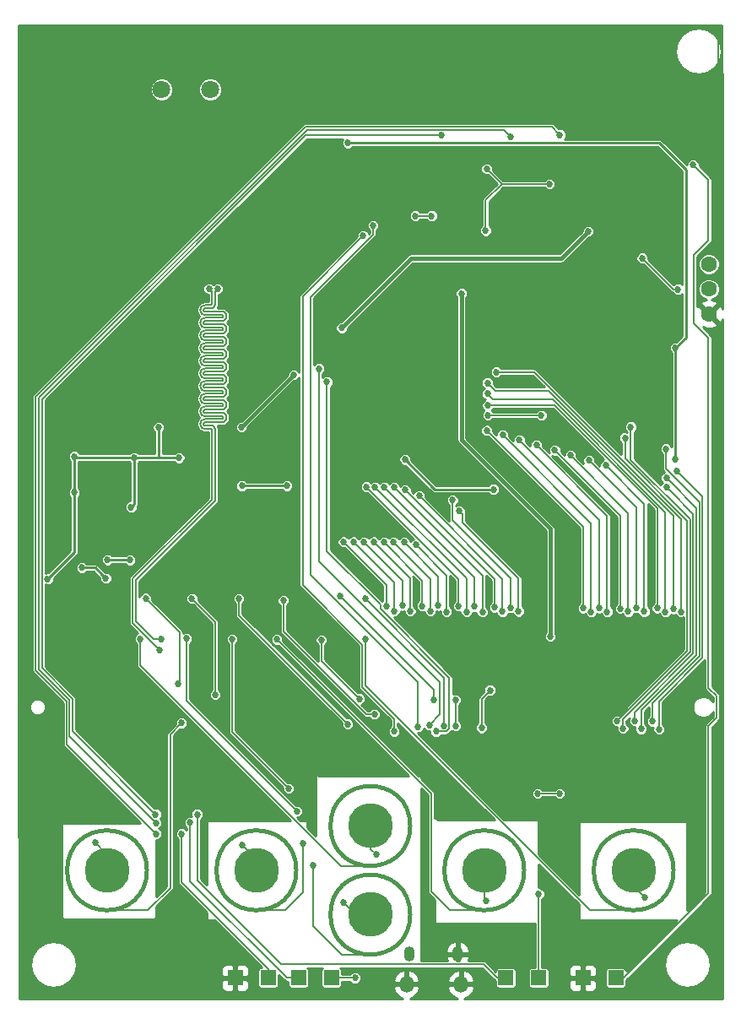
<source format=gbr>
G04 #@! TF.FileFunction,Copper,L2,Bot,Signal*
%FSLAX46Y46*%
G04 Gerber Fmt 4.6, Leading zero omitted, Abs format (unit mm)*
G04 Created by KiCad (PCBNEW 4.0.4-stable) date Monday, April 23, 2018 'PMt' 09:01:18 PM*
%MOMM*%
%LPD*%
G01*
G04 APERTURE LIST*
%ADD10C,0.100000*%
%ADD11C,0.425000*%
%ADD12C,1.600000*%
%ADD13O,1.100000X1.500000*%
%ADD14O,1.400000X1.700000*%
%ADD15R,1.500000X1.500000*%
%ADD16C,4.500000*%
%ADD17C,0.200000*%
%ADD18C,1.800000*%
%ADD19C,0.685800*%
%ADD20C,0.152400*%
%ADD21C,0.381000*%
%ADD22C,0.254000*%
G04 APERTURE END LIST*
D10*
D11*
X117284000Y-153543000D02*
G75*
G03X117284000Y-153543000I-4000000J0D01*
G01*
X143700000Y-157988000D02*
G75*
G03X143700000Y-157988000I-4000000J0D01*
G01*
X170116000Y-153543000D02*
G75*
G03X170116000Y-153543000I-4000000J0D01*
G01*
X155130000Y-153543000D02*
G75*
G03X155130000Y-153543000I-4000000J0D01*
G01*
X132270000Y-153543000D02*
G75*
G03X132270000Y-153543000I-4000000J0D01*
G01*
X143700000Y-149098000D02*
G75*
G03X143700000Y-149098000I-4000000J0D01*
G01*
D12*
X173647100Y-95239840D03*
X173647100Y-97739840D03*
X173647100Y-92739840D03*
D13*
X143630000Y-161956000D03*
X148470000Y-161956000D03*
D14*
X143320000Y-164956000D03*
X148780000Y-164956000D03*
D15*
X164311600Y-164338000D03*
X161011600Y-164338000D03*
X135782320Y-164338000D03*
X132482320Y-164338000D03*
X156602700Y-164338000D03*
X153302700Y-164338000D03*
X129439940Y-164338000D03*
X126139940Y-164338000D03*
D16*
X113284000Y-153543000D03*
D17*
X113284000Y-157543000D03*
D16*
X139700000Y-157988000D03*
D17*
X139700000Y-161988000D03*
D16*
X166116000Y-153543000D03*
D17*
X166116000Y-157543000D03*
D16*
X151130000Y-153543000D03*
D17*
X151130000Y-157543000D03*
D16*
X128270000Y-153543000D03*
D17*
X128270000Y-157543000D03*
D16*
X139700000Y-149098000D03*
D17*
X139700000Y-153098000D03*
D18*
X118760000Y-75230000D03*
X123660000Y-75230000D03*
D19*
X108630000Y-69780000D03*
X104750000Y-69800000D03*
X104760000Y-75210000D03*
X104760000Y-86860000D03*
X104760000Y-97020000D03*
X104760000Y-109750000D03*
X104780000Y-121700000D03*
X104780000Y-132090000D03*
X104760000Y-143750000D03*
X104740000Y-153790000D03*
X104760000Y-166070000D03*
X115590000Y-166090000D03*
X134110000Y-69430000D03*
X141710000Y-69430000D03*
X148270000Y-69460000D03*
X155590000Y-69450000D03*
X161970000Y-69470000D03*
X167620000Y-69470000D03*
X174610000Y-69470000D03*
X122890280Y-166100760D03*
X131942840Y-166100760D03*
X140568680Y-166100760D03*
X152006300Y-165968680D03*
X159344360Y-165968680D03*
X167914320Y-165930580D03*
X174520860Y-159590740D03*
X174482760Y-165930580D03*
X174619920Y-78986380D03*
X174591980Y-83337400D03*
X174619920Y-88737440D03*
X159120840Y-148186140D03*
X158785560Y-144205960D03*
X153977340Y-136329420D03*
X114815620Y-136814560D03*
X151495760Y-144068800D03*
X147048220Y-145138140D03*
X138653520Y-143723360D03*
X111061500Y-118374160D03*
X114650520Y-109489240D03*
X161335720Y-95661480D03*
X170266360Y-90375740D03*
X112113060Y-139298680D03*
X167205660Y-156215080D03*
X112080040Y-150792180D03*
X136984740Y-156784040D03*
X151317960Y-156629100D03*
X140268960Y-151973280D03*
X126817120Y-150992840D03*
X156588460Y-155897580D03*
X138163300Y-164332920D03*
X151267160Y-89385140D03*
X157665420Y-84716620D03*
X151373840Y-83200240D03*
X148838920Y-95686880D03*
X157759400Y-130070860D03*
X137440000Y-80589120D03*
X151498300Y-107901740D03*
X158686500Y-145846800D03*
X156499560Y-145846800D03*
X156847540Y-107899200D03*
X170289220Y-112344200D03*
X170319700Y-101165660D03*
X113164620Y-124261880D03*
X110787180Y-123179840D03*
X118450000Y-109120000D03*
X120509998Y-112170000D03*
X152044400Y-115321080D03*
X143169640Y-112339120D03*
X131318000Y-114962940D03*
X126812040Y-114978180D03*
X107322620Y-124299980D03*
X116014500Y-112168940D03*
X115704620Y-117106700D03*
X110009940Y-115648740D03*
X110009940Y-112029240D03*
X115590000Y-122420000D03*
X113330000Y-122410000D03*
X126768860Y-109085380D03*
X132006340Y-103847900D03*
X136822180Y-99138740D03*
X161561780Y-89453720D03*
X120749060Y-149877780D03*
X118168420Y-149865080D03*
X158716980Y-79773780D03*
X146814540Y-79839820D03*
X122328940Y-147916900D03*
X118158260Y-147916900D03*
X121587260Y-148760180D03*
X118183660Y-148777960D03*
X153763980Y-79943960D03*
X172074840Y-82753200D03*
X124381800Y-95220000D03*
X118700000Y-130340000D03*
X123518200Y-95220000D03*
X118560000Y-131420000D03*
X142026640Y-120616980D03*
X145729960Y-127546100D03*
X141058900Y-120616980D03*
X144919700Y-127005080D03*
X143108680Y-120644920D03*
X146524980Y-126979680D03*
X144246600Y-120901460D03*
X147335240Y-127596900D03*
X159773620Y-111907320D03*
X165580060Y-127591820D03*
X158196280Y-111406940D03*
X164767260Y-127276860D03*
X161627820Y-112405160D03*
X166370000Y-127223520D03*
X163316920Y-112903000D03*
X167175180Y-127584200D03*
X142090140Y-115143280D03*
X150949660Y-127622300D03*
X141104620Y-115143280D03*
X150147020Y-127083820D03*
X139288520Y-115069620D03*
X148554440Y-127055880D03*
X140172440Y-115117880D03*
X149346920Y-127601980D03*
X138015980Y-120589040D03*
X142105380Y-127518160D03*
X136992360Y-120589040D03*
X141295120Y-127030480D03*
X139039600Y-120616980D03*
X142900400Y-126979680D03*
X140035280Y-120589040D03*
X143710660Y-127558800D03*
X148625560Y-117515638D03*
X154571700Y-127574040D03*
X147944840Y-116405660D03*
X153761440Y-127205740D03*
X143200120Y-115397280D03*
X152166320Y-127167640D03*
X144601182Y-115990118D03*
X152954786Y-127591345D03*
X151462740Y-106916220D03*
X168488360Y-127251460D03*
X152351740Y-103553262D03*
X170886110Y-127609600D03*
X156357320Y-110901480D03*
X163456620Y-127607060D03*
X154650440Y-110396020D03*
X162653980Y-127246380D03*
X151371300Y-109413040D03*
X161051240Y-127254000D03*
X152979120Y-109890560D03*
X161848800Y-127599440D03*
X151452580Y-104658160D03*
X170085738Y-127328492D03*
X151452580Y-105750360D03*
X169296080Y-127609600D03*
X116619020Y-130322320D03*
X151706580Y-135478520D03*
X150853140Y-139258040D03*
X120401080Y-134866380D03*
X117152420Y-126263400D03*
X133992620Y-153042620D03*
X132351780Y-147612100D03*
X121251980Y-130302000D03*
X124145040Y-135930640D03*
X121795540Y-126291340D03*
X132946140Y-150794720D03*
X131503420Y-145338800D03*
X125839220Y-130360420D03*
X137436860Y-138871960D03*
X126502160Y-126304040D03*
X130329940Y-130380740D03*
X140098780Y-137888980D03*
X130972560Y-126446280D03*
X138579860Y-136334510D03*
X120741440Y-138760200D03*
X134790180Y-130431540D03*
X136667240Y-126006860D03*
X148229320Y-136458960D03*
X146098260Y-136458960D03*
X148254720Y-139042140D03*
X139179300Y-130370580D03*
X147058380Y-139031980D03*
X139174220Y-126321820D03*
X170467020Y-113466880D03*
X168650920Y-139390120D03*
X169346880Y-111269780D03*
X168033700Y-138592560D03*
X169405300Y-114200940D03*
X166857680Y-139349480D03*
X169397940Y-115127780D03*
X166240460Y-138554460D03*
X165821360Y-109072680D03*
X165044120Y-139329160D03*
X165249850Y-110167420D03*
X164447220Y-138572240D03*
X170568620Y-95262700D03*
X166961820Y-92135960D03*
X138978640Y-89882980D03*
X142092680Y-139608560D03*
X139979400Y-88882220D03*
X144490440Y-139133580D03*
X145851880Y-87889080D03*
X144211040Y-87889080D03*
X135346440Y-104561640D03*
X146286220Y-139611100D03*
X134538720Y-103212900D03*
X145600420Y-138993880D03*
D20*
X104750000Y-69800000D02*
X108610000Y-69800000D01*
X108610000Y-69800000D02*
X108630000Y-69780000D01*
X104760000Y-86860000D02*
X104760000Y-75210000D01*
X104760000Y-109750000D02*
X104760000Y-97020000D01*
X104780000Y-132090000D02*
X104780000Y-121700000D01*
X104740000Y-153790000D02*
X104740000Y-143770000D01*
X104740000Y-143770000D02*
X104760000Y-143750000D01*
X115590000Y-166090000D02*
X104780000Y-166090000D01*
X104780000Y-166090000D02*
X104760000Y-166070000D01*
X141710000Y-69430000D02*
X134110000Y-69430000D01*
X155590000Y-69450000D02*
X148280000Y-69450000D01*
X148280000Y-69450000D02*
X148270000Y-69460000D01*
X167620000Y-69470000D02*
X161970000Y-69470000D01*
X174619920Y-78986380D02*
X174619920Y-69479920D01*
X174619920Y-69479920D02*
X174610000Y-69470000D01*
X128805100Y-166100760D02*
X122890280Y-166100760D01*
X128805100Y-166100760D02*
X131942840Y-166100760D01*
X131942840Y-166100760D02*
X140568680Y-166100760D01*
X126139940Y-164338000D02*
X127042340Y-164338000D01*
X127042340Y-164338000D02*
X128805100Y-166100760D01*
X159344360Y-165968680D02*
X152006300Y-165968680D01*
X167914320Y-165930580D02*
X174482760Y-165930580D01*
X163506580Y-165930580D02*
X167914320Y-165930580D01*
X161011600Y-164338000D02*
X161914000Y-164338000D01*
X161914000Y-164338000D02*
X163506580Y-165930580D01*
X174619920Y-88737440D02*
X174619920Y-83365340D01*
X174619920Y-83365340D02*
X174591980Y-83337400D01*
X166116000Y-153543000D02*
X166116000Y-155125420D01*
X166116000Y-155125420D02*
X167205660Y-156215080D01*
X113284000Y-153543000D02*
X113284000Y-151996140D01*
X113284000Y-151996140D02*
X112080040Y-150792180D01*
X139700000Y-157988000D02*
X138188700Y-157988000D01*
X138188700Y-157988000D02*
X136984740Y-156784040D01*
X151130000Y-153543000D02*
X151130000Y-156441140D01*
X151130000Y-156441140D02*
X151317960Y-156629100D01*
X139700000Y-149098000D02*
X139700000Y-151404320D01*
X139700000Y-151404320D02*
X140268960Y-151973280D01*
X128270000Y-153543000D02*
X128270000Y-152445720D01*
X128270000Y-152445720D02*
X126817120Y-150992840D01*
X156588460Y-155897580D02*
X156588460Y-164323760D01*
X156588460Y-164323760D02*
X156602700Y-164338000D01*
X156602700Y-164060140D02*
X156602700Y-164338000D01*
X138163300Y-164332920D02*
X135787400Y-164332920D01*
X135787400Y-164332920D02*
X135782320Y-164338000D01*
X151267160Y-89385140D02*
X151267160Y-86339680D01*
X151267160Y-86339680D02*
X152890220Y-84716620D01*
X151373840Y-83200240D02*
X152890220Y-84716620D01*
X152890220Y-84716620D02*
X157665420Y-84716620D01*
D21*
X157759400Y-130070860D02*
X157759400Y-119293640D01*
X157759400Y-119293640D02*
X148838920Y-110373160D01*
X148838920Y-110373160D02*
X148838920Y-95686880D01*
D22*
X137440000Y-80589120D02*
X168678860Y-80589120D01*
D20*
X151500840Y-107899200D02*
X151498300Y-107901740D01*
X156847540Y-107899200D02*
X151500840Y-107899200D01*
D22*
X168678860Y-80589120D02*
X171373800Y-83284060D01*
X171373800Y-83284060D02*
X171373800Y-100111560D01*
X171373800Y-100111560D02*
X170319700Y-101165660D01*
D20*
X156499560Y-145846800D02*
X158686500Y-145846800D01*
D22*
X170319700Y-101165660D02*
X170319700Y-112313720D01*
X170319700Y-112313720D02*
X170289220Y-112344200D01*
X110787180Y-123179840D02*
X112082580Y-123179840D01*
X112821721Y-123918981D02*
X113164620Y-124261880D01*
X112082580Y-123179840D02*
X112821721Y-123918981D01*
X118450000Y-112168940D02*
X120508938Y-112168940D01*
X116014500Y-112168940D02*
X118450000Y-112168940D01*
X118450000Y-112168940D02*
X118450000Y-109120000D01*
X120508938Y-112168940D02*
X120509998Y-112170000D01*
X151559467Y-115321080D02*
X152044400Y-115321080D01*
X146151600Y-115321080D02*
X151559467Y-115321080D01*
X143169640Y-112339120D02*
X146151600Y-115321080D01*
X126812040Y-114978180D02*
X131302760Y-114978180D01*
X131302760Y-114978180D02*
X131318000Y-114962940D01*
X110009940Y-115648740D02*
X110009940Y-121612660D01*
X110009940Y-121612660D02*
X107322620Y-124299980D01*
X110009940Y-112029240D02*
X110009940Y-115648740D01*
X116014500Y-112168940D02*
X110149640Y-112168940D01*
X110149640Y-112168940D02*
X110009940Y-112029240D01*
X116014500Y-112168940D02*
X116014500Y-116796820D01*
X116014500Y-116796820D02*
X115704620Y-117106700D01*
X115580000Y-122410000D02*
X115590000Y-122420000D01*
X113330000Y-122410000D02*
X115580000Y-122410000D01*
D21*
X161561780Y-89453720D02*
X158849060Y-92166440D01*
X158849060Y-92166440D02*
X143794480Y-92166440D01*
X143794480Y-92166440D02*
X136822180Y-99138740D01*
X132006340Y-103847900D02*
X126768860Y-109085380D01*
D20*
X117825521Y-149522181D02*
X118168420Y-149865080D01*
X109219982Y-140916642D02*
X117825521Y-149522181D01*
X158716980Y-79773780D02*
X157901629Y-78958429D01*
X157901629Y-78958429D02*
X133211571Y-78958429D01*
X106141497Y-106028503D02*
X106141497Y-133516151D01*
X133211571Y-78958429D02*
X106141497Y-106028503D01*
X106141497Y-133516151D02*
X109219982Y-136594636D01*
X109219982Y-136594636D02*
X109219982Y-140916642D01*
X120749060Y-149877780D02*
X120751600Y-149880320D01*
X120751600Y-149880320D02*
X120751600Y-154747260D01*
X129439940Y-163435600D02*
X129439940Y-164338000D01*
X120751600Y-154747260D02*
X129439940Y-163435600D01*
X146329607Y-79839820D02*
X146814540Y-79839820D01*
X106751119Y-106281013D02*
X133192312Y-79839820D01*
X133192312Y-79839820D02*
X146329607Y-79839820D01*
X109829604Y-136342124D02*
X106751119Y-133263639D01*
X106751119Y-133263639D02*
X106751119Y-106281013D01*
X109829604Y-139588244D02*
X109829604Y-136342124D01*
X118158260Y-147916900D02*
X109829604Y-139588244D01*
X122328940Y-147916900D02*
X122328940Y-154523440D01*
X122328940Y-154523440D02*
X130779520Y-162974020D01*
X151036320Y-162974020D02*
X152400300Y-164338000D01*
X130779520Y-162974020D02*
X151036320Y-162974020D01*
X152400300Y-164338000D02*
X153302700Y-164338000D01*
X133337826Y-79263240D02*
X106446308Y-106154758D01*
X117840761Y-148435061D02*
X118183660Y-148777960D01*
X106446308Y-133389895D02*
X109524793Y-136468380D01*
X106446308Y-106154758D02*
X106446308Y-133389895D01*
X153083260Y-79263240D02*
X133337826Y-79263240D01*
X153763980Y-79943960D02*
X153083260Y-79263240D01*
X109524793Y-136468380D02*
X109524793Y-140119093D01*
X109524793Y-140119093D02*
X117840761Y-148435061D01*
X121587260Y-148760180D02*
X121587260Y-154625040D01*
X121587260Y-154625040D02*
X131300220Y-164338000D01*
X131300220Y-164338000D02*
X132482320Y-164338000D01*
X172074840Y-82753200D02*
X173616620Y-84294980D01*
X173616620Y-84294980D02*
X173616620Y-90373200D01*
X165150800Y-164338000D02*
X164311600Y-164338000D01*
X173616620Y-90373200D02*
X172163740Y-91826080D01*
X172163740Y-91826080D02*
X172163740Y-98643440D01*
X172163740Y-98643440D02*
X173616620Y-100096320D01*
X173616620Y-100096320D02*
X173616620Y-135229600D01*
X173616620Y-135229600D02*
X174414180Y-136027160D01*
X174414180Y-136027160D02*
X174414180Y-138262360D01*
X174414180Y-138262360D02*
X173616620Y-139059920D01*
X173616620Y-139059920D02*
X173616620Y-155872180D01*
X173616620Y-155872180D02*
X165150800Y-164338000D01*
X123031907Y-107614117D02*
X123060803Y-107632273D01*
X124902143Y-98768794D02*
X124998252Y-98802424D01*
X122989619Y-98538870D02*
X122978347Y-98571081D01*
X124800960Y-100992586D02*
X123126927Y-100992586D01*
X124998252Y-103487547D02*
X124902143Y-103521177D01*
X124902143Y-98441193D02*
X124800960Y-98452594D01*
X123126927Y-106072570D02*
X123093014Y-106076390D01*
X123093014Y-101293565D02*
X123126927Y-101297386D01*
X122978347Y-101178898D02*
X122989619Y-101211109D01*
X122978347Y-99908902D02*
X122989619Y-99941113D01*
X122978347Y-102381069D02*
X122974527Y-102414982D01*
X124902143Y-100981185D02*
X124800960Y-100992586D01*
X123093014Y-99726410D02*
X123060803Y-99737682D01*
X125084468Y-101396589D02*
X125156468Y-101468589D01*
X123007775Y-97430017D02*
X123031907Y-97454149D01*
X122989619Y-101211109D02*
X123007775Y-101240005D01*
X122978347Y-102448894D02*
X122989619Y-102481105D01*
X122974527Y-102414982D02*
X122978347Y-102448894D01*
X123060803Y-102552289D02*
X123093014Y-102563561D01*
X123093014Y-103833557D02*
X123126927Y-103837378D01*
X125084468Y-99623386D02*
X124998252Y-99677559D01*
X125244271Y-99369061D02*
X125210641Y-99465170D01*
X123007775Y-103589958D02*
X122989619Y-103618854D01*
X122989619Y-108698838D02*
X122978347Y-108731049D01*
X122974527Y-101144986D02*
X122978347Y-101178898D01*
X125156468Y-100821382D02*
X125084468Y-100893382D01*
X123060803Y-106362277D02*
X123093014Y-106373549D01*
X123093014Y-98753573D02*
X123126927Y-98757394D01*
X123007775Y-99779970D02*
X122989619Y-99808866D01*
X123031907Y-99755838D02*
X123007775Y-99779970D01*
X123060803Y-99737682D02*
X123031907Y-99755838D01*
X125210641Y-100735166D02*
X125156468Y-100821382D01*
X125156468Y-98928597D02*
X125210641Y-99014813D01*
X125084468Y-98856597D02*
X125156468Y-98928597D01*
X122989619Y-105021097D02*
X123007775Y-105049993D01*
X125255671Y-97942109D02*
X125255671Y-97997882D01*
X125156468Y-100198593D02*
X125210641Y-100284809D01*
X123943895Y-109016565D02*
X124015895Y-109088565D01*
X125156468Y-97658601D02*
X125210641Y-97744817D01*
X123031907Y-101025834D02*
X123007775Y-101049966D01*
X125156468Y-102738585D02*
X125210641Y-102824801D01*
X124800960Y-101297386D02*
X124902143Y-101308786D01*
X123126927Y-97182598D02*
X123093014Y-97186418D01*
X125210641Y-105364793D02*
X125244271Y-105460902D01*
X124998252Y-101342416D02*
X125084468Y-101396589D01*
X125084468Y-100126593D02*
X125156468Y-100198593D01*
X124800960Y-103532578D02*
X123126927Y-103532578D01*
X122989619Y-108831085D02*
X123007775Y-108859981D01*
X125255671Y-99212105D02*
X125255671Y-99267878D01*
X123943895Y-97083394D02*
X123857679Y-97137567D01*
X123031907Y-103565826D02*
X123007775Y-103589958D01*
X125156468Y-101468589D02*
X125210641Y-101554805D01*
X125156468Y-103361374D02*
X125084468Y-103433374D01*
X124800960Y-98757394D02*
X124902143Y-98768794D01*
X123031907Y-103804129D02*
X123060803Y-103822285D01*
X125156468Y-104008581D02*
X125210641Y-104094797D01*
X123761570Y-108928762D02*
X123857679Y-108962392D01*
X123126927Y-97487398D02*
X124800960Y-97487398D01*
X125244271Y-106989037D02*
X125210641Y-107085146D01*
X123060803Y-98742301D02*
X123093014Y-98753573D01*
X122974527Y-106224970D02*
X122978347Y-106258882D01*
X125255671Y-99267878D02*
X125244271Y-99369061D01*
X125156468Y-107171362D02*
X125084468Y-107243362D01*
X124015895Y-97011394D02*
X123943895Y-97083394D01*
X123060803Y-103822285D02*
X123093014Y-103833557D01*
X123007775Y-102510001D02*
X123031907Y-102534133D01*
X125255671Y-97997882D02*
X125244271Y-98099065D01*
X124998252Y-99677559D02*
X124902143Y-99711189D01*
X125156468Y-108441358D02*
X125084468Y-108513358D01*
X125255671Y-108102077D02*
X125255671Y-108157850D01*
X123093014Y-97483577D02*
X123126927Y-97487398D01*
X123060803Y-103547670D02*
X123031907Y-103565826D01*
X125210641Y-98195174D02*
X125156468Y-98281390D01*
X123007775Y-103779997D02*
X123031907Y-103804129D01*
X125244271Y-98099065D02*
X125210641Y-98195174D01*
X122974527Y-99874990D02*
X122978347Y-99908902D01*
X125210641Y-99014813D02*
X125244271Y-99110922D01*
X124902143Y-106388770D02*
X124998252Y-106422400D01*
X124381800Y-95220000D02*
X124115099Y-95486701D01*
X124902143Y-100038790D02*
X124998252Y-100072420D01*
X123093014Y-100023569D02*
X123126927Y-100027390D01*
X124800960Y-99722590D02*
X123126927Y-99722590D01*
X122989619Y-97268874D02*
X122978347Y-97301085D01*
X122978347Y-106191057D02*
X122974527Y-106224970D01*
X125255671Y-101807870D02*
X125244271Y-101909053D01*
X123093014Y-97186418D02*
X123060803Y-97197690D01*
X123007775Y-98509974D02*
X122989619Y-98538870D01*
X124998252Y-108567531D02*
X124902143Y-108601161D01*
X124800960Y-100027390D02*
X124902143Y-100038790D01*
X124902143Y-104791173D02*
X124800960Y-104802574D01*
X124998252Y-104757543D02*
X124902143Y-104791173D01*
X123126927Y-100992586D02*
X123093014Y-100996406D01*
X123093014Y-102266402D02*
X123060803Y-102277674D01*
X123126927Y-102262582D02*
X123093014Y-102266402D01*
X125244271Y-97840926D02*
X125255671Y-97942109D01*
X123007775Y-101240005D02*
X123031907Y-101264137D01*
X122989619Y-103618854D02*
X122978347Y-103651065D01*
X123060803Y-104817666D02*
X123031907Y-104835822D01*
X125255671Y-100537874D02*
X125244271Y-100639057D01*
X123060803Y-105092281D02*
X123093014Y-105103553D01*
X122989619Y-107428842D02*
X122978347Y-107461053D01*
X123126927Y-99722590D02*
X123093014Y-99726410D01*
X122978347Y-97301085D02*
X122974527Y-97334998D01*
X125084468Y-100893382D02*
X124998252Y-100947555D01*
X124115099Y-95486701D02*
X124115099Y-96727886D01*
X124115099Y-96727886D02*
X124103698Y-96829069D01*
X124103698Y-96829069D02*
X124070068Y-96925178D01*
X123761570Y-97171197D02*
X123660387Y-97182598D01*
X124070068Y-96925178D02*
X124015895Y-97011394D01*
X122978347Y-107461053D02*
X122974527Y-107494966D01*
X123857679Y-97137567D02*
X123761570Y-97171197D01*
X123660387Y-97182598D02*
X123126927Y-97182598D01*
X123060803Y-97197690D02*
X123031907Y-97215846D01*
X123031907Y-97215846D02*
X123007775Y-97239978D01*
X123007775Y-97239978D02*
X122989619Y-97268874D01*
X117946973Y-130340000D02*
X118700000Y-130340000D01*
X122989619Y-97401121D02*
X123007775Y-97430017D01*
X122974527Y-97334998D02*
X122978347Y-97368910D01*
X122978347Y-97368910D02*
X122989619Y-97401121D01*
X122978347Y-98638906D02*
X122989619Y-98671117D01*
X123031907Y-97454149D02*
X123060803Y-97472305D01*
X123060803Y-97472305D02*
X123093014Y-97483577D01*
X124800960Y-97487398D02*
X124902143Y-97498798D01*
X124998252Y-97532428D02*
X125084468Y-97586601D01*
X124902143Y-97498798D02*
X124998252Y-97532428D01*
X116185100Y-128578127D02*
X117946973Y-130340000D01*
X125084468Y-97586601D02*
X125156468Y-97658601D01*
X125210641Y-97744817D02*
X125244271Y-97840926D01*
X125156468Y-98281390D02*
X125084468Y-98353390D01*
X124998252Y-98407563D02*
X124902143Y-98441193D01*
X125084468Y-98353390D02*
X124998252Y-98407563D01*
X124800960Y-98452594D02*
X123126927Y-98452594D01*
X122989619Y-99808866D02*
X122978347Y-99841077D01*
X123126927Y-98452594D02*
X123093014Y-98456414D01*
X123060803Y-98467686D02*
X123031907Y-98485842D01*
X123093014Y-98456414D02*
X123060803Y-98467686D01*
X123031907Y-98485842D02*
X123007775Y-98509974D01*
X125210641Y-101554805D02*
X125244271Y-101650914D01*
X122974527Y-98604994D02*
X122978347Y-98638906D01*
X122978347Y-98571081D02*
X122974527Y-98604994D01*
X123060803Y-102277674D02*
X123031907Y-102295830D01*
X125255671Y-108157850D02*
X125244271Y-108259033D01*
X125244271Y-108259033D02*
X125210641Y-108355142D01*
X122989619Y-98671117D02*
X123007775Y-98700013D01*
X123007775Y-98700013D02*
X123031907Y-98724145D01*
X123007775Y-99970009D02*
X123031907Y-99994141D01*
X124902143Y-99711189D02*
X124800960Y-99722590D01*
X123031907Y-98724145D02*
X123060803Y-98742301D01*
X123126927Y-98757394D02*
X124800960Y-98757394D01*
X124998252Y-98802424D02*
X125084468Y-98856597D01*
X125244271Y-99110922D02*
X125255671Y-99212105D01*
X125210641Y-99465170D02*
X125156468Y-99551386D01*
X125244271Y-103179049D02*
X125210641Y-103275158D01*
X125255671Y-103077866D02*
X125244271Y-103179049D01*
X125156468Y-99551386D02*
X125084468Y-99623386D01*
X125255671Y-100482101D02*
X125255671Y-100537874D01*
X123126927Y-103532578D02*
X123093014Y-103536398D01*
X122978347Y-99841077D02*
X122974527Y-99874990D01*
X122989619Y-99941113D02*
X123007775Y-99970009D01*
X123031907Y-99994141D02*
X123060803Y-100012297D01*
X122989619Y-101078862D02*
X122978347Y-101111073D01*
X123060803Y-100012297D02*
X123093014Y-100023569D01*
X123031907Y-108645810D02*
X123007775Y-108669942D01*
X125244271Y-100380918D02*
X125255671Y-100482101D01*
X123126927Y-100027390D02*
X124800960Y-100027390D01*
X124998252Y-100072420D02*
X125084468Y-100126593D01*
X125210641Y-100284809D02*
X125244271Y-100380918D01*
X125244271Y-100639057D02*
X125210641Y-100735166D01*
X123093014Y-100996406D02*
X123060803Y-101007678D01*
X124998252Y-100947555D02*
X124902143Y-100981185D01*
X123060803Y-101007678D02*
X123031907Y-101025834D01*
X123007775Y-101049966D02*
X122989619Y-101078862D01*
X122978347Y-101111073D02*
X122974527Y-101144986D01*
X123060803Y-101282293D02*
X123093014Y-101293565D01*
X123031907Y-101264137D02*
X123060803Y-101282293D01*
X123126927Y-101297386D02*
X124800960Y-101297386D01*
X124902143Y-101308786D02*
X124998252Y-101342416D01*
X123007775Y-104859954D02*
X122989619Y-104888850D01*
X125255671Y-101752097D02*
X125255671Y-101807870D01*
X125244271Y-101650914D02*
X125255671Y-101752097D01*
X125244271Y-101909053D02*
X125210641Y-102005162D01*
X125156468Y-102091378D02*
X125084468Y-102163378D01*
X125210641Y-102005162D02*
X125156468Y-102091378D01*
X124902143Y-103848778D02*
X124998252Y-103882408D01*
X125084468Y-102163378D02*
X124998252Y-102217551D01*
X124998252Y-106027539D02*
X124902143Y-106061169D01*
X124998252Y-102217551D02*
X124902143Y-102251181D01*
X124902143Y-102251181D02*
X124800960Y-102262582D01*
X124800960Y-102262582D02*
X123126927Y-102262582D01*
X125084468Y-103936581D02*
X125156468Y-104008581D01*
X123031907Y-102295830D02*
X123007775Y-102319962D01*
X123007775Y-102319962D02*
X122989619Y-102348858D01*
X122989619Y-102348858D02*
X122978347Y-102381069D01*
X122989619Y-102481105D02*
X123007775Y-102510001D01*
X125084468Y-104703370D02*
X124998252Y-104757543D01*
X123031907Y-102534133D02*
X123060803Y-102552289D01*
X123126927Y-102567382D02*
X124800960Y-102567382D01*
X123093014Y-102563561D02*
X123126927Y-102567382D01*
X124800960Y-102567382D02*
X124902143Y-102578782D01*
X124902143Y-108601161D02*
X124800960Y-108612562D01*
X124998252Y-102612412D02*
X125084468Y-102666585D01*
X124902143Y-102578782D02*
X124998252Y-102612412D01*
X123007775Y-105049993D02*
X123031907Y-105074125D01*
X125084468Y-102666585D02*
X125156468Y-102738585D01*
X123126927Y-103837378D02*
X124800960Y-103837378D01*
X125210641Y-102824801D02*
X125244271Y-102920910D01*
X125244271Y-102920910D02*
X125255671Y-103022093D01*
X125255671Y-103022093D02*
X125255671Y-103077866D01*
X125210641Y-103275158D02*
X125156468Y-103361374D01*
X125084468Y-103433374D02*
X124998252Y-103487547D01*
X123007775Y-108859981D02*
X123031907Y-108884113D01*
X124902143Y-103521177D02*
X124800960Y-103532578D01*
X123093014Y-103536398D02*
X123060803Y-103547670D01*
X122974527Y-103684978D02*
X122978347Y-103718890D01*
X122978347Y-103651065D02*
X122974527Y-103684978D01*
X122989619Y-103751101D02*
X123007775Y-103779997D01*
X122978347Y-103718890D02*
X122989619Y-103751101D01*
X124800960Y-103837378D02*
X124902143Y-103848778D01*
X124998252Y-103882408D02*
X125084468Y-103936581D01*
X125244271Y-104190906D02*
X125255671Y-104292089D01*
X125210641Y-104094797D02*
X125244271Y-104190906D01*
X125255671Y-104292089D02*
X125255671Y-104347862D01*
X125255671Y-104347862D02*
X125244271Y-104449045D01*
X125210641Y-104545154D02*
X125156468Y-104631370D01*
X125244271Y-104449045D02*
X125210641Y-104545154D01*
X125156468Y-104631370D02*
X125084468Y-104703370D01*
X124800960Y-104802574D02*
X123126927Y-104802574D01*
X123126927Y-104802574D02*
X123093014Y-104806394D01*
X123093014Y-104806394D02*
X123060803Y-104817666D01*
X123031907Y-104835822D02*
X123007775Y-104859954D01*
X122989619Y-104888850D02*
X122978347Y-104921061D01*
X122978347Y-104921061D02*
X122974527Y-104954974D01*
X122974527Y-104954974D02*
X122978347Y-104988886D01*
X122978347Y-104988886D02*
X122989619Y-105021097D01*
X123031907Y-105074125D02*
X123060803Y-105092281D01*
X123093014Y-105103553D02*
X123126927Y-105107374D01*
X123126927Y-105107374D02*
X124800960Y-105107374D01*
X124800960Y-105107374D02*
X124902143Y-105118774D01*
X124902143Y-105118774D02*
X124998252Y-105152404D01*
X124998252Y-105152404D02*
X125084468Y-105206577D01*
X125084468Y-105206577D02*
X125156468Y-105278577D01*
X125156468Y-105278577D02*
X125210641Y-105364793D01*
X123093014Y-106076390D02*
X123060803Y-106087662D01*
X125244271Y-105460902D02*
X125255671Y-105562085D01*
X125255671Y-105562085D02*
X125255671Y-105617858D01*
X125255671Y-105617858D02*
X125244271Y-105719041D01*
X125244271Y-105719041D02*
X125210641Y-105815150D01*
X125210641Y-105815150D02*
X125156468Y-105901366D01*
X125156468Y-105901366D02*
X125084468Y-105973366D01*
X125084468Y-105973366D02*
X124998252Y-106027539D01*
X124902143Y-106061169D02*
X124800960Y-106072570D01*
X124800960Y-106072570D02*
X123126927Y-106072570D01*
X123060803Y-106087662D02*
X123031907Y-106105818D01*
X123031907Y-106105818D02*
X123007775Y-106129950D01*
X123007775Y-106129950D02*
X122989619Y-106158846D01*
X122989619Y-106158846D02*
X122978347Y-106191057D01*
X122978347Y-106258882D02*
X122989619Y-106291093D01*
X122989619Y-106291093D02*
X123007775Y-106319989D01*
X123007775Y-106319989D02*
X123031907Y-106344121D01*
X123031907Y-106344121D02*
X123060803Y-106362277D01*
X123093014Y-106373549D02*
X123126927Y-106377370D01*
X123126927Y-106377370D02*
X124800960Y-106377370D01*
X124800960Y-106377370D02*
X124902143Y-106388770D01*
X124998252Y-106422400D02*
X125084468Y-106476573D01*
X125084468Y-106476573D02*
X125156468Y-106548573D01*
X125156468Y-106548573D02*
X125210641Y-106634789D01*
X125210641Y-106634789D02*
X125244271Y-106730898D01*
X125244271Y-106730898D02*
X125255671Y-106832081D01*
X125255671Y-106832081D02*
X125255671Y-106887854D01*
X125255671Y-106887854D02*
X125244271Y-106989037D01*
X125210641Y-107085146D02*
X125156468Y-107171362D01*
X125084468Y-107243362D02*
X124998252Y-107297535D01*
X124998252Y-107297535D02*
X124902143Y-107331165D01*
X124902143Y-107331165D02*
X124800960Y-107342566D01*
X124800960Y-107342566D02*
X123126927Y-107342566D01*
X123126927Y-107342566D02*
X123093014Y-107346386D01*
X123093014Y-107346386D02*
X123060803Y-107357658D01*
X123060803Y-107357658D02*
X123031907Y-107375814D01*
X123031907Y-107375814D02*
X123007775Y-107399946D01*
X123007775Y-107399946D02*
X122989619Y-107428842D01*
X122974527Y-107494966D02*
X122978347Y-107528878D01*
X122978347Y-107528878D02*
X122989619Y-107561089D01*
X122989619Y-107561089D02*
X123007775Y-107589985D01*
X123007775Y-107589985D02*
X123031907Y-107614117D01*
X123060803Y-107632273D02*
X123093014Y-107643545D01*
X123093014Y-107643545D02*
X123126927Y-107647366D01*
X123126927Y-107647366D02*
X124800960Y-107647366D01*
X124800960Y-107647366D02*
X124902143Y-107658766D01*
X124902143Y-107658766D02*
X124998252Y-107692396D01*
X124998252Y-107692396D02*
X125084468Y-107746569D01*
X125084468Y-107746569D02*
X125156468Y-107818569D01*
X125156468Y-107818569D02*
X125210641Y-107904785D01*
X125210641Y-107904785D02*
X125244271Y-108000894D01*
X125244271Y-108000894D02*
X125255671Y-108102077D01*
X125210641Y-108355142D02*
X125156468Y-108441358D01*
X125084468Y-108513358D02*
X124998252Y-108567531D01*
X124800960Y-108612562D02*
X123126927Y-108612562D01*
X123126927Y-108612562D02*
X123093014Y-108616382D01*
X123093014Y-108616382D02*
X123060803Y-108627654D01*
X123060803Y-108627654D02*
X123031907Y-108645810D01*
X123007775Y-108669942D02*
X122989619Y-108698838D01*
X122978347Y-108731049D02*
X122974527Y-108764962D01*
X122974527Y-108764962D02*
X122978347Y-108798874D01*
X122978347Y-108798874D02*
X122989619Y-108831085D01*
X123031907Y-108884113D02*
X123060803Y-108902269D01*
X123060803Y-108902269D02*
X123093014Y-108913541D01*
X123093014Y-108913541D02*
X123126927Y-108917362D01*
X123126927Y-108917362D02*
X123660387Y-108917362D01*
X123660387Y-108917362D02*
X123761570Y-108928762D01*
X123857679Y-108962392D02*
X123943895Y-109016565D01*
X124015895Y-109088565D02*
X124070068Y-109174781D01*
X124070068Y-109174781D02*
X124103698Y-109270890D01*
X124103698Y-109270890D02*
X124115099Y-109372073D01*
X124115099Y-109372073D02*
X124115099Y-116478387D01*
X124115099Y-116478387D02*
X116185100Y-124408386D01*
X116185100Y-124408386D02*
X116185100Y-128578127D01*
X123632501Y-96852400D02*
X123099040Y-96852400D01*
X124773073Y-107012368D02*
X123099040Y-107012368D01*
X123099040Y-96852400D02*
X122997857Y-96863800D01*
X122689359Y-103910156D02*
X122743532Y-103996372D01*
X123781080Y-96733912D02*
X123769808Y-96766123D01*
X122901748Y-100312557D02*
X122997857Y-100346187D01*
X124839197Y-101642676D02*
X124868093Y-101660832D01*
X124806986Y-101631404D02*
X124839197Y-101642676D01*
X123518200Y-95220000D02*
X123784901Y-95486701D01*
X124868093Y-97850844D02*
X124892225Y-97874976D01*
X124921653Y-100543900D02*
X124910381Y-100576111D01*
X122689359Y-97109819D02*
X122655729Y-97205928D01*
X123099040Y-108282364D02*
X122997857Y-108293764D01*
X122689359Y-108539783D02*
X122655729Y-108635892D01*
X123784901Y-95486701D02*
X123784901Y-96700000D01*
X123784901Y-96700000D02*
X123781080Y-96733912D01*
X123099040Y-101932384D02*
X122997857Y-101943784D01*
X123099040Y-97817596D02*
X124773073Y-97817596D01*
X124925473Y-99239992D02*
X124921653Y-99273904D01*
X124839197Y-99102684D02*
X124868093Y-99120840D01*
X122743532Y-97023603D02*
X122689359Y-97109819D01*
X122655729Y-104825904D02*
X122644329Y-104927087D01*
X122644329Y-97362884D02*
X122655729Y-97464067D01*
X123769808Y-96766123D02*
X123751652Y-96795019D01*
X124868093Y-98089147D02*
X124839197Y-98107303D01*
X122644329Y-106252856D02*
X122655729Y-106354039D01*
X123751652Y-96795019D02*
X123727520Y-96819151D01*
X123727520Y-109280808D02*
X123751652Y-109304940D01*
X122644329Y-101172872D02*
X122655729Y-101274055D01*
X122997857Y-96863800D02*
X122901748Y-96897430D01*
X124773073Y-101627584D02*
X124806986Y-101631404D01*
X124910381Y-106926091D02*
X124892225Y-106954987D01*
X123666413Y-96848579D02*
X123632501Y-96852400D01*
X122815532Y-101528380D02*
X122901748Y-101582553D01*
X124921653Y-99206079D02*
X124925473Y-99239992D01*
X123727520Y-96819151D02*
X123698624Y-96837307D01*
X122743532Y-105266368D02*
X122815532Y-105338368D01*
X123698624Y-96837307D02*
X123666413Y-96848579D01*
X122644329Y-107467079D02*
X122644329Y-107522852D01*
X122655729Y-107365896D02*
X122644329Y-107467079D01*
X124921653Y-100476075D02*
X124925473Y-100509988D01*
X122901748Y-96897430D02*
X122815532Y-96951603D01*
X122743532Y-98916388D02*
X122815532Y-98988388D01*
X122815532Y-98988388D02*
X122901748Y-99042561D01*
X122901748Y-101582553D02*
X122997857Y-101616183D01*
X124773073Y-97817596D02*
X124806986Y-97821416D01*
X122815532Y-96951603D02*
X122743532Y-97023603D01*
X124925473Y-97969996D02*
X124921653Y-98003908D01*
X122815532Y-97718392D02*
X122901748Y-97772565D01*
X122655729Y-99745920D02*
X122644329Y-99847103D01*
X122997857Y-109236159D02*
X123099040Y-109247560D01*
X124892225Y-100414968D02*
X124910381Y-100443864D01*
X124839197Y-97832688D02*
X124868093Y-97850844D01*
X122655729Y-97205928D02*
X122644329Y-97307111D01*
X124910381Y-100576111D02*
X124892225Y-100605007D01*
X124910381Y-98036119D02*
X124892225Y-98065015D01*
X122644329Y-97307111D02*
X122644329Y-97362884D01*
X122655729Y-97464067D02*
X122689359Y-97560176D01*
X124806986Y-97821416D02*
X124839197Y-97832688D01*
X122655729Y-100004059D02*
X122689359Y-100100168D01*
X122689359Y-97560176D02*
X122743532Y-97646392D01*
X122743532Y-97646392D02*
X122815532Y-97718392D01*
X122997857Y-97806195D02*
X123099040Y-97817596D01*
X122901748Y-97772565D02*
X122997857Y-97806195D01*
X124892225Y-97874976D02*
X124910381Y-97903872D01*
X122743532Y-98293599D02*
X122689359Y-98379815D01*
X124773073Y-99087592D02*
X124806986Y-99091412D01*
X122901748Y-109202529D02*
X122997857Y-109236159D01*
X124910381Y-97903872D02*
X124921653Y-97936083D01*
X124892225Y-105494952D02*
X124910381Y-105523848D01*
X124910381Y-105523848D02*
X124921653Y-105556059D01*
X124921653Y-97936083D02*
X124925473Y-97969996D01*
X124839197Y-104182668D02*
X124868093Y-104200824D01*
X124868093Y-104200824D02*
X124892225Y-104224956D01*
X124921653Y-98003908D02*
X124910381Y-98036119D01*
X124773073Y-101932384D02*
X123099040Y-101932384D01*
X122644329Y-107522852D02*
X122655729Y-107624035D01*
X124892225Y-98065015D02*
X124868093Y-98089147D01*
X124806986Y-107981384D02*
X124839197Y-107992656D01*
X124806986Y-99388571D02*
X124773073Y-99392392D01*
X124839197Y-98107303D02*
X124806986Y-98118575D01*
X124806986Y-99091412D02*
X124839197Y-99102684D01*
X124806986Y-98118575D02*
X124773073Y-98122396D01*
X122689359Y-99649811D02*
X122655729Y-99745920D01*
X122655729Y-98734063D02*
X122689359Y-98830172D01*
X124773073Y-100662388D02*
X123099040Y-100662388D01*
X124773073Y-98122396D02*
X123099040Y-98122396D01*
X123099040Y-98122396D02*
X122997857Y-98133796D01*
X122997857Y-98133796D02*
X122901748Y-98167426D01*
X124806986Y-100361408D02*
X124839197Y-100372680D01*
X122901748Y-98167426D02*
X122815532Y-98221599D01*
X122815532Y-98221599D02*
X122743532Y-98293599D01*
X123099040Y-102897580D02*
X124773073Y-102897580D01*
X123099040Y-101627584D02*
X124773073Y-101627584D01*
X122997857Y-99076191D02*
X123099040Y-99087592D01*
X122743532Y-99563595D02*
X122689359Y-99649811D01*
X122815532Y-99491595D02*
X122743532Y-99563595D01*
X122689359Y-98379815D02*
X122655729Y-98475924D01*
X122997857Y-100346187D02*
X123099040Y-100357588D01*
X124868093Y-99359143D02*
X124839197Y-99377299D01*
X122644329Y-108737075D02*
X122644329Y-108792848D01*
X122655729Y-108635892D02*
X122644329Y-108737075D01*
X124892225Y-99144972D02*
X124910381Y-99173868D01*
X122689359Y-107269787D02*
X122655729Y-107365896D01*
X122689359Y-101370164D02*
X122743532Y-101456380D01*
X122655729Y-98475924D02*
X122644329Y-98577107D01*
X122644329Y-98577107D02*
X122644329Y-98632880D01*
X122901748Y-99042561D02*
X122997857Y-99076191D01*
X122997857Y-107966163D02*
X123099040Y-107977564D01*
X122815532Y-107111571D02*
X122743532Y-107183571D01*
X124910381Y-101846107D02*
X124892225Y-101875003D01*
X123099040Y-103202380D02*
X122997857Y-103213780D01*
X122743532Y-108453567D02*
X122689359Y-108539783D01*
X124773073Y-102897580D02*
X124806986Y-102901400D01*
X122815532Y-104571579D02*
X122743532Y-104643579D01*
X122644329Y-99847103D02*
X122644329Y-99902876D01*
X122743532Y-106536364D02*
X122815532Y-106608364D01*
X122644329Y-98632880D02*
X122655729Y-98734063D01*
X124839197Y-100647295D02*
X124806986Y-100658567D01*
X122689359Y-98830172D02*
X122743532Y-98916388D01*
X123099040Y-99087592D02*
X124773073Y-99087592D01*
X123099040Y-100357588D02*
X124773073Y-100357588D01*
X124910381Y-99173868D02*
X124921653Y-99206079D01*
X124806986Y-100658567D02*
X124773073Y-100662388D01*
X124868093Y-99120840D02*
X124892225Y-99144972D01*
X122644329Y-101117099D02*
X122644329Y-101172872D01*
X122644329Y-104927087D02*
X122644329Y-104982860D01*
X122901748Y-105392541D02*
X122997857Y-105426171D01*
X123099040Y-105437572D02*
X124773073Y-105437572D01*
X124921653Y-99273904D02*
X124910381Y-99306115D01*
X124868093Y-105470820D02*
X124892225Y-105494952D01*
X122815532Y-100258384D02*
X122901748Y-100312557D01*
X122689359Y-100100168D02*
X122743532Y-100186384D01*
X124806986Y-108278543D02*
X124773073Y-108282364D01*
X124910381Y-99306115D02*
X124892225Y-99335011D01*
X124892225Y-99335011D02*
X124868093Y-99359143D01*
X122815532Y-102031587D02*
X122743532Y-102103587D01*
X124839197Y-99377299D02*
X124806986Y-99388571D01*
X122655729Y-102544051D02*
X122689359Y-102640160D01*
X124806986Y-105441392D02*
X124839197Y-105452664D01*
X122655729Y-101015916D02*
X122644329Y-101117099D01*
X124892225Y-105684991D02*
X124868093Y-105709123D01*
X124773073Y-99392392D02*
X123099040Y-99392392D01*
X123099040Y-99392392D02*
X122997857Y-99403792D01*
X124839197Y-100372680D02*
X124868093Y-100390836D01*
X122997857Y-99403792D02*
X122901748Y-99437422D01*
X124773073Y-106707568D02*
X124806986Y-106711388D01*
X122743532Y-100833591D02*
X122689359Y-100919807D01*
X122901748Y-99437422D02*
X122815532Y-99491595D01*
X122644329Y-99902876D02*
X122655729Y-100004059D01*
X122743532Y-100186384D02*
X122815532Y-100258384D01*
X124773073Y-100357588D02*
X124806986Y-100361408D01*
X124868093Y-100629139D02*
X124839197Y-100647295D01*
X124868093Y-100390836D02*
X124892225Y-100414968D01*
X122689359Y-108990140D02*
X122743532Y-109076356D01*
X124910381Y-100443864D02*
X124921653Y-100476075D01*
X124921653Y-105556059D02*
X124925473Y-105589972D01*
X122655729Y-106095900D02*
X122644329Y-106197083D01*
X124910381Y-101713860D02*
X124921653Y-101746071D01*
X124868093Y-102930828D02*
X124892225Y-102954960D01*
X124925473Y-100509988D02*
X124921653Y-100543900D01*
X124892225Y-101684964D02*
X124910381Y-101713860D01*
X124839197Y-106722660D02*
X124868093Y-106740816D01*
X124868093Y-101899135D02*
X124839197Y-101917291D01*
X124925473Y-106859968D02*
X124921653Y-106893880D01*
X124892225Y-100605007D02*
X124868093Y-100629139D01*
X122815532Y-109148356D02*
X122901748Y-109202529D01*
X123099040Y-100662388D02*
X122997857Y-100673788D01*
X122997857Y-100673788D02*
X122901748Y-100707418D01*
X122901748Y-100707418D02*
X122815532Y-100761591D01*
X122901748Y-101977414D02*
X122815532Y-102031587D01*
X122815532Y-100761591D02*
X122743532Y-100833591D01*
X122689359Y-100919807D02*
X122655729Y-101015916D01*
X122655729Y-101274055D02*
X122689359Y-101370164D01*
X122644329Y-104982860D02*
X122655729Y-105084043D01*
X124921653Y-106826055D02*
X124925473Y-106859968D01*
X122743532Y-101456380D02*
X122815532Y-101528380D01*
X124839197Y-108267271D02*
X124806986Y-108278543D01*
X124925473Y-101779984D02*
X124921653Y-101813896D01*
X122997857Y-101616183D02*
X123099040Y-101627584D01*
X124868093Y-101660832D02*
X124892225Y-101684964D01*
X124921653Y-108163876D02*
X124910381Y-108196087D01*
X124892225Y-108034944D02*
X124910381Y-108063840D01*
X124921653Y-101746071D02*
X124925473Y-101779984D01*
X122901748Y-105787402D02*
X122815532Y-105841575D01*
X123784901Y-109399960D02*
X123784901Y-116341613D01*
X124921653Y-101813896D02*
X124910381Y-101846107D01*
X122901748Y-107057398D02*
X122815532Y-107111571D01*
X124892225Y-101875003D02*
X124868093Y-101899135D01*
X124839197Y-101917291D02*
X124806986Y-101928563D01*
X122815532Y-107878360D02*
X122901748Y-107932533D01*
X122655729Y-108894031D02*
X122689359Y-108990140D01*
X124806986Y-101928563D02*
X124773073Y-101932384D01*
X123781080Y-109366047D02*
X123784901Y-109399960D01*
X122997857Y-101943784D02*
X122901748Y-101977414D01*
X122689359Y-104729795D02*
X122655729Y-104825904D01*
X122743532Y-102103587D02*
X122689359Y-102189803D01*
X124892225Y-106764948D02*
X124910381Y-106793844D01*
X122689359Y-102189803D02*
X122655729Y-102285912D01*
X122655729Y-102285912D02*
X122644329Y-102387095D01*
X124910381Y-103116103D02*
X124892225Y-103144999D01*
X122644329Y-102387095D02*
X122644329Y-102442868D01*
X122815532Y-102798376D02*
X122901748Y-102852549D01*
X122997857Y-107023768D02*
X122901748Y-107057398D01*
X122644329Y-102442868D02*
X122655729Y-102544051D01*
X124910381Y-105656095D02*
X124892225Y-105684991D01*
X122689359Y-102640160D02*
X122743532Y-102726376D01*
X124773073Y-104167576D02*
X124806986Y-104171396D01*
X124806986Y-104171396D02*
X124839197Y-104182668D01*
X122997857Y-105426171D02*
X123099040Y-105437572D01*
X122743532Y-102726376D02*
X122815532Y-102798376D01*
X124839197Y-104457283D02*
X124806986Y-104468555D01*
X122901748Y-102852549D02*
X122997857Y-102886179D01*
X124921653Y-106893880D02*
X124910381Y-106926091D01*
X122997857Y-102886179D02*
X123099040Y-102897580D01*
X122997857Y-103213780D02*
X122901748Y-103247410D01*
X124806986Y-102901400D02*
X124839197Y-102912672D01*
X124839197Y-102912672D02*
X124868093Y-102930828D01*
X124892225Y-102954960D02*
X124910381Y-102983856D01*
X124910381Y-102983856D02*
X124921653Y-103016067D01*
X124921653Y-103016067D02*
X124925473Y-103049980D01*
X124925473Y-103049980D02*
X124921653Y-103083892D01*
X122655729Y-106354039D02*
X122689359Y-106450148D01*
X124921653Y-103083892D02*
X124910381Y-103116103D01*
X122689359Y-106450148D02*
X122743532Y-106536364D01*
X124773073Y-105742372D02*
X123099040Y-105742372D01*
X124892225Y-103144999D02*
X124868093Y-103169131D01*
X124868093Y-103169131D02*
X124839197Y-103187287D01*
X124773073Y-103202380D02*
X123099040Y-103202380D01*
X124839197Y-103187287D02*
X124806986Y-103198559D01*
X123099040Y-104472376D02*
X122997857Y-104483776D01*
X124806986Y-103198559D02*
X124773073Y-103202380D01*
X122901748Y-103247410D02*
X122815532Y-103301583D01*
X122815532Y-103301583D02*
X122743532Y-103373583D01*
X123769808Y-109333836D02*
X123781080Y-109366047D01*
X122689359Y-105180152D02*
X122743532Y-105266368D01*
X124910381Y-104253852D02*
X124921653Y-104286063D01*
X122743532Y-103373583D02*
X122689359Y-103459799D01*
X122689359Y-103459799D02*
X122655729Y-103555908D01*
X122901748Y-104517406D02*
X122815532Y-104571579D01*
X122655729Y-103555908D02*
X122644329Y-103657091D01*
X122644329Y-103657091D02*
X122644329Y-103712864D01*
X122644329Y-103712864D02*
X122655729Y-103814047D01*
X122655729Y-103814047D02*
X122689359Y-103910156D01*
X122743532Y-103996372D02*
X122815532Y-104068372D01*
X122815532Y-104068372D02*
X122901748Y-104122545D01*
X122901748Y-104122545D02*
X122997857Y-104156175D01*
X123099040Y-107977564D02*
X124773073Y-107977564D01*
X124910381Y-106793844D02*
X124921653Y-106826055D01*
X122997857Y-104156175D02*
X123099040Y-104167576D01*
X123099040Y-104167576D02*
X124773073Y-104167576D01*
X124910381Y-104386099D02*
X124892225Y-104414995D01*
X124892225Y-104224956D02*
X124910381Y-104253852D01*
X124839197Y-106997275D02*
X124806986Y-107008547D01*
X124921653Y-104286063D02*
X124925473Y-104319976D01*
X124925473Y-104319976D02*
X124921653Y-104353888D01*
X124921653Y-104353888D02*
X124910381Y-104386099D01*
X124892225Y-104414995D02*
X124868093Y-104439127D01*
X124868093Y-104439127D02*
X124839197Y-104457283D01*
X124892225Y-106954987D02*
X124868093Y-106979119D01*
X124806986Y-104468555D02*
X124773073Y-104472376D01*
X124773073Y-104472376D02*
X123099040Y-104472376D01*
X123784901Y-116341613D02*
X115854900Y-124271614D01*
X122997857Y-104483776D02*
X122901748Y-104517406D01*
X122743532Y-104643579D02*
X122689359Y-104729795D01*
X122655729Y-105084043D02*
X122689359Y-105180152D01*
X122815532Y-105338368D02*
X122901748Y-105392541D01*
X124773073Y-105437572D02*
X124806986Y-105441392D01*
X124839197Y-105452664D02*
X124868093Y-105470820D01*
X124925473Y-105589972D02*
X124921653Y-105623884D01*
X124921653Y-105623884D02*
X124910381Y-105656095D01*
X124868093Y-105709123D02*
X124839197Y-105727279D01*
X124839197Y-105727279D02*
X124806986Y-105738551D01*
X124806986Y-105738551D02*
X124773073Y-105742372D01*
X123099040Y-105742372D02*
X122997857Y-105753772D01*
X122997857Y-105753772D02*
X122901748Y-105787402D01*
X122815532Y-105841575D02*
X122743532Y-105913575D01*
X123751652Y-109304940D02*
X123769808Y-109333836D01*
X122743532Y-105913575D02*
X122689359Y-105999791D01*
X122689359Y-105999791D02*
X122655729Y-106095900D01*
X122644329Y-106197083D02*
X122644329Y-106252856D01*
X122815532Y-106608364D02*
X122901748Y-106662537D01*
X122901748Y-106662537D02*
X122997857Y-106696167D01*
X122997857Y-106696167D02*
X123099040Y-106707568D01*
X123099040Y-106707568D02*
X124773073Y-106707568D01*
X124806986Y-106711388D02*
X124839197Y-106722660D01*
X124868093Y-106740816D02*
X124892225Y-106764948D01*
X124868093Y-106979119D02*
X124839197Y-106997275D01*
X124806986Y-107008547D02*
X124773073Y-107012368D01*
X123099040Y-107012368D02*
X122997857Y-107023768D01*
X122743532Y-107183571D02*
X122689359Y-107269787D01*
X122655729Y-107624035D02*
X122689359Y-107720144D01*
X124868093Y-108010812D02*
X124892225Y-108034944D01*
X124839197Y-107992656D02*
X124868093Y-108010812D01*
X124921653Y-108096051D02*
X124925473Y-108129964D01*
X122689359Y-107720144D02*
X122743532Y-107806360D01*
X122743532Y-107806360D02*
X122815532Y-107878360D01*
X122901748Y-107932533D02*
X122997857Y-107966163D01*
X124773073Y-107977564D02*
X124806986Y-107981384D01*
X124910381Y-108063840D02*
X124921653Y-108096051D01*
X124925473Y-108129964D02*
X124921653Y-108163876D01*
X124910381Y-108196087D02*
X124892225Y-108224983D01*
X122743532Y-109076356D02*
X122815532Y-109148356D01*
X124773073Y-108282364D02*
X123099040Y-108282364D01*
X124892225Y-108224983D02*
X124868093Y-108249115D01*
X124868093Y-108249115D02*
X124839197Y-108267271D01*
X122997857Y-108293764D02*
X122901748Y-108327394D01*
X122901748Y-108327394D02*
X122815532Y-108381567D01*
X122815532Y-108381567D02*
X122743532Y-108453567D01*
X122644329Y-108792848D02*
X122655729Y-108894031D01*
X123632501Y-109247560D02*
X123666413Y-109251380D01*
X123099040Y-109247560D02*
X123632501Y-109247560D01*
X123698624Y-109262652D02*
X123727520Y-109280808D01*
X123666413Y-109251380D02*
X123698624Y-109262652D01*
X115854900Y-128714900D02*
X118560000Y-131420000D01*
X115854900Y-124271614D02*
X115854900Y-128714900D01*
X145729960Y-127546100D02*
X145729960Y-124320300D01*
X145729960Y-124320300D02*
X142026640Y-120616980D01*
X144919700Y-127005080D02*
X144919700Y-124477780D01*
X144919700Y-124477780D02*
X141058900Y-120616980D01*
X146524980Y-126979680D02*
X146524980Y-124061220D01*
X146524980Y-124061220D02*
X143108680Y-120644920D01*
X147335240Y-127596900D02*
X147335240Y-123990100D01*
X147335240Y-123990100D02*
X144246600Y-120901460D01*
X165580060Y-127591820D02*
X165580060Y-117713760D01*
X165580060Y-117713760D02*
X159773620Y-111907320D01*
X164767260Y-127276860D02*
X164767260Y-117977920D01*
X164767260Y-117977920D02*
X158196280Y-111406940D01*
X166370000Y-127223520D02*
X166370000Y-117147340D01*
X166370000Y-117147340D02*
X161627820Y-112405160D01*
X167175180Y-127584200D02*
X167175180Y-116761260D01*
X167175180Y-116761260D02*
X163316920Y-112903000D01*
X150949660Y-127622300D02*
X150949660Y-124002800D01*
X150949660Y-124002800D02*
X142090140Y-115143280D01*
X150147020Y-127083820D02*
X150147020Y-124185680D01*
X150147020Y-124185680D02*
X141104620Y-115143280D01*
X148554440Y-127055880D02*
X148554440Y-124335540D01*
X148554440Y-124335540D02*
X139288520Y-115069620D01*
X149346920Y-127601980D02*
X149346920Y-124292360D01*
X149346920Y-124292360D02*
X140172440Y-115117880D01*
X142105380Y-127518160D02*
X142105380Y-124678440D01*
X142105380Y-124678440D02*
X138015980Y-120589040D01*
X141295120Y-127030480D02*
X141295120Y-124891800D01*
X141295120Y-124891800D02*
X136992360Y-120589040D01*
X142900400Y-126979680D02*
X142900400Y-124477780D01*
X142900400Y-124477780D02*
X139039600Y-120616980D01*
X143710660Y-127558800D02*
X143710660Y-124264420D01*
X143710660Y-124264420D02*
X140035280Y-120589040D01*
X154571700Y-127574040D02*
X154571700Y-124246640D01*
X154571700Y-124246640D02*
X148968459Y-118643399D01*
X148968459Y-118643399D02*
X148968459Y-117858537D01*
X148968459Y-117858537D02*
X148625560Y-117515638D01*
X153761440Y-127205740D02*
X153761440Y-124241560D01*
X153761440Y-124241560D02*
X147944840Y-118424960D01*
X147944840Y-118424960D02*
X147944840Y-116405660D01*
X152166320Y-127167640D02*
X152166320Y-124363480D01*
X152166320Y-124363480D02*
X143200120Y-115397280D01*
X152954786Y-127591345D02*
X152954786Y-124343722D01*
X152954786Y-124343722D02*
X144601182Y-115990118D01*
X151947673Y-106916220D02*
X151462740Y-106916220D01*
X158175962Y-106916220D02*
X151947673Y-106916220D01*
X168488360Y-117228618D02*
X158175962Y-106916220D01*
X168488360Y-127251460D02*
X168488360Y-117228618D01*
X152836673Y-103553262D02*
X152351740Y-103553262D01*
X170886110Y-127609600D02*
X170886110Y-118333170D01*
X156106202Y-103553262D02*
X152836673Y-103553262D01*
X170886110Y-118333170D02*
X156106202Y-103553262D01*
X163456620Y-127607060D02*
X163456620Y-118000780D01*
X163456620Y-118000780D02*
X156357320Y-110901480D01*
X162653980Y-127246380D02*
X162653980Y-118399560D01*
X162653980Y-118399560D02*
X154650440Y-110396020D01*
X161051240Y-127254000D02*
X161051240Y-119092980D01*
X161051240Y-119092980D02*
X151371300Y-109413040D01*
X161848800Y-127599440D02*
X161848800Y-118760240D01*
X161848800Y-118760240D02*
X152979120Y-109890560D01*
X170085738Y-127328492D02*
X170085738Y-117963864D01*
X170085738Y-117963864D02*
X157544574Y-105422700D01*
X157544574Y-105422700D02*
X152217120Y-105422700D01*
X152217120Y-105422700D02*
X151795479Y-105001059D01*
X151795479Y-105001059D02*
X151452580Y-104658160D01*
X152031699Y-106329479D02*
X151795479Y-106093259D01*
X158020287Y-106329479D02*
X152031699Y-106329479D01*
X169296080Y-117605272D02*
X158020287Y-106329479D01*
X169296080Y-127609600D02*
X169296080Y-117605272D01*
X151795479Y-106093259D02*
X151452580Y-105750360D01*
X116619020Y-130322320D02*
X116619020Y-133004560D01*
X116619020Y-133004560D02*
X136712460Y-153098000D01*
X136712460Y-153098000D02*
X139700000Y-153098000D01*
X151363681Y-135821419D02*
X151706580Y-135478520D01*
X150853140Y-136331960D02*
X151363681Y-135821419D01*
X150853140Y-139258040D02*
X150853140Y-136331960D01*
X117152420Y-126263400D02*
X120543320Y-129654300D01*
X120543320Y-129654300D02*
X120543320Y-134724140D01*
X120543320Y-134724140D02*
X120401080Y-134866380D01*
X139700000Y-161988000D02*
X136829300Y-161988000D01*
X136829300Y-161988000D02*
X133992620Y-159151320D01*
X133992620Y-159151320D02*
X133992620Y-153527553D01*
X133992620Y-153527553D02*
X133992620Y-153042620D01*
X121251980Y-130302000D02*
X121251980Y-136512300D01*
X121251980Y-136512300D02*
X132351780Y-147612100D01*
X124145040Y-128640840D02*
X124145040Y-135445707D01*
X124145040Y-135445707D02*
X124145040Y-135930640D01*
X121795540Y-126291340D02*
X124145040Y-128640840D01*
X128270000Y-157543000D02*
X131171180Y-157543000D01*
X131171180Y-157543000D02*
X132946140Y-155768040D01*
X132946140Y-155768040D02*
X132946140Y-151279653D01*
X132946140Y-151279653D02*
X132946140Y-150794720D01*
X125839220Y-130360420D02*
X125839220Y-139674600D01*
X125839220Y-139674600D02*
X131503420Y-145338800D01*
X126502160Y-126304040D02*
X126502160Y-127937260D01*
X126502160Y-127937260D02*
X137436860Y-138871960D01*
X130329940Y-130380740D02*
X145793460Y-145844260D01*
X145793460Y-145844260D02*
X145793460Y-155651200D01*
X145793460Y-155651200D02*
X147690840Y-157548580D01*
X147690840Y-157548580D02*
X151124420Y-157548580D01*
X151124420Y-157548580D02*
X151130000Y-157543000D01*
X139288506Y-137888980D02*
X139613847Y-137888980D01*
X130972560Y-129573034D02*
X139288506Y-137888980D01*
X139613847Y-137888980D02*
X140098780Y-137888980D01*
X130972560Y-126446280D02*
X130972560Y-129573034D01*
X138236961Y-135991611D02*
X138579860Y-136334510D01*
X134790180Y-132544830D02*
X138236961Y-135991611D01*
X134790180Y-130431540D02*
X134790180Y-132544830D01*
X120741440Y-138760200D02*
X119608600Y-139893040D01*
X119608600Y-139893040D02*
X119608600Y-155308300D01*
X119608600Y-155308300D02*
X117373900Y-157543000D01*
X117373900Y-157543000D02*
X113284000Y-157543000D01*
X137010139Y-126349759D02*
X136667240Y-126006860D01*
X146098260Y-135437880D02*
X137010139Y-126349759D01*
X146098260Y-136458960D02*
X146098260Y-135437880D01*
X148254720Y-136484360D02*
X148229320Y-136458960D01*
X148254720Y-139042140D02*
X148254720Y-136484360D01*
X139179300Y-130370580D02*
X139179300Y-135011160D01*
X139179300Y-135011160D02*
X161711140Y-157543000D01*
X161711140Y-157543000D02*
X166116000Y-157543000D01*
X139174220Y-126321820D02*
X147058380Y-134205980D01*
X147058380Y-134205980D02*
X147058380Y-139031980D01*
X168650920Y-139390120D02*
X168650920Y-136570720D01*
X168650920Y-136570720D02*
X173014695Y-132206945D01*
X173014695Y-132206945D02*
X173014695Y-116014555D01*
X173014695Y-116014555D02*
X170809919Y-113809779D01*
X170809919Y-113809779D02*
X170467020Y-113466880D01*
X169346880Y-111754713D02*
X169346880Y-111269780D01*
X172709884Y-132080690D02*
X172709884Y-116611444D01*
X168033700Y-136756874D02*
X172709884Y-132080690D01*
X168033700Y-138592560D02*
X168033700Y-136756874D01*
X169346880Y-113248440D02*
X169346880Y-111754713D01*
X172709884Y-116611444D02*
X169346880Y-113248440D01*
X169748199Y-114543839D02*
X169405300Y-114200940D01*
X166857680Y-139349480D02*
X166857680Y-137489466D01*
X166857680Y-137489466D02*
X172405073Y-131942073D01*
X172405073Y-117200713D02*
X169748199Y-114543839D01*
X172405073Y-131942073D02*
X172405073Y-117200713D01*
X172100262Y-117830102D02*
X169740839Y-115470679D01*
X169740839Y-115470679D02*
X169397940Y-115127780D01*
X166240460Y-138554460D02*
X166240460Y-137675620D01*
X166240460Y-137675620D02*
X172100262Y-131815818D01*
X172100262Y-131815818D02*
X172100262Y-117830102D01*
X165821360Y-109557613D02*
X165821360Y-109072680D01*
X165044120Y-138406407D02*
X171795451Y-131655076D01*
X165821360Y-112359439D02*
X165821360Y-109557613D01*
X171795451Y-118333530D02*
X165821360Y-112359439D01*
X171795451Y-131655076D02*
X171795451Y-118333530D01*
X165044120Y-139329160D02*
X165044120Y-138406407D01*
X171490640Y-131528820D02*
X171490640Y-118459786D01*
X165249850Y-112218996D02*
X165249850Y-110652353D01*
X165249850Y-110652353D02*
X165249850Y-110167420D01*
X164447220Y-138572240D02*
X171490640Y-131528820D01*
X171490640Y-118459786D02*
X165249850Y-112218996D01*
X170088560Y-95262700D02*
X170568620Y-95262700D01*
X166961820Y-92135960D02*
X170088560Y-95262700D01*
X138978640Y-89882980D02*
X132915659Y-95945961D01*
X132915659Y-95945961D02*
X132915659Y-124952761D01*
X132915659Y-124952761D02*
X138874490Y-130911592D01*
X138874490Y-130911592D02*
X138874490Y-135137416D01*
X138874490Y-135137416D02*
X142092680Y-138355606D01*
X142092680Y-138355606D02*
X142092680Y-139608560D01*
X139979400Y-88882220D02*
X139979400Y-89750900D01*
X144490440Y-134675882D02*
X144490440Y-139133580D01*
X139979400Y-89750900D02*
X133703060Y-96027240D01*
X133703060Y-96027240D02*
X133703060Y-123888502D01*
X133703060Y-123888502D02*
X144490440Y-134675882D01*
X146286220Y-139611100D02*
X147325082Y-139611100D01*
X147325082Y-139611100D02*
X147629881Y-139306301D01*
X147629881Y-139306301D02*
X147629881Y-134211063D01*
X140723619Y-127304801D02*
X140723619Y-126888239D01*
X147629881Y-134211063D02*
X140723619Y-127304801D01*
X140723619Y-126888239D02*
X135346440Y-121511060D01*
X135346440Y-121511060D02*
X135346440Y-104561640D01*
X144211040Y-87889080D02*
X145851880Y-87889080D01*
X145600420Y-138993880D02*
X146669761Y-137924539D01*
X146669761Y-137924539D02*
X146669761Y-134663183D01*
X146669761Y-134663183D02*
X134538720Y-122532142D01*
X134538720Y-122532142D02*
X134538720Y-103212900D01*
D22*
G36*
X174973233Y-68836945D02*
X174990760Y-78376780D01*
X174990760Y-97202621D01*
X174900964Y-96985835D01*
X174654845Y-96911701D01*
X173826705Y-97739840D01*
X174654845Y-98567979D01*
X174900964Y-98493845D01*
X174990760Y-98244023D01*
X174990760Y-166382700D01*
X149146782Y-166382700D01*
X149583943Y-166173402D01*
X149931223Y-165784495D01*
X150103240Y-165292294D01*
X149957342Y-165083000D01*
X148907000Y-165083000D01*
X148907000Y-165103000D01*
X148653000Y-165103000D01*
X148653000Y-165083000D01*
X147602658Y-165083000D01*
X147456760Y-165292294D01*
X147628777Y-165784495D01*
X147976057Y-166173402D01*
X148413218Y-166382700D01*
X143686782Y-166382700D01*
X144123943Y-166173402D01*
X144471223Y-165784495D01*
X144643240Y-165292294D01*
X144497342Y-165083000D01*
X143447000Y-165083000D01*
X143447000Y-165103000D01*
X143193000Y-165103000D01*
X143193000Y-165083000D01*
X142142658Y-165083000D01*
X141996760Y-165292294D01*
X142168777Y-165784495D01*
X142516057Y-166173402D01*
X142953218Y-166382700D01*
X104454947Y-166382700D01*
X104454597Y-163000000D01*
X105570600Y-163000000D01*
X105747915Y-163891423D01*
X106252865Y-164647135D01*
X107008577Y-165152085D01*
X107900000Y-165329400D01*
X108791423Y-165152085D01*
X109547135Y-164647135D01*
X109562760Y-164623750D01*
X124754940Y-164623750D01*
X124754940Y-165214310D01*
X124851613Y-165447699D01*
X125030242Y-165626327D01*
X125263631Y-165723000D01*
X125854190Y-165723000D01*
X126012940Y-165564250D01*
X126012940Y-164465000D01*
X126266940Y-164465000D01*
X126266940Y-165564250D01*
X126425690Y-165723000D01*
X127016249Y-165723000D01*
X127249638Y-165626327D01*
X127428267Y-165447699D01*
X127524940Y-165214310D01*
X127524940Y-164623750D01*
X127366190Y-164465000D01*
X126266940Y-164465000D01*
X126012940Y-164465000D01*
X124913690Y-164465000D01*
X124754940Y-164623750D01*
X109562760Y-164623750D01*
X110052085Y-163891423D01*
X110137564Y-163461690D01*
X124754940Y-163461690D01*
X124754940Y-164052250D01*
X124913690Y-164211000D01*
X126012940Y-164211000D01*
X126012940Y-163111750D01*
X126266940Y-163111750D01*
X126266940Y-164211000D01*
X127366190Y-164211000D01*
X127524940Y-164052250D01*
X127524940Y-163461690D01*
X127428267Y-163228301D01*
X127249638Y-163049673D01*
X127016249Y-162953000D01*
X126425690Y-162953000D01*
X126266940Y-163111750D01*
X126012940Y-163111750D01*
X125854190Y-162953000D01*
X125263631Y-162953000D01*
X125030242Y-163049673D01*
X124851613Y-163228301D01*
X124754940Y-163461690D01*
X110137564Y-163461690D01*
X110229400Y-163000000D01*
X110052085Y-162108577D01*
X109547135Y-161352865D01*
X108791423Y-160847915D01*
X107900000Y-160670600D01*
X107008577Y-160847915D01*
X106252865Y-161352865D01*
X105747915Y-162108577D01*
X105570600Y-163000000D01*
X104454597Y-163000000D01*
X104451935Y-137324254D01*
X105470456Y-137324254D01*
X105596459Y-137629204D01*
X105829569Y-137862721D01*
X106134298Y-137989256D01*
X106464254Y-137989544D01*
X106769204Y-137863541D01*
X107002721Y-137630431D01*
X107129256Y-137325702D01*
X107129544Y-136995746D01*
X107003541Y-136690796D01*
X106770431Y-136457279D01*
X106465702Y-136330744D01*
X106135746Y-136330456D01*
X105830796Y-136456459D01*
X105597279Y-136689569D01*
X105470744Y-136994298D01*
X105470456Y-137324254D01*
X104451935Y-137324254D01*
X104448691Y-106028503D01*
X105785897Y-106028503D01*
X105785897Y-133516151D01*
X105812965Y-133652234D01*
X105890050Y-133767598D01*
X108864382Y-136741930D01*
X108864382Y-140916642D01*
X108891450Y-141052725D01*
X108968535Y-141168089D01*
X116641906Y-148841460D01*
X108978990Y-148841460D01*
X108846141Y-148797177D01*
X108811242Y-148790769D01*
X108761460Y-148798719D01*
X108718693Y-148825411D01*
X108689680Y-148866638D01*
X108678992Y-148915906D01*
X108688314Y-148965449D01*
X108716177Y-149007463D01*
X108729780Y-149021066D01*
X108729780Y-158292800D01*
X108738465Y-158338959D01*
X108765745Y-158381353D01*
X108807370Y-158409794D01*
X108856780Y-158419800D01*
X118079520Y-158419800D01*
X118125679Y-158411115D01*
X118168073Y-158383835D01*
X118196514Y-158342210D01*
X118206520Y-158292800D01*
X118206520Y-157213274D01*
X119860047Y-155559747D01*
X119937132Y-155444383D01*
X119964200Y-155308300D01*
X119964200Y-140040334D01*
X120622138Y-139382396D01*
X120864680Y-139382608D01*
X121093484Y-139288068D01*
X121268693Y-139113165D01*
X121363632Y-138884526D01*
X121363848Y-138636960D01*
X121269308Y-138408156D01*
X121094405Y-138232947D01*
X120865766Y-138138008D01*
X120618200Y-138137792D01*
X120389396Y-138232332D01*
X120214187Y-138407235D01*
X120119248Y-138635874D01*
X120119035Y-138879711D01*
X119357153Y-139641593D01*
X119280068Y-139756957D01*
X119263612Y-139839691D01*
X119253000Y-139893040D01*
X119253000Y-155161006D01*
X118206520Y-156207486D01*
X118206520Y-150487414D01*
X118291660Y-150487488D01*
X118520464Y-150392948D01*
X118695673Y-150218045D01*
X118790612Y-149989406D01*
X118790828Y-149741840D01*
X118696288Y-149513036D01*
X118521385Y-149337827D01*
X118489901Y-149324754D01*
X118535704Y-149305828D01*
X118710913Y-149130925D01*
X118805852Y-148902286D01*
X118806068Y-148654720D01*
X118711528Y-148425916D01*
X118620518Y-148334747D01*
X118685513Y-148269865D01*
X118780452Y-148041226D01*
X118780668Y-147793660D01*
X118686128Y-147564856D01*
X118511225Y-147389647D01*
X118282586Y-147294708D01*
X118038749Y-147294495D01*
X110185204Y-139440950D01*
X110185204Y-136342124D01*
X110170083Y-136266104D01*
X110158136Y-136206041D01*
X110081051Y-136090677D01*
X107106719Y-133116345D01*
X107106719Y-124884147D01*
X107198294Y-124922172D01*
X107445860Y-124922388D01*
X107674664Y-124827848D01*
X107849873Y-124652945D01*
X107944812Y-124424306D01*
X107944962Y-124252374D01*
X108894256Y-123303080D01*
X110164772Y-123303080D01*
X110259312Y-123531884D01*
X110434215Y-123707093D01*
X110662854Y-123802032D01*
X110910420Y-123802248D01*
X111139224Y-123707708D01*
X111260905Y-123586240D01*
X111914244Y-123586240D01*
X112542361Y-124214357D01*
X112542212Y-124385120D01*
X112636752Y-124613924D01*
X112811655Y-124789133D01*
X113040294Y-124884072D01*
X113287860Y-124884288D01*
X113516664Y-124789748D01*
X113691873Y-124614845D01*
X113786812Y-124386206D01*
X113787028Y-124138640D01*
X113692488Y-123909836D01*
X113517585Y-123734627D01*
X113288946Y-123639688D01*
X113117014Y-123639538D01*
X112369948Y-122892472D01*
X112322359Y-122860674D01*
X112238103Y-122804375D01*
X112082580Y-122773440D01*
X111260787Y-122773440D01*
X111140145Y-122652587D01*
X110911506Y-122557648D01*
X110663940Y-122557432D01*
X110435136Y-122651972D01*
X110259927Y-122826875D01*
X110164988Y-123055514D01*
X110164772Y-123303080D01*
X108894256Y-123303080D01*
X109664096Y-122533240D01*
X112707592Y-122533240D01*
X112802132Y-122762044D01*
X112977035Y-122937253D01*
X113205674Y-123032192D01*
X113453240Y-123032408D01*
X113682044Y-122937868D01*
X113803725Y-122816400D01*
X115106411Y-122816400D01*
X115237035Y-122947253D01*
X115465674Y-123042192D01*
X115713240Y-123042408D01*
X115942044Y-122947868D01*
X116117253Y-122772965D01*
X116212192Y-122544326D01*
X116212408Y-122296760D01*
X116117868Y-122067956D01*
X115942965Y-121892747D01*
X115714326Y-121797808D01*
X115466760Y-121797592D01*
X115237956Y-121892132D01*
X115126293Y-122003600D01*
X113803607Y-122003600D01*
X113682965Y-121882747D01*
X113454326Y-121787808D01*
X113206760Y-121787592D01*
X112977956Y-121882132D01*
X112802747Y-122057035D01*
X112707808Y-122285674D01*
X112707592Y-122533240D01*
X109664096Y-122533240D01*
X110297308Y-121900028D01*
X110385405Y-121768183D01*
X110386534Y-121762507D01*
X110416340Y-121612660D01*
X110416340Y-116122347D01*
X110537193Y-116001705D01*
X110632132Y-115773066D01*
X110632348Y-115525500D01*
X110537808Y-115296696D01*
X110416340Y-115175015D01*
X110416340Y-112575340D01*
X115540893Y-112575340D01*
X115608100Y-112642665D01*
X115608100Y-116484315D01*
X115581380Y-116484292D01*
X115352576Y-116578832D01*
X115177367Y-116753735D01*
X115082428Y-116982374D01*
X115082212Y-117229940D01*
X115176752Y-117458744D01*
X115351655Y-117633953D01*
X115580294Y-117728892D01*
X115827860Y-117729108D01*
X116056664Y-117634568D01*
X116231873Y-117459665D01*
X116326812Y-117231026D01*
X116326973Y-117046617D01*
X116389965Y-116952343D01*
X116405743Y-116873018D01*
X116420900Y-116796820D01*
X116420900Y-112642547D01*
X116488225Y-112575340D01*
X120035333Y-112575340D01*
X120157033Y-112697253D01*
X120385672Y-112792192D01*
X120633238Y-112792408D01*
X120862042Y-112697868D01*
X121037251Y-112522965D01*
X121132190Y-112294326D01*
X121132406Y-112046760D01*
X121037866Y-111817956D01*
X120862963Y-111642747D01*
X120634324Y-111547808D01*
X120386758Y-111547592D01*
X120157954Y-111642132D01*
X120037335Y-111762540D01*
X118856400Y-111762540D01*
X118856400Y-109593607D01*
X118977253Y-109472965D01*
X119072192Y-109244326D01*
X119072408Y-108996760D01*
X118977868Y-108767956D01*
X118802965Y-108592747D01*
X118574326Y-108497808D01*
X118326760Y-108497592D01*
X118097956Y-108592132D01*
X117922747Y-108767035D01*
X117827808Y-108995674D01*
X117827592Y-109243240D01*
X117922132Y-109472044D01*
X118043600Y-109593725D01*
X118043600Y-111762540D01*
X116488107Y-111762540D01*
X116367465Y-111641687D01*
X116138826Y-111546748D01*
X115891260Y-111546532D01*
X115662456Y-111641072D01*
X115540775Y-111762540D01*
X110573071Y-111762540D01*
X110537808Y-111677196D01*
X110362905Y-111501987D01*
X110134266Y-111407048D01*
X109886700Y-111406832D01*
X109657896Y-111501372D01*
X109482687Y-111676275D01*
X109387748Y-111904914D01*
X109387532Y-112152480D01*
X109482072Y-112381284D01*
X109603540Y-112502965D01*
X109603540Y-115175133D01*
X109482687Y-115295775D01*
X109387748Y-115524414D01*
X109387532Y-115771980D01*
X109482072Y-116000784D01*
X109603540Y-116122465D01*
X109603540Y-121444324D01*
X107370143Y-123677721D01*
X107199380Y-123677572D01*
X107106719Y-123715859D01*
X107106719Y-106428307D01*
X125522706Y-88012320D01*
X143588632Y-88012320D01*
X143683172Y-88241124D01*
X143858075Y-88416333D01*
X144086714Y-88511272D01*
X144334280Y-88511488D01*
X144563084Y-88416948D01*
X144735653Y-88244680D01*
X145327562Y-88244680D01*
X145498915Y-88416333D01*
X145727554Y-88511272D01*
X145975120Y-88511488D01*
X146203924Y-88416948D01*
X146379133Y-88242045D01*
X146474072Y-88013406D01*
X146474288Y-87765840D01*
X146379748Y-87537036D01*
X146204845Y-87361827D01*
X145976206Y-87266888D01*
X145728640Y-87266672D01*
X145499836Y-87361212D01*
X145327267Y-87533480D01*
X144735358Y-87533480D01*
X144564005Y-87361827D01*
X144335366Y-87266888D01*
X144087800Y-87266672D01*
X143858996Y-87361212D01*
X143683787Y-87536115D01*
X143588848Y-87764754D01*
X143588632Y-88012320D01*
X125522706Y-88012320D01*
X133339606Y-80195420D01*
X136953553Y-80195420D01*
X136912747Y-80236155D01*
X136817808Y-80464794D01*
X136817592Y-80712360D01*
X136912132Y-80941164D01*
X137087035Y-81116373D01*
X137315674Y-81211312D01*
X137563240Y-81211528D01*
X137792044Y-81116988D01*
X137913725Y-80995520D01*
X168510524Y-80995520D01*
X170967400Y-83452396D01*
X170967400Y-94781342D01*
X170921585Y-94735447D01*
X170692946Y-94640508D01*
X170445380Y-94640292D01*
X170216576Y-94734832D01*
X170140014Y-94811260D01*
X167584016Y-92255262D01*
X167584228Y-92012720D01*
X167489688Y-91783916D01*
X167314785Y-91608707D01*
X167086146Y-91513768D01*
X166838580Y-91513552D01*
X166609776Y-91608092D01*
X166434567Y-91782995D01*
X166339628Y-92011634D01*
X166339412Y-92259200D01*
X166433952Y-92488004D01*
X166608855Y-92663213D01*
X166837494Y-92758152D01*
X167081331Y-92758365D01*
X169837113Y-95514147D01*
X169952477Y-95591232D01*
X170038072Y-95608257D01*
X170040752Y-95614744D01*
X170215655Y-95789953D01*
X170444294Y-95884892D01*
X170691860Y-95885108D01*
X170920664Y-95790568D01*
X170967400Y-95743914D01*
X170967400Y-99943223D01*
X170367223Y-100543401D01*
X170196460Y-100543252D01*
X169967656Y-100637792D01*
X169792447Y-100812695D01*
X169697508Y-101041334D01*
X169697292Y-101288900D01*
X169791832Y-101517704D01*
X169913300Y-101639385D01*
X169913300Y-111011039D01*
X169874748Y-110917736D01*
X169699845Y-110742527D01*
X169471206Y-110647588D01*
X169223640Y-110647372D01*
X168994836Y-110741912D01*
X168819627Y-110916815D01*
X168724688Y-111145454D01*
X168724472Y-111393020D01*
X168819012Y-111621824D01*
X168991280Y-111794393D01*
X168991280Y-113248440D01*
X169018348Y-113384523D01*
X169095433Y-113499887D01*
X169205650Y-113610104D01*
X169053256Y-113673072D01*
X168878047Y-113847975D01*
X168783108Y-114076614D01*
X168782892Y-114324180D01*
X168877432Y-114552984D01*
X168984981Y-114660721D01*
X168870687Y-114774815D01*
X168832235Y-114867419D01*
X166176960Y-112212145D01*
X166176960Y-109596998D01*
X166348613Y-109425645D01*
X166443552Y-109197006D01*
X166443768Y-108949440D01*
X166349228Y-108720636D01*
X166174325Y-108545427D01*
X165945686Y-108450488D01*
X165698120Y-108450272D01*
X165469316Y-108544812D01*
X165294107Y-108719715D01*
X165199168Y-108948354D01*
X165198952Y-109195920D01*
X165293492Y-109424724D01*
X165441828Y-109573319D01*
X165374176Y-109545228D01*
X165126610Y-109545012D01*
X164897806Y-109639552D01*
X164722597Y-109814455D01*
X164627658Y-110043094D01*
X164627442Y-110290660D01*
X164721982Y-110519464D01*
X164894250Y-110692033D01*
X164894250Y-111838416D01*
X156357649Y-103301815D01*
X156242285Y-103224730D01*
X156106202Y-103197662D01*
X152876058Y-103197662D01*
X152704705Y-103026009D01*
X152476066Y-102931070D01*
X152228500Y-102930854D01*
X151999696Y-103025394D01*
X151824487Y-103200297D01*
X151729548Y-103428936D01*
X151729332Y-103676502D01*
X151823872Y-103905306D01*
X151998775Y-104080515D01*
X152227414Y-104175454D01*
X152474980Y-104175670D01*
X152703784Y-104081130D01*
X152876353Y-103908862D01*
X155958908Y-103908862D01*
X157117146Y-105067100D01*
X152364414Y-105067100D01*
X152074776Y-104777462D01*
X152074988Y-104534920D01*
X151980448Y-104306116D01*
X151805545Y-104130907D01*
X151576906Y-104035968D01*
X151329340Y-104035752D01*
X151100536Y-104130292D01*
X150925327Y-104305195D01*
X150830388Y-104533834D01*
X150830172Y-104781400D01*
X150924712Y-105010204D01*
X151099615Y-105185413D01*
X151144833Y-105204189D01*
X151100536Y-105222492D01*
X150925327Y-105397395D01*
X150830388Y-105626034D01*
X150830172Y-105873600D01*
X150924712Y-106102404D01*
X151099615Y-106277613D01*
X151238816Y-106335414D01*
X151110696Y-106388352D01*
X150935487Y-106563255D01*
X150840548Y-106791894D01*
X150840332Y-107039460D01*
X150934872Y-107268264D01*
X151093183Y-107426852D01*
X150971047Y-107548775D01*
X150876108Y-107777414D01*
X150875892Y-108024980D01*
X150970432Y-108253784D01*
X151145335Y-108428993D01*
X151373974Y-108523932D01*
X151621540Y-108524148D01*
X151850344Y-108429608D01*
X152025458Y-108254800D01*
X156323222Y-108254800D01*
X156494575Y-108426453D01*
X156723214Y-108521392D01*
X156970780Y-108521608D01*
X157199584Y-108427068D01*
X157374793Y-108252165D01*
X157469732Y-108023526D01*
X157469948Y-107775960D01*
X157375408Y-107547156D01*
X157200505Y-107371947D01*
X156971866Y-107277008D01*
X156724300Y-107276792D01*
X156495496Y-107371332D01*
X156322927Y-107543600D01*
X152020083Y-107543600D01*
X151867857Y-107391108D01*
X151987353Y-107271820D01*
X158028668Y-107271820D01*
X163083122Y-112326274D01*
X162964876Y-112375132D01*
X162789667Y-112550035D01*
X162694728Y-112778674D01*
X162694562Y-112969008D01*
X162250016Y-112524462D01*
X162250228Y-112281920D01*
X162155688Y-112053116D01*
X161980785Y-111877907D01*
X161752146Y-111782968D01*
X161504580Y-111782752D01*
X161275776Y-111877292D01*
X161100567Y-112052195D01*
X161005628Y-112280834D01*
X161005412Y-112528400D01*
X161081330Y-112712136D01*
X160395816Y-112026622D01*
X160396028Y-111784080D01*
X160301488Y-111555276D01*
X160126585Y-111380067D01*
X159897946Y-111285128D01*
X159650380Y-111284912D01*
X159421576Y-111379452D01*
X159246367Y-111554355D01*
X159151428Y-111782994D01*
X159151362Y-111859128D01*
X158818476Y-111526242D01*
X158818688Y-111283700D01*
X158724148Y-111054896D01*
X158549245Y-110879687D01*
X158320606Y-110784748D01*
X158073040Y-110784532D01*
X157844236Y-110879072D01*
X157669027Y-111053975D01*
X157574088Y-111282614D01*
X157573872Y-111530180D01*
X157633694Y-111674960D01*
X156979516Y-111020782D01*
X156979728Y-110778240D01*
X156885188Y-110549436D01*
X156710285Y-110374227D01*
X156481646Y-110279288D01*
X156234080Y-110279072D01*
X156005276Y-110373612D01*
X155830067Y-110548515D01*
X155735128Y-110777154D01*
X155734953Y-110977639D01*
X155272636Y-110515322D01*
X155272848Y-110272780D01*
X155178308Y-110043976D01*
X155003405Y-109868767D01*
X154774766Y-109773828D01*
X154527200Y-109773612D01*
X154298396Y-109868152D01*
X154123187Y-110043055D01*
X154028248Y-110271694D01*
X154028104Y-110436650D01*
X153601316Y-110009862D01*
X153601528Y-109767320D01*
X153506988Y-109538516D01*
X153332085Y-109363307D01*
X153103446Y-109268368D01*
X152855880Y-109268152D01*
X152627076Y-109362692D01*
X152451867Y-109537595D01*
X152356928Y-109766234D01*
X152356815Y-109895661D01*
X151993496Y-109532342D01*
X151993708Y-109289800D01*
X151899168Y-109060996D01*
X151724265Y-108885787D01*
X151495626Y-108790848D01*
X151248060Y-108790632D01*
X151019256Y-108885172D01*
X150844047Y-109060075D01*
X150749108Y-109288714D01*
X150748892Y-109536280D01*
X150843432Y-109765084D01*
X151018335Y-109940293D01*
X151246974Y-110035232D01*
X151490811Y-110035445D01*
X160695640Y-119240274D01*
X160695640Y-126729682D01*
X160523987Y-126901035D01*
X160429048Y-127129674D01*
X160428832Y-127377240D01*
X160523372Y-127606044D01*
X160698275Y-127781253D01*
X160926914Y-127876192D01*
X161174480Y-127876408D01*
X161273078Y-127835668D01*
X161320932Y-127951484D01*
X161495835Y-128126693D01*
X161724474Y-128221632D01*
X161972040Y-128221848D01*
X162200844Y-128127308D01*
X162376053Y-127952405D01*
X162428333Y-127826500D01*
X162529654Y-127868572D01*
X162777220Y-127868788D01*
X162874778Y-127828478D01*
X162928752Y-127959104D01*
X163103655Y-128134313D01*
X163332294Y-128229252D01*
X163579860Y-128229468D01*
X163808664Y-128134928D01*
X163983873Y-127960025D01*
X164078812Y-127731386D01*
X164079028Y-127483820D01*
X163984488Y-127255016D01*
X163812220Y-127082447D01*
X163812220Y-118000780D01*
X163785152Y-117864698D01*
X163708067Y-117749333D01*
X157928156Y-111969422D01*
X158071954Y-112029132D01*
X158315791Y-112029345D01*
X164411660Y-118125214D01*
X164411660Y-126752542D01*
X164240007Y-126923895D01*
X164145068Y-127152534D01*
X164144852Y-127400100D01*
X164239392Y-127628904D01*
X164414295Y-127804113D01*
X164642934Y-127899052D01*
X164890500Y-127899268D01*
X165012873Y-127848705D01*
X165052192Y-127943864D01*
X165227095Y-128119073D01*
X165455734Y-128214012D01*
X165703300Y-128214228D01*
X165932104Y-128119688D01*
X166107313Y-127944785D01*
X166162749Y-127811279D01*
X166245674Y-127845712D01*
X166493240Y-127845928D01*
X166592968Y-127804721D01*
X166647312Y-127936244D01*
X166822215Y-128111453D01*
X167050854Y-128206392D01*
X167298420Y-128206608D01*
X167527224Y-128112068D01*
X167702433Y-127937165D01*
X167797372Y-127708526D01*
X167797588Y-127460960D01*
X167703048Y-127232156D01*
X167530780Y-127059587D01*
X167530780Y-116773932D01*
X168132760Y-117375912D01*
X168132760Y-126727142D01*
X167961107Y-126898495D01*
X167866168Y-127127134D01*
X167865952Y-127374700D01*
X167960492Y-127603504D01*
X168135395Y-127778713D01*
X168364034Y-127873652D01*
X168611600Y-127873868D01*
X168714394Y-127831394D01*
X168768212Y-127961644D01*
X168943115Y-128136853D01*
X169171754Y-128231792D01*
X169419320Y-128232008D01*
X169648124Y-128137468D01*
X169823333Y-127962565D01*
X169847847Y-127903528D01*
X169961412Y-127950684D01*
X170208978Y-127950900D01*
X170332683Y-127899786D01*
X170358242Y-127961644D01*
X170533145Y-128136853D01*
X170761784Y-128231792D01*
X171009350Y-128232008D01*
X171135040Y-128180074D01*
X171135040Y-131381526D01*
X164566522Y-137950044D01*
X164323980Y-137949832D01*
X164095176Y-138044372D01*
X163919967Y-138219275D01*
X163825028Y-138447914D01*
X163824812Y-138695480D01*
X163919352Y-138924284D01*
X164094255Y-139099493D01*
X164322894Y-139194432D01*
X164426210Y-139194522D01*
X164421928Y-139204834D01*
X164421712Y-139452400D01*
X164516252Y-139681204D01*
X164691155Y-139856413D01*
X164919794Y-139951352D01*
X165167360Y-139951568D01*
X165396164Y-139857028D01*
X165571373Y-139682125D01*
X165666312Y-139453486D01*
X165666528Y-139205920D01*
X165571988Y-138977116D01*
X165399720Y-138804547D01*
X165399720Y-138553701D01*
X165685713Y-138267708D01*
X165618268Y-138430134D01*
X165618052Y-138677700D01*
X165712592Y-138906504D01*
X165887495Y-139081713D01*
X166116134Y-139176652D01*
X166255577Y-139176774D01*
X166235488Y-139225154D01*
X166235272Y-139472720D01*
X166329812Y-139701524D01*
X166504715Y-139876733D01*
X166733354Y-139971672D01*
X166980920Y-139971888D01*
X167209724Y-139877348D01*
X167384933Y-139702445D01*
X167479872Y-139473806D01*
X167480088Y-139226240D01*
X167385548Y-138997436D01*
X167213280Y-138824867D01*
X167213280Y-137636760D01*
X167678100Y-137171940D01*
X167678100Y-138068242D01*
X167506447Y-138239595D01*
X167411508Y-138468234D01*
X167411292Y-138715800D01*
X167505832Y-138944604D01*
X167680735Y-139119813D01*
X167909374Y-139214752D01*
X168049872Y-139214875D01*
X168028728Y-139265794D01*
X168028512Y-139513360D01*
X168123052Y-139742164D01*
X168297955Y-139917373D01*
X168526594Y-140012312D01*
X168774160Y-140012528D01*
X169002964Y-139917988D01*
X169178173Y-139743085D01*
X169273112Y-139514446D01*
X169273328Y-139266880D01*
X169178788Y-139038076D01*
X169006520Y-138865507D01*
X169006520Y-136718014D01*
X173261020Y-132463514D01*
X173261020Y-135229600D01*
X173288088Y-135365683D01*
X173365173Y-135481047D01*
X174058580Y-136174454D01*
X174058580Y-136653376D01*
X174015605Y-136549368D01*
X173712229Y-136245463D01*
X173315648Y-136080787D01*
X172886236Y-136080413D01*
X172489368Y-136244395D01*
X172185463Y-136547771D01*
X172020787Y-136944352D01*
X172020413Y-137373764D01*
X172184395Y-137770632D01*
X172487771Y-138074537D01*
X172884352Y-138239213D01*
X173313764Y-138239587D01*
X173710632Y-138075605D01*
X174014537Y-137772229D01*
X174058580Y-137666162D01*
X174058580Y-138115066D01*
X173365173Y-138808473D01*
X173288088Y-138923837D01*
X173265548Y-139037155D01*
X173261020Y-139059920D01*
X173261020Y-155724886D01*
X171439840Y-157546066D01*
X171439840Y-148793200D01*
X171431155Y-148747041D01*
X171403875Y-148704647D01*
X171362250Y-148676206D01*
X171312840Y-148666200D01*
X160915886Y-148666200D01*
X160899743Y-148650057D01*
X160860962Y-148623560D01*
X160811694Y-148612872D01*
X160762151Y-148622194D01*
X160720137Y-148650057D01*
X160669337Y-148700857D01*
X160642146Y-148741250D01*
X160632140Y-148790660D01*
X160632140Y-155961106D01*
X156583380Y-151912346D01*
X156583380Y-148584920D01*
X156574695Y-148538761D01*
X156547415Y-148496367D01*
X156505790Y-148467926D01*
X156456380Y-148457920D01*
X153128954Y-148457920D01*
X150641074Y-145970040D01*
X155877152Y-145970040D01*
X155971692Y-146198844D01*
X156146595Y-146374053D01*
X156375234Y-146468992D01*
X156622800Y-146469208D01*
X156851604Y-146374668D01*
X157024173Y-146202400D01*
X158162182Y-146202400D01*
X158333535Y-146374053D01*
X158562174Y-146468992D01*
X158809740Y-146469208D01*
X159038544Y-146374668D01*
X159213753Y-146199765D01*
X159308692Y-145971126D01*
X159308908Y-145723560D01*
X159214368Y-145494756D01*
X159039465Y-145319547D01*
X158810826Y-145224608D01*
X158563260Y-145224392D01*
X158334456Y-145318932D01*
X158161887Y-145491200D01*
X157023878Y-145491200D01*
X156852525Y-145319547D01*
X156623886Y-145224608D01*
X156376320Y-145224392D01*
X156147516Y-145318932D01*
X155972307Y-145493835D01*
X155877368Y-145722474D01*
X155877152Y-145970040D01*
X150641074Y-145970040D01*
X144426859Y-139755825D01*
X144613680Y-139755988D01*
X144842484Y-139661448D01*
X145017693Y-139486545D01*
X145075046Y-139348423D01*
X145247455Y-139521133D01*
X145476094Y-139616072D01*
X145663915Y-139616236D01*
X145663812Y-139734340D01*
X145758352Y-139963144D01*
X145933255Y-140138353D01*
X146161894Y-140233292D01*
X146409460Y-140233508D01*
X146638264Y-140138968D01*
X146810833Y-139966700D01*
X147325082Y-139966700D01*
X147461165Y-139939632D01*
X147576529Y-139862547D01*
X147881328Y-139557748D01*
X147884857Y-139552466D01*
X147901755Y-139569393D01*
X148130394Y-139664332D01*
X148377960Y-139664548D01*
X148606764Y-139570008D01*
X148781973Y-139395105D01*
X148787713Y-139381280D01*
X150230732Y-139381280D01*
X150325272Y-139610084D01*
X150500175Y-139785293D01*
X150728814Y-139880232D01*
X150976380Y-139880448D01*
X151205184Y-139785908D01*
X151380393Y-139611005D01*
X151475332Y-139382366D01*
X151475548Y-139134800D01*
X151381008Y-138905996D01*
X151208740Y-138733427D01*
X151208740Y-136479254D01*
X151587278Y-136100716D01*
X151829820Y-136100928D01*
X152058624Y-136006388D01*
X152233833Y-135831485D01*
X152328772Y-135602846D01*
X152328988Y-135355280D01*
X152234448Y-135126476D01*
X152059545Y-134951267D01*
X151830906Y-134856328D01*
X151583340Y-134856112D01*
X151354536Y-134950652D01*
X151179327Y-135125555D01*
X151084388Y-135354194D01*
X151084175Y-135598031D01*
X150601693Y-136080513D01*
X150524608Y-136195877D01*
X150514745Y-136245463D01*
X150497540Y-136331960D01*
X150497540Y-138733722D01*
X150325887Y-138905075D01*
X150230948Y-139133714D01*
X150230732Y-139381280D01*
X148787713Y-139381280D01*
X148876912Y-139166466D01*
X148877128Y-138918900D01*
X148782588Y-138690096D01*
X148610320Y-138517527D01*
X148610320Y-136957923D01*
X148756573Y-136811925D01*
X148851512Y-136583286D01*
X148851728Y-136335720D01*
X148757188Y-136106916D01*
X148582285Y-135931707D01*
X148353646Y-135836768D01*
X148106080Y-135836552D01*
X147985481Y-135886383D01*
X147985481Y-134211063D01*
X147958413Y-134074981D01*
X147881328Y-133959616D01*
X142062135Y-128140423D01*
X142228620Y-128140568D01*
X142457424Y-128046028D01*
X142632633Y-127871125D01*
X142727572Y-127642486D01*
X142727625Y-127581754D01*
X142776074Y-127601872D01*
X143023640Y-127602088D01*
X143088345Y-127575352D01*
X143088252Y-127682040D01*
X143182792Y-127910844D01*
X143357695Y-128086053D01*
X143586334Y-128180992D01*
X143833900Y-128181208D01*
X144062704Y-128086668D01*
X144237913Y-127911765D01*
X144332852Y-127683126D01*
X144333068Y-127435560D01*
X144238528Y-127206756D01*
X144066260Y-127034187D01*
X144066260Y-124264420D01*
X144065755Y-124261880D01*
X144039192Y-124128337D01*
X143982462Y-124043436D01*
X144564100Y-124625074D01*
X144564100Y-126480762D01*
X144392447Y-126652115D01*
X144297508Y-126880754D01*
X144297292Y-127128320D01*
X144391832Y-127357124D01*
X144566735Y-127532333D01*
X144795374Y-127627272D01*
X145042940Y-127627488D01*
X145107612Y-127600766D01*
X145107552Y-127669340D01*
X145202092Y-127898144D01*
X145376995Y-128073353D01*
X145605634Y-128168292D01*
X145853200Y-128168508D01*
X146082004Y-128073968D01*
X146257213Y-127899065D01*
X146352152Y-127670426D01*
X146352229Y-127581764D01*
X146400654Y-127601872D01*
X146648220Y-127602088D01*
X146712958Y-127575339D01*
X146712832Y-127720140D01*
X146807372Y-127948944D01*
X146982275Y-128124153D01*
X147210914Y-128219092D01*
X147458480Y-128219308D01*
X147687284Y-128124768D01*
X147862493Y-127949865D01*
X147957432Y-127721226D01*
X147957648Y-127473660D01*
X147863108Y-127244856D01*
X147690840Y-127072287D01*
X147690840Y-123990100D01*
X147687049Y-123971043D01*
X148198840Y-124482834D01*
X148198840Y-126531562D01*
X148027187Y-126702915D01*
X147932248Y-126931554D01*
X147932032Y-127179120D01*
X148026572Y-127407924D01*
X148201475Y-127583133D01*
X148430114Y-127678072D01*
X148677680Y-127678288D01*
X148724570Y-127658913D01*
X148724512Y-127725220D01*
X148819052Y-127954024D01*
X148993955Y-128129233D01*
X149222594Y-128224172D01*
X149470160Y-128224388D01*
X149698964Y-128129848D01*
X149874173Y-127954945D01*
X149969112Y-127726306D01*
X149969149Y-127683778D01*
X150022694Y-127706012D01*
X150270260Y-127706228D01*
X150327307Y-127682657D01*
X150327252Y-127745540D01*
X150421792Y-127974344D01*
X150596695Y-128149553D01*
X150825334Y-128244492D01*
X151072900Y-128244708D01*
X151301704Y-128150168D01*
X151476913Y-127975265D01*
X151571852Y-127746626D01*
X151572068Y-127499060D01*
X151477528Y-127270256D01*
X151305260Y-127097687D01*
X151305260Y-124005314D01*
X151810720Y-124510774D01*
X151810720Y-126643322D01*
X151639067Y-126814675D01*
X151544128Y-127043314D01*
X151543912Y-127290880D01*
X151638452Y-127519684D01*
X151813355Y-127694893D01*
X152041994Y-127789832D01*
X152289560Y-127790048D01*
X152352767Y-127763931D01*
X152426918Y-127943389D01*
X152601821Y-128118598D01*
X152830460Y-128213537D01*
X153078026Y-128213753D01*
X153306830Y-128119213D01*
X153482039Y-127944310D01*
X153546062Y-127790124D01*
X153637114Y-127827932D01*
X153884680Y-127828148D01*
X153986058Y-127786260D01*
X154043832Y-127926084D01*
X154218735Y-128101293D01*
X154447374Y-128196232D01*
X154694940Y-128196448D01*
X154923744Y-128101908D01*
X155098953Y-127927005D01*
X155193892Y-127698366D01*
X155194108Y-127450800D01*
X155099568Y-127221996D01*
X154927300Y-127049427D01*
X154927300Y-124246640D01*
X154900232Y-124110558D01*
X154823147Y-123995193D01*
X149324059Y-118496105D01*
X149324059Y-117858537D01*
X149296991Y-117722455D01*
X149245498Y-117645391D01*
X149247752Y-117639964D01*
X149247968Y-117392398D01*
X149153428Y-117163594D01*
X148978525Y-116988385D01*
X148749886Y-116893446D01*
X148502320Y-116893230D01*
X148300440Y-116976645D01*
X148300440Y-116929978D01*
X148472093Y-116758625D01*
X148567032Y-116529986D01*
X148567248Y-116282420D01*
X148472708Y-116053616D01*
X148297805Y-115878407D01*
X148069166Y-115783468D01*
X147821600Y-115783252D01*
X147592796Y-115877792D01*
X147417587Y-116052695D01*
X147322648Y-116281334D01*
X147322432Y-116528900D01*
X147416972Y-116757704D01*
X147589240Y-116930273D01*
X147589240Y-118424960D01*
X147601735Y-118487777D01*
X145223378Y-116109420D01*
X145223590Y-115866878D01*
X145129050Y-115638074D01*
X144954147Y-115462865D01*
X144725508Y-115367926D01*
X144477942Y-115367710D01*
X144249138Y-115462250D01*
X144073929Y-115637153D01*
X144035481Y-115729747D01*
X143822316Y-115516582D01*
X143822528Y-115274040D01*
X143727988Y-115045236D01*
X143553085Y-114870027D01*
X143324446Y-114775088D01*
X143076880Y-114774872D01*
X142848076Y-114869412D01*
X142708062Y-115009182D01*
X142618008Y-114791236D01*
X142443105Y-114616027D01*
X142214466Y-114521088D01*
X141966900Y-114520872D01*
X141738096Y-114615412D01*
X141597288Y-114755974D01*
X141457585Y-114616027D01*
X141228946Y-114521088D01*
X140981380Y-114520872D01*
X140752576Y-114615412D01*
X140651184Y-114716626D01*
X140525405Y-114590627D01*
X140296766Y-114495688D01*
X140049200Y-114495472D01*
X139820396Y-114590012D01*
X139754607Y-114655687D01*
X139641485Y-114542367D01*
X139412846Y-114447428D01*
X139165280Y-114447212D01*
X138936476Y-114541752D01*
X138761267Y-114716655D01*
X138666328Y-114945294D01*
X138666112Y-115192860D01*
X138760652Y-115421664D01*
X138935555Y-115596873D01*
X139164194Y-115691812D01*
X139408031Y-115692025D01*
X144032571Y-120316565D01*
X143894556Y-120373592D01*
X143731075Y-120536788D01*
X143731088Y-120521680D01*
X143636548Y-120292876D01*
X143461645Y-120117667D01*
X143233006Y-120022728D01*
X142985440Y-120022512D01*
X142756636Y-120117052D01*
X142581427Y-120291955D01*
X142573530Y-120310973D01*
X142554508Y-120264936D01*
X142379605Y-120089727D01*
X142150966Y-119994788D01*
X141903400Y-119994572D01*
X141674596Y-120089112D01*
X141542693Y-120220784D01*
X141411865Y-120089727D01*
X141183226Y-119994788D01*
X140935660Y-119994572D01*
X140706856Y-120089112D01*
X140560935Y-120234779D01*
X140388245Y-120061787D01*
X140159606Y-119966848D01*
X139912040Y-119966632D01*
X139683236Y-120061172D01*
X139523369Y-120220760D01*
X139392565Y-120089727D01*
X139163926Y-119994788D01*
X138916360Y-119994572D01*
X138687556Y-120089112D01*
X138541635Y-120234779D01*
X138368945Y-120061787D01*
X138140306Y-119966848D01*
X137892740Y-119966632D01*
X137663936Y-120061172D01*
X137504045Y-120220784D01*
X137345325Y-120061787D01*
X137116686Y-119966848D01*
X136869120Y-119966632D01*
X136640316Y-120061172D01*
X136465107Y-120236075D01*
X136370168Y-120464714D01*
X136369952Y-120712280D01*
X136464492Y-120941084D01*
X136639395Y-121116293D01*
X136868034Y-121211232D01*
X137111871Y-121211445D01*
X140939520Y-125039094D01*
X140939520Y-126506162D01*
X140891937Y-126553662D01*
X135702040Y-121363766D01*
X135702040Y-112462360D01*
X142547232Y-112462360D01*
X142641772Y-112691164D01*
X142816675Y-112866373D01*
X143045314Y-112961312D01*
X143217246Y-112961462D01*
X145864232Y-115608448D01*
X145996077Y-115696545D01*
X146151600Y-115727480D01*
X151570793Y-115727480D01*
X151691435Y-115848333D01*
X151920074Y-115943272D01*
X152167640Y-115943488D01*
X152396444Y-115848948D01*
X152571653Y-115674045D01*
X152666592Y-115445406D01*
X152666808Y-115197840D01*
X152572268Y-114969036D01*
X152397365Y-114793827D01*
X152168726Y-114698888D01*
X151921160Y-114698672D01*
X151692356Y-114793212D01*
X151570675Y-114914680D01*
X146319936Y-114914680D01*
X143791899Y-112386643D01*
X143792048Y-112215880D01*
X143697508Y-111987076D01*
X143522605Y-111811867D01*
X143293966Y-111716928D01*
X143046400Y-111716712D01*
X142817596Y-111811252D01*
X142642387Y-111986155D01*
X142547448Y-112214794D01*
X142547232Y-112462360D01*
X135702040Y-112462360D01*
X135702040Y-105085958D01*
X135873693Y-104914605D01*
X135968632Y-104685966D01*
X135968848Y-104438400D01*
X135874308Y-104209596D01*
X135699405Y-104034387D01*
X135470766Y-103939448D01*
X135223200Y-103939232D01*
X134994396Y-104033772D01*
X134894320Y-104133673D01*
X134894320Y-103737218D01*
X135065973Y-103565865D01*
X135160912Y-103337226D01*
X135161128Y-103089660D01*
X135066588Y-102860856D01*
X134891685Y-102685647D01*
X134663046Y-102590708D01*
X134415480Y-102590492D01*
X134186676Y-102685032D01*
X134058660Y-102812824D01*
X134058660Y-99261980D01*
X136199772Y-99261980D01*
X136294312Y-99490784D01*
X136469215Y-99665993D01*
X136697854Y-99760932D01*
X136945420Y-99761148D01*
X137174224Y-99666608D01*
X137349433Y-99491705D01*
X137444372Y-99263066D01*
X137444444Y-99181014D01*
X140815338Y-95810120D01*
X148216512Y-95810120D01*
X148311052Y-96038924D01*
X148369020Y-96096993D01*
X148369020Y-110373160D01*
X148396787Y-110512752D01*
X148404789Y-110552983D01*
X148506651Y-110705429D01*
X157289500Y-119488279D01*
X157289500Y-129660642D01*
X157232147Y-129717895D01*
X157137208Y-129946534D01*
X157136992Y-130194100D01*
X157231532Y-130422904D01*
X157406435Y-130598113D01*
X157635074Y-130693052D01*
X157882640Y-130693268D01*
X158111444Y-130598728D01*
X158286653Y-130423825D01*
X158381592Y-130195186D01*
X158381808Y-129947620D01*
X158287268Y-129718816D01*
X158229300Y-129660747D01*
X158229300Y-119293640D01*
X158193531Y-119113817D01*
X158176796Y-119088772D01*
X158091670Y-118961371D01*
X149308820Y-110178522D01*
X149308820Y-96097098D01*
X149366173Y-96039845D01*
X149461112Y-95811206D01*
X149461328Y-95563640D01*
X149366788Y-95334836D01*
X149191885Y-95159627D01*
X148963246Y-95064688D01*
X148715680Y-95064472D01*
X148486876Y-95159012D01*
X148311667Y-95333915D01*
X148216728Y-95562554D01*
X148216512Y-95810120D01*
X140815338Y-95810120D01*
X143989119Y-92636340D01*
X158849060Y-92636340D01*
X159028883Y-92600571D01*
X159181329Y-92498709D01*
X161603982Y-90076057D01*
X161685020Y-90076128D01*
X161913824Y-89981588D01*
X162089033Y-89806685D01*
X162183972Y-89578046D01*
X162184188Y-89330480D01*
X162089648Y-89101676D01*
X161914745Y-88926467D01*
X161686106Y-88831528D01*
X161438540Y-88831312D01*
X161209736Y-88925852D01*
X161034527Y-89100755D01*
X160939588Y-89329394D01*
X160939516Y-89411445D01*
X158654422Y-91696540D01*
X143794480Y-91696540D01*
X143614657Y-91732309D01*
X143462210Y-91834171D01*
X136779979Y-98516403D01*
X136698940Y-98516332D01*
X136470136Y-98610872D01*
X136294927Y-98785775D01*
X136199988Y-99014414D01*
X136199772Y-99261980D01*
X134058660Y-99261980D01*
X134058660Y-96174534D01*
X140230847Y-90002347D01*
X140307932Y-89886983D01*
X140335000Y-89750900D01*
X140335000Y-89508380D01*
X150644752Y-89508380D01*
X150739292Y-89737184D01*
X150914195Y-89912393D01*
X151142834Y-90007332D01*
X151390400Y-90007548D01*
X151619204Y-89913008D01*
X151794413Y-89738105D01*
X151889352Y-89509466D01*
X151889568Y-89261900D01*
X151795028Y-89033096D01*
X151622760Y-88860527D01*
X151622760Y-86486974D01*
X153037514Y-85072220D01*
X157141102Y-85072220D01*
X157312455Y-85243873D01*
X157541094Y-85338812D01*
X157788660Y-85339028D01*
X158017464Y-85244488D01*
X158192673Y-85069585D01*
X158287612Y-84840946D01*
X158287828Y-84593380D01*
X158193288Y-84364576D01*
X158018385Y-84189367D01*
X157789746Y-84094428D01*
X157542180Y-84094212D01*
X157313376Y-84188752D01*
X157140807Y-84361020D01*
X153037514Y-84361020D01*
X151996036Y-83319542D01*
X151996248Y-83077000D01*
X151901708Y-82848196D01*
X151726805Y-82672987D01*
X151498166Y-82578048D01*
X151250600Y-82577832D01*
X151021796Y-82672372D01*
X150846587Y-82847275D01*
X150751648Y-83075914D01*
X150751432Y-83323480D01*
X150845972Y-83552284D01*
X151020875Y-83727493D01*
X151249514Y-83822432D01*
X151493351Y-83822645D01*
X152387326Y-84716620D01*
X151015713Y-86088233D01*
X150938628Y-86203597D01*
X150938628Y-86203598D01*
X150911560Y-86339680D01*
X150911560Y-88860822D01*
X150739907Y-89032175D01*
X150644968Y-89260814D01*
X150644752Y-89508380D01*
X140335000Y-89508380D01*
X140335000Y-89406538D01*
X140506653Y-89235185D01*
X140601592Y-89006546D01*
X140601808Y-88758980D01*
X140507268Y-88530176D01*
X140332365Y-88354967D01*
X140103726Y-88260028D01*
X139856160Y-88259812D01*
X139627356Y-88354352D01*
X139452147Y-88529255D01*
X139357208Y-88757894D01*
X139356992Y-89005460D01*
X139451532Y-89234264D01*
X139623800Y-89406833D01*
X139623800Y-89603606D01*
X139562049Y-89665357D01*
X139506508Y-89530936D01*
X139331605Y-89355727D01*
X139102966Y-89260788D01*
X138855400Y-89260572D01*
X138626596Y-89355112D01*
X138451387Y-89530015D01*
X138356448Y-89758654D01*
X138356235Y-90002491D01*
X132664212Y-95694514D01*
X132587127Y-95809878D01*
X132580678Y-95842301D01*
X132560059Y-95945961D01*
X132560059Y-103558420D01*
X132534208Y-103495856D01*
X132359305Y-103320647D01*
X132130666Y-103225708D01*
X131883100Y-103225492D01*
X131654296Y-103320032D01*
X131479087Y-103494935D01*
X131384148Y-103723574D01*
X131384076Y-103805625D01*
X126726659Y-108463043D01*
X126645620Y-108462972D01*
X126416816Y-108557512D01*
X126241607Y-108732415D01*
X126146668Y-108961054D01*
X126146452Y-109208620D01*
X126240992Y-109437424D01*
X126415895Y-109612633D01*
X126644534Y-109707572D01*
X126892100Y-109707788D01*
X127120904Y-109613248D01*
X127296113Y-109438345D01*
X127391052Y-109209706D01*
X127391124Y-109127654D01*
X132048542Y-104470237D01*
X132129580Y-104470308D01*
X132358384Y-104375768D01*
X132533593Y-104200865D01*
X132560059Y-104137128D01*
X132560059Y-124952761D01*
X132587127Y-125088844D01*
X132664212Y-125204208D01*
X138518890Y-131058886D01*
X138518890Y-135137416D01*
X138545958Y-135273499D01*
X138623043Y-135388863D01*
X141737080Y-138502900D01*
X141737080Y-139084242D01*
X141565427Y-139255595D01*
X141470488Y-139484234D01*
X141470272Y-139731800D01*
X141564812Y-139960604D01*
X141739715Y-140135813D01*
X141968354Y-140230752D01*
X142215920Y-140230968D01*
X142444724Y-140136428D01*
X142619933Y-139961525D01*
X142714872Y-139732886D01*
X142715088Y-139485320D01*
X142620548Y-139256516D01*
X142448280Y-139083947D01*
X142448280Y-138783034D01*
X152123166Y-148457920D01*
X146514086Y-148457920D01*
X146348083Y-148291917D01*
X146310903Y-148266136D01*
X146261789Y-148254768D01*
X146212121Y-148263405D01*
X146169727Y-148290685D01*
X146149060Y-148320932D01*
X146149060Y-145844260D01*
X146121992Y-145708178D01*
X146044907Y-145592813D01*
X144797780Y-144345686D01*
X144797780Y-144178020D01*
X144789095Y-144131861D01*
X144761815Y-144089467D01*
X144720190Y-144061026D01*
X144670780Y-144051020D01*
X144503114Y-144051020D01*
X130952136Y-130500042D01*
X130952348Y-130257500D01*
X130857808Y-130028696D01*
X130682905Y-129853487D01*
X130454266Y-129758548D01*
X130206700Y-129758332D01*
X129977896Y-129852872D01*
X129802687Y-130027775D01*
X129707748Y-130256414D01*
X129707532Y-130503980D01*
X129802072Y-130732784D01*
X129976975Y-130907993D01*
X130205614Y-131002932D01*
X130449451Y-131003145D01*
X143497326Y-144051020D01*
X134527826Y-144051020D01*
X134463423Y-143986617D01*
X134400873Y-143952378D01*
X134350466Y-143951548D01*
X134303709Y-143970395D01*
X134267967Y-144005947D01*
X134248873Y-144052605D01*
X134195533Y-144332005D01*
X134193280Y-144355820D01*
X134193280Y-150075926D01*
X133372860Y-149255506D01*
X133372860Y-148711920D01*
X133364175Y-148665761D01*
X133336895Y-148623367D01*
X133295270Y-148594926D01*
X133245860Y-148584920D01*
X132702274Y-148584920D01*
X132351754Y-148234400D01*
X132475020Y-148234508D01*
X132703824Y-148139968D01*
X132879033Y-147965065D01*
X132973972Y-147736426D01*
X132974188Y-147488860D01*
X132879648Y-147260056D01*
X132704745Y-147084847D01*
X132476106Y-146989908D01*
X132232269Y-146989695D01*
X121607580Y-136365006D01*
X121607580Y-130826318D01*
X121779233Y-130654965D01*
X121874172Y-130426326D01*
X121874388Y-130178760D01*
X121779848Y-129949956D01*
X121604945Y-129774747D01*
X121376306Y-129679808D01*
X121128740Y-129679592D01*
X120899936Y-129774132D01*
X120898920Y-129775146D01*
X120898920Y-129654300D01*
X120871852Y-129518217D01*
X120794767Y-129402853D01*
X117806494Y-126414580D01*
X121173132Y-126414580D01*
X121267672Y-126643384D01*
X121442575Y-126818593D01*
X121671214Y-126913532D01*
X121915051Y-126913745D01*
X123789440Y-128788134D01*
X123789440Y-135406322D01*
X123617787Y-135577675D01*
X123522848Y-135806314D01*
X123522632Y-136053880D01*
X123617172Y-136282684D01*
X123792075Y-136457893D01*
X124020714Y-136552832D01*
X124268280Y-136553048D01*
X124497084Y-136458508D01*
X124672293Y-136283605D01*
X124767232Y-136054966D01*
X124767448Y-135807400D01*
X124672908Y-135578596D01*
X124500640Y-135406027D01*
X124500640Y-130483660D01*
X125216812Y-130483660D01*
X125311352Y-130712464D01*
X125483620Y-130885033D01*
X125483620Y-139674600D01*
X125510688Y-139810683D01*
X125587773Y-139926047D01*
X130881224Y-145219498D01*
X130881012Y-145462040D01*
X130975552Y-145690844D01*
X131150455Y-145866053D01*
X131379094Y-145960992D01*
X131626660Y-145961208D01*
X131855464Y-145866668D01*
X132030673Y-145691765D01*
X132125612Y-145463126D01*
X132125828Y-145215560D01*
X132031288Y-144986756D01*
X131856385Y-144811547D01*
X131627746Y-144716608D01*
X131383909Y-144716395D01*
X126194820Y-139527306D01*
X126194820Y-130884738D01*
X126366473Y-130713385D01*
X126461412Y-130484746D01*
X126461628Y-130237180D01*
X126367088Y-130008376D01*
X126192185Y-129833167D01*
X125963546Y-129738228D01*
X125715980Y-129738012D01*
X125487176Y-129832552D01*
X125311967Y-130007455D01*
X125217028Y-130236094D01*
X125216812Y-130483660D01*
X124500640Y-130483660D01*
X124500640Y-128640840D01*
X124473572Y-128504758D01*
X124473572Y-128504757D01*
X124396487Y-128389393D01*
X122434374Y-126427280D01*
X125879752Y-126427280D01*
X125974292Y-126656084D01*
X126146560Y-126828653D01*
X126146560Y-127937260D01*
X126173628Y-128073343D01*
X126250713Y-128188707D01*
X136814664Y-138752658D01*
X136814452Y-138995200D01*
X136908992Y-139224004D01*
X137083895Y-139399213D01*
X137312534Y-139494152D01*
X137560100Y-139494368D01*
X137788904Y-139399828D01*
X137964113Y-139224925D01*
X138059052Y-138996286D01*
X138059268Y-138748720D01*
X137964728Y-138519916D01*
X137789825Y-138344707D01*
X137561186Y-138249768D01*
X137317349Y-138249555D01*
X126857760Y-127789966D01*
X126857760Y-126828358D01*
X127029413Y-126657005D01*
X127065739Y-126569520D01*
X130350152Y-126569520D01*
X130444692Y-126798324D01*
X130616960Y-126970893D01*
X130616960Y-129573034D01*
X130644028Y-129709117D01*
X130721113Y-129824481D01*
X139037059Y-138140427D01*
X139152424Y-138217512D01*
X139288506Y-138244580D01*
X139574462Y-138244580D01*
X139745815Y-138416233D01*
X139974454Y-138511172D01*
X140222020Y-138511388D01*
X140450824Y-138416848D01*
X140626033Y-138241945D01*
X140720972Y-138013306D01*
X140721188Y-137765740D01*
X140626648Y-137536936D01*
X140451745Y-137361727D01*
X140223106Y-137266788D01*
X139975540Y-137266572D01*
X139746736Y-137361112D01*
X139574167Y-137533380D01*
X139435800Y-137533380D01*
X138813657Y-136911237D01*
X138931904Y-136862378D01*
X139107113Y-136687475D01*
X139202052Y-136458836D01*
X139202268Y-136211270D01*
X139107728Y-135982466D01*
X138932825Y-135807257D01*
X138704186Y-135712318D01*
X138460349Y-135712105D01*
X135145780Y-132397536D01*
X135145780Y-130955858D01*
X135317433Y-130784505D01*
X135412372Y-130555866D01*
X135412588Y-130308300D01*
X135318048Y-130079496D01*
X135143145Y-129904287D01*
X134914506Y-129809348D01*
X134666940Y-129809132D01*
X134438136Y-129903672D01*
X134262927Y-130078575D01*
X134167988Y-130307214D01*
X134167772Y-130554780D01*
X134262312Y-130783584D01*
X134434580Y-130956153D01*
X134434580Y-132532160D01*
X131328160Y-129425740D01*
X131328160Y-126970598D01*
X131499813Y-126799245D01*
X131594752Y-126570606D01*
X131594968Y-126323040D01*
X131500428Y-126094236D01*
X131325525Y-125919027D01*
X131096886Y-125824088D01*
X130849320Y-125823872D01*
X130620516Y-125918412D01*
X130445307Y-126093315D01*
X130350368Y-126321954D01*
X130350152Y-126569520D01*
X127065739Y-126569520D01*
X127124352Y-126428366D01*
X127124568Y-126180800D01*
X127030028Y-125951996D01*
X126855125Y-125776787D01*
X126626486Y-125681848D01*
X126378920Y-125681632D01*
X126150116Y-125776172D01*
X125974907Y-125951075D01*
X125879968Y-126179714D01*
X125879752Y-126427280D01*
X122434374Y-126427280D01*
X122417736Y-126410642D01*
X122417948Y-126168100D01*
X122323408Y-125939296D01*
X122148505Y-125764087D01*
X121919866Y-125669148D01*
X121672300Y-125668932D01*
X121443496Y-125763472D01*
X121268287Y-125938375D01*
X121173348Y-126167014D01*
X121173132Y-126414580D01*
X117806494Y-126414580D01*
X117774616Y-126382702D01*
X117774828Y-126140160D01*
X117680288Y-125911356D01*
X117505385Y-125736147D01*
X117276746Y-125641208D01*
X117029180Y-125640992D01*
X116800376Y-125735532D01*
X116625167Y-125910435D01*
X116540700Y-126113855D01*
X116540700Y-124555680D01*
X124366546Y-116729834D01*
X124443631Y-116614470D01*
X124470699Y-116478387D01*
X124470699Y-115101420D01*
X126189632Y-115101420D01*
X126284172Y-115330224D01*
X126459075Y-115505433D01*
X126687714Y-115600372D01*
X126935280Y-115600588D01*
X127164084Y-115506048D01*
X127285765Y-115384580D01*
X130859606Y-115384580D01*
X130965035Y-115490193D01*
X131193674Y-115585132D01*
X131441240Y-115585348D01*
X131670044Y-115490808D01*
X131845253Y-115315905D01*
X131940192Y-115087266D01*
X131940408Y-114839700D01*
X131845868Y-114610896D01*
X131670965Y-114435687D01*
X131442326Y-114340748D01*
X131194760Y-114340532D01*
X130965956Y-114435072D01*
X130829009Y-114571780D01*
X127285647Y-114571780D01*
X127165005Y-114450927D01*
X126936366Y-114355988D01*
X126688800Y-114355772D01*
X126459996Y-114450312D01*
X126284787Y-114625215D01*
X126189848Y-114853854D01*
X126189632Y-115101420D01*
X124470699Y-115101420D01*
X124470699Y-109372073D01*
X124466771Y-109352323D01*
X124468463Y-109332257D01*
X124457062Y-109231074D01*
X124444928Y-109193006D01*
X124439343Y-109153443D01*
X124405713Y-109057334D01*
X124385411Y-109022917D01*
X124371163Y-108985591D01*
X124360212Y-108968162D01*
X124800960Y-108968162D01*
X124820710Y-108964234D01*
X124840776Y-108965926D01*
X124941959Y-108954525D01*
X124980027Y-108942392D01*
X125019590Y-108936806D01*
X125115699Y-108903176D01*
X125150116Y-108882874D01*
X125187442Y-108868626D01*
X125273658Y-108814453D01*
X125302691Y-108787005D01*
X125335915Y-108764805D01*
X125407915Y-108692805D01*
X125430114Y-108659582D01*
X125457563Y-108630548D01*
X125511736Y-108544332D01*
X125525984Y-108507006D01*
X125546286Y-108472589D01*
X125579916Y-108376480D01*
X125585502Y-108336915D01*
X125597635Y-108298846D01*
X125609035Y-108197663D01*
X125607343Y-108177599D01*
X125611271Y-108157850D01*
X125611271Y-108102077D01*
X125607343Y-108082328D01*
X125609035Y-108062264D01*
X125597635Y-107961081D01*
X125585502Y-107923012D01*
X125579916Y-107883447D01*
X125546286Y-107787338D01*
X125525984Y-107752921D01*
X125511736Y-107715595D01*
X125457563Y-107629379D01*
X125430114Y-107600345D01*
X125407915Y-107567122D01*
X125335915Y-107495122D01*
X125335681Y-107494966D01*
X125335915Y-107494809D01*
X125407915Y-107422809D01*
X125430114Y-107389586D01*
X125457563Y-107360552D01*
X125511736Y-107274336D01*
X125525984Y-107237010D01*
X125546286Y-107202593D01*
X125579916Y-107106484D01*
X125585502Y-107066919D01*
X125597635Y-107028850D01*
X125609035Y-106927667D01*
X125607343Y-106907603D01*
X125611271Y-106887854D01*
X125611271Y-106832081D01*
X125607343Y-106812332D01*
X125609035Y-106792268D01*
X125597635Y-106691085D01*
X125585502Y-106653016D01*
X125579916Y-106613451D01*
X125546286Y-106517342D01*
X125525984Y-106482925D01*
X125511736Y-106445599D01*
X125457563Y-106359383D01*
X125430114Y-106330349D01*
X125407915Y-106297126D01*
X125335915Y-106225126D01*
X125335681Y-106224969D01*
X125335915Y-106224813D01*
X125407915Y-106152813D01*
X125430114Y-106119590D01*
X125457563Y-106090556D01*
X125511736Y-106004340D01*
X125525984Y-105967014D01*
X125546286Y-105932597D01*
X125579916Y-105836488D01*
X125585502Y-105796923D01*
X125597635Y-105758854D01*
X125609035Y-105657671D01*
X125607343Y-105637607D01*
X125611271Y-105617858D01*
X125611271Y-105562085D01*
X125607343Y-105542336D01*
X125609035Y-105522272D01*
X125597635Y-105421089D01*
X125585502Y-105383020D01*
X125579916Y-105343455D01*
X125546286Y-105247346D01*
X125525984Y-105212929D01*
X125511736Y-105175603D01*
X125457563Y-105089387D01*
X125430114Y-105060353D01*
X125407915Y-105027130D01*
X125335915Y-104955130D01*
X125335681Y-104954974D01*
X125335915Y-104954817D01*
X125407915Y-104882817D01*
X125430114Y-104849594D01*
X125457563Y-104820560D01*
X125511736Y-104734344D01*
X125525984Y-104697018D01*
X125546286Y-104662601D01*
X125579916Y-104566492D01*
X125585502Y-104526927D01*
X125597635Y-104488858D01*
X125609035Y-104387675D01*
X125607343Y-104367611D01*
X125611271Y-104347862D01*
X125611271Y-104292089D01*
X125607343Y-104272340D01*
X125609035Y-104252276D01*
X125597635Y-104151093D01*
X125585502Y-104113024D01*
X125579916Y-104073459D01*
X125546286Y-103977350D01*
X125525984Y-103942933D01*
X125511736Y-103905607D01*
X125457563Y-103819391D01*
X125430114Y-103790357D01*
X125407915Y-103757134D01*
X125335915Y-103685134D01*
X125335681Y-103684978D01*
X125335915Y-103684821D01*
X125407915Y-103612821D01*
X125430114Y-103579598D01*
X125457563Y-103550564D01*
X125511736Y-103464348D01*
X125525984Y-103427022D01*
X125546286Y-103392605D01*
X125579916Y-103296496D01*
X125585502Y-103256931D01*
X125597635Y-103218862D01*
X125609035Y-103117679D01*
X125607343Y-103097615D01*
X125611271Y-103077866D01*
X125611271Y-103022093D01*
X125607343Y-103002344D01*
X125609035Y-102982280D01*
X125597635Y-102881097D01*
X125585502Y-102843028D01*
X125579916Y-102803463D01*
X125546286Y-102707354D01*
X125525984Y-102672937D01*
X125511736Y-102635611D01*
X125457563Y-102549395D01*
X125430114Y-102520361D01*
X125407915Y-102487138D01*
X125335915Y-102415138D01*
X125335681Y-102414982D01*
X125335915Y-102414825D01*
X125407915Y-102342825D01*
X125430114Y-102309602D01*
X125457563Y-102280568D01*
X125511736Y-102194352D01*
X125525984Y-102157026D01*
X125546286Y-102122609D01*
X125579916Y-102026500D01*
X125585502Y-101986935D01*
X125597635Y-101948866D01*
X125609035Y-101847683D01*
X125607343Y-101827619D01*
X125611271Y-101807870D01*
X125611271Y-101752097D01*
X125607343Y-101732348D01*
X125609035Y-101712284D01*
X125597635Y-101611101D01*
X125585502Y-101573032D01*
X125579916Y-101533467D01*
X125546286Y-101437358D01*
X125525984Y-101402941D01*
X125511736Y-101365615D01*
X125457563Y-101279399D01*
X125430114Y-101250365D01*
X125407915Y-101217142D01*
X125335915Y-101145142D01*
X125335681Y-101144986D01*
X125335915Y-101144829D01*
X125407915Y-101072829D01*
X125430114Y-101039606D01*
X125457563Y-101010572D01*
X125511736Y-100924356D01*
X125525984Y-100887030D01*
X125546286Y-100852613D01*
X125579916Y-100756504D01*
X125585502Y-100716939D01*
X125597635Y-100678870D01*
X125609035Y-100577687D01*
X125607343Y-100557623D01*
X125611271Y-100537874D01*
X125611271Y-100482101D01*
X125607343Y-100462352D01*
X125609035Y-100442288D01*
X125597635Y-100341105D01*
X125585502Y-100303036D01*
X125579916Y-100263471D01*
X125546286Y-100167362D01*
X125525984Y-100132945D01*
X125511736Y-100095619D01*
X125457563Y-100009403D01*
X125430114Y-99980369D01*
X125407915Y-99947146D01*
X125335915Y-99875146D01*
X125335681Y-99874990D01*
X125335915Y-99874833D01*
X125407915Y-99802833D01*
X125430114Y-99769610D01*
X125457563Y-99740576D01*
X125511736Y-99654360D01*
X125525984Y-99617034D01*
X125546286Y-99582617D01*
X125579916Y-99486508D01*
X125585502Y-99446943D01*
X125597635Y-99408874D01*
X125609035Y-99307691D01*
X125607343Y-99287627D01*
X125611271Y-99267878D01*
X125611271Y-99212105D01*
X125607343Y-99192356D01*
X125609035Y-99172292D01*
X125597635Y-99071109D01*
X125585502Y-99033040D01*
X125579916Y-98993475D01*
X125546286Y-98897366D01*
X125525984Y-98862949D01*
X125511736Y-98825623D01*
X125457563Y-98739407D01*
X125430114Y-98710373D01*
X125407915Y-98677150D01*
X125335915Y-98605150D01*
X125335681Y-98604994D01*
X125335915Y-98604837D01*
X125407915Y-98532837D01*
X125430114Y-98499614D01*
X125457563Y-98470580D01*
X125511736Y-98384364D01*
X125525984Y-98347038D01*
X125546286Y-98312621D01*
X125579916Y-98216512D01*
X125585502Y-98176947D01*
X125597635Y-98138878D01*
X125609035Y-98037695D01*
X125607343Y-98017631D01*
X125611271Y-97997882D01*
X125611271Y-97942109D01*
X125607343Y-97922360D01*
X125609035Y-97902296D01*
X125597635Y-97801113D01*
X125585502Y-97763044D01*
X125579916Y-97723479D01*
X125546286Y-97627370D01*
X125525984Y-97592953D01*
X125511736Y-97555627D01*
X125457563Y-97469411D01*
X125430114Y-97440377D01*
X125407915Y-97407154D01*
X125335915Y-97335154D01*
X125302691Y-97312954D01*
X125273658Y-97285506D01*
X125187442Y-97231333D01*
X125150116Y-97217085D01*
X125115699Y-97196783D01*
X125019590Y-97163153D01*
X124980023Y-97157567D01*
X124941955Y-97145434D01*
X124840773Y-97134034D01*
X124820709Y-97135726D01*
X124800960Y-97131798D01*
X124360211Y-97131798D01*
X124371163Y-97114368D01*
X124385411Y-97077042D01*
X124405713Y-97042625D01*
X124439343Y-96946516D01*
X124444928Y-96906953D01*
X124457062Y-96868885D01*
X124468463Y-96767702D01*
X124466771Y-96747636D01*
X124470699Y-96727886D01*
X124470699Y-95842378D01*
X124505040Y-95842408D01*
X124733844Y-95747868D01*
X124909053Y-95572965D01*
X125003992Y-95344326D01*
X125004208Y-95096760D01*
X124909668Y-94867956D01*
X124734765Y-94692747D01*
X124506126Y-94597808D01*
X124258560Y-94597592D01*
X124029756Y-94692132D01*
X123950014Y-94771734D01*
X123871165Y-94692747D01*
X123642526Y-94597808D01*
X123394960Y-94597592D01*
X123166156Y-94692132D01*
X122990947Y-94867035D01*
X122896008Y-95095674D01*
X122895792Y-95343240D01*
X122990332Y-95572044D01*
X123165235Y-95747253D01*
X123393874Y-95842192D01*
X123429301Y-95842223D01*
X123429301Y-96496800D01*
X123099040Y-96496800D01*
X123079291Y-96500728D01*
X123059227Y-96499036D01*
X122958044Y-96510436D01*
X122919975Y-96522569D01*
X122880410Y-96528155D01*
X122784301Y-96561785D01*
X122749884Y-96582087D01*
X122712558Y-96596335D01*
X122626342Y-96650508D01*
X122597308Y-96677957D01*
X122564085Y-96700156D01*
X122492085Y-96772156D01*
X122469885Y-96805380D01*
X122442437Y-96834413D01*
X122388264Y-96920629D01*
X122374016Y-96957955D01*
X122353714Y-96992372D01*
X122320084Y-97088481D01*
X122314498Y-97128048D01*
X122302365Y-97166116D01*
X122290965Y-97267298D01*
X122292657Y-97287362D01*
X122288729Y-97307111D01*
X122288729Y-97362884D01*
X122292657Y-97382633D01*
X122290965Y-97402697D01*
X122302365Y-97503879D01*
X122314498Y-97541947D01*
X122320084Y-97581514D01*
X122353714Y-97677623D01*
X122374016Y-97712040D01*
X122388264Y-97749366D01*
X122442437Y-97835582D01*
X122469885Y-97864615D01*
X122492085Y-97897839D01*
X122564085Y-97969839D01*
X122564319Y-97969996D01*
X122564085Y-97970152D01*
X122492085Y-98042152D01*
X122469885Y-98075376D01*
X122442437Y-98104409D01*
X122388264Y-98190625D01*
X122374016Y-98227951D01*
X122353714Y-98262368D01*
X122320084Y-98358477D01*
X122314498Y-98398044D01*
X122302365Y-98436112D01*
X122290965Y-98537294D01*
X122292657Y-98557358D01*
X122288729Y-98577107D01*
X122288729Y-98632880D01*
X122292657Y-98652629D01*
X122290965Y-98672693D01*
X122302365Y-98773875D01*
X122314498Y-98811943D01*
X122320084Y-98851510D01*
X122353714Y-98947619D01*
X122374016Y-98982036D01*
X122388264Y-99019362D01*
X122442437Y-99105578D01*
X122469885Y-99134611D01*
X122492085Y-99167835D01*
X122564085Y-99239835D01*
X122564319Y-99239992D01*
X122564085Y-99240148D01*
X122492085Y-99312148D01*
X122469885Y-99345372D01*
X122442437Y-99374405D01*
X122388264Y-99460621D01*
X122374016Y-99497947D01*
X122353714Y-99532364D01*
X122320084Y-99628473D01*
X122314498Y-99668040D01*
X122302365Y-99706108D01*
X122290965Y-99807290D01*
X122292657Y-99827354D01*
X122288729Y-99847103D01*
X122288729Y-99902876D01*
X122292657Y-99922625D01*
X122290965Y-99942689D01*
X122302365Y-100043871D01*
X122314498Y-100081939D01*
X122320084Y-100121506D01*
X122353714Y-100217615D01*
X122374016Y-100252032D01*
X122388264Y-100289358D01*
X122442437Y-100375574D01*
X122469885Y-100404607D01*
X122492085Y-100437831D01*
X122564085Y-100509831D01*
X122564319Y-100509988D01*
X122564085Y-100510144D01*
X122492085Y-100582144D01*
X122469885Y-100615368D01*
X122442437Y-100644401D01*
X122388264Y-100730617D01*
X122374016Y-100767943D01*
X122353714Y-100802360D01*
X122320084Y-100898469D01*
X122314498Y-100938036D01*
X122302365Y-100976104D01*
X122290965Y-101077286D01*
X122292657Y-101097350D01*
X122288729Y-101117099D01*
X122288729Y-101172872D01*
X122292657Y-101192621D01*
X122290965Y-101212685D01*
X122302365Y-101313867D01*
X122314498Y-101351935D01*
X122320084Y-101391502D01*
X122353714Y-101487611D01*
X122374016Y-101522028D01*
X122388264Y-101559354D01*
X122442437Y-101645570D01*
X122469885Y-101674603D01*
X122492085Y-101707827D01*
X122564085Y-101779827D01*
X122564319Y-101779984D01*
X122564085Y-101780140D01*
X122492085Y-101852140D01*
X122469885Y-101885364D01*
X122442437Y-101914397D01*
X122388264Y-102000613D01*
X122374016Y-102037939D01*
X122353714Y-102072356D01*
X122320084Y-102168465D01*
X122314498Y-102208032D01*
X122302365Y-102246100D01*
X122290965Y-102347282D01*
X122292657Y-102367346D01*
X122288729Y-102387095D01*
X122288729Y-102442868D01*
X122292657Y-102462617D01*
X122290965Y-102482681D01*
X122302365Y-102583863D01*
X122314498Y-102621931D01*
X122320084Y-102661498D01*
X122353714Y-102757607D01*
X122374016Y-102792024D01*
X122388264Y-102829350D01*
X122442437Y-102915566D01*
X122469885Y-102944599D01*
X122492085Y-102977823D01*
X122564085Y-103049823D01*
X122564319Y-103049980D01*
X122564085Y-103050136D01*
X122492085Y-103122136D01*
X122469885Y-103155360D01*
X122442437Y-103184393D01*
X122388264Y-103270609D01*
X122374016Y-103307935D01*
X122353714Y-103342352D01*
X122320084Y-103438461D01*
X122314498Y-103478028D01*
X122302365Y-103516096D01*
X122290965Y-103617278D01*
X122292657Y-103637342D01*
X122288729Y-103657091D01*
X122288729Y-103712864D01*
X122292657Y-103732613D01*
X122290965Y-103752677D01*
X122302365Y-103853859D01*
X122314498Y-103891927D01*
X122320084Y-103931494D01*
X122353714Y-104027603D01*
X122374016Y-104062020D01*
X122388264Y-104099346D01*
X122442437Y-104185562D01*
X122469885Y-104214595D01*
X122492085Y-104247819D01*
X122564085Y-104319819D01*
X122564319Y-104319976D01*
X122564085Y-104320132D01*
X122492085Y-104392132D01*
X122469885Y-104425356D01*
X122442437Y-104454389D01*
X122388264Y-104540605D01*
X122374016Y-104577931D01*
X122353714Y-104612348D01*
X122320084Y-104708457D01*
X122314498Y-104748024D01*
X122302365Y-104786092D01*
X122290965Y-104887274D01*
X122292657Y-104907338D01*
X122288729Y-104927087D01*
X122288729Y-104982860D01*
X122292657Y-105002609D01*
X122290965Y-105022673D01*
X122302365Y-105123855D01*
X122314498Y-105161923D01*
X122320084Y-105201490D01*
X122353714Y-105297599D01*
X122374016Y-105332016D01*
X122388264Y-105369342D01*
X122442437Y-105455558D01*
X122469885Y-105484591D01*
X122492085Y-105517815D01*
X122564085Y-105589815D01*
X122564319Y-105589972D01*
X122564085Y-105590128D01*
X122492085Y-105662128D01*
X122469885Y-105695352D01*
X122442437Y-105724385D01*
X122388264Y-105810601D01*
X122374016Y-105847927D01*
X122353714Y-105882344D01*
X122320084Y-105978453D01*
X122314498Y-106018020D01*
X122302365Y-106056088D01*
X122290965Y-106157270D01*
X122292657Y-106177334D01*
X122288729Y-106197083D01*
X122288729Y-106252856D01*
X122292657Y-106272605D01*
X122290965Y-106292669D01*
X122302365Y-106393851D01*
X122314498Y-106431919D01*
X122320084Y-106471486D01*
X122353714Y-106567595D01*
X122374016Y-106602012D01*
X122388264Y-106639338D01*
X122442437Y-106725554D01*
X122469885Y-106754587D01*
X122492085Y-106787811D01*
X122564085Y-106859811D01*
X122564319Y-106859968D01*
X122564085Y-106860124D01*
X122492085Y-106932124D01*
X122469885Y-106965348D01*
X122442437Y-106994381D01*
X122388264Y-107080597D01*
X122374016Y-107117923D01*
X122353714Y-107152340D01*
X122320084Y-107248449D01*
X122314498Y-107288016D01*
X122302365Y-107326084D01*
X122290965Y-107427266D01*
X122292657Y-107447330D01*
X122288729Y-107467079D01*
X122288729Y-107522852D01*
X122292657Y-107542601D01*
X122290965Y-107562665D01*
X122302365Y-107663847D01*
X122314498Y-107701915D01*
X122320084Y-107741482D01*
X122353714Y-107837591D01*
X122374016Y-107872008D01*
X122388264Y-107909334D01*
X122442437Y-107995550D01*
X122469885Y-108024583D01*
X122492085Y-108057807D01*
X122564085Y-108129807D01*
X122564319Y-108129964D01*
X122564085Y-108130120D01*
X122492085Y-108202120D01*
X122469885Y-108235344D01*
X122442437Y-108264377D01*
X122388264Y-108350593D01*
X122374016Y-108387919D01*
X122353714Y-108422336D01*
X122320084Y-108518445D01*
X122314498Y-108558012D01*
X122302365Y-108596080D01*
X122290965Y-108697262D01*
X122292657Y-108717326D01*
X122288729Y-108737075D01*
X122288729Y-108792848D01*
X122292657Y-108812597D01*
X122290965Y-108832661D01*
X122302365Y-108933843D01*
X122314498Y-108971911D01*
X122320084Y-109011478D01*
X122353714Y-109107587D01*
X122374016Y-109142004D01*
X122388264Y-109179330D01*
X122442437Y-109265546D01*
X122469885Y-109294579D01*
X122492085Y-109327803D01*
X122564085Y-109399803D01*
X122597308Y-109422002D01*
X122626342Y-109449451D01*
X122712558Y-109503624D01*
X122749884Y-109517872D01*
X122784301Y-109538174D01*
X122880410Y-109571804D01*
X122919973Y-109577389D01*
X122958041Y-109589523D01*
X123059224Y-109600924D01*
X123079290Y-109599232D01*
X123099040Y-109603160D01*
X123429301Y-109603160D01*
X123429301Y-116194319D01*
X115603453Y-124020167D01*
X115526368Y-124135531D01*
X115512282Y-124206349D01*
X115499300Y-124271614D01*
X115499300Y-128714900D01*
X115526368Y-128850983D01*
X115603453Y-128966347D01*
X116383437Y-129746331D01*
X116266976Y-129794452D01*
X116091767Y-129969355D01*
X115996828Y-130197994D01*
X115996612Y-130445560D01*
X116091152Y-130674364D01*
X116263420Y-130846933D01*
X116263420Y-133004560D01*
X116290488Y-133140643D01*
X116367573Y-133256007D01*
X131696486Y-148584920D01*
X123408440Y-148584920D01*
X123362281Y-148593605D01*
X123319887Y-148620885D01*
X123291446Y-148662510D01*
X123281440Y-148711920D01*
X123281440Y-154973046D01*
X122684540Y-154376146D01*
X122684540Y-148441218D01*
X122856193Y-148269865D01*
X122951132Y-148041226D01*
X122951348Y-147793660D01*
X122856808Y-147564856D01*
X122681905Y-147389647D01*
X122453266Y-147294708D01*
X122205700Y-147294492D01*
X121976896Y-147389032D01*
X121801687Y-147563935D01*
X121706748Y-147792574D01*
X121706532Y-148040140D01*
X121754289Y-148155720D01*
X121711586Y-148137988D01*
X121464020Y-148137772D01*
X121235216Y-148232312D01*
X121060007Y-148407215D01*
X120965068Y-148635854D01*
X120964852Y-148883420D01*
X121059392Y-149112224D01*
X121231660Y-149284793D01*
X121231660Y-149480389D01*
X121102025Y-149350527D01*
X120873386Y-149255588D01*
X120625820Y-149255372D01*
X120397016Y-149349912D01*
X120221807Y-149524815D01*
X120126868Y-149753454D01*
X120126652Y-150001020D01*
X120221192Y-150229824D01*
X120396000Y-150404938D01*
X120396000Y-154747260D01*
X120423068Y-154883343D01*
X120500153Y-154998707D01*
X123281440Y-157779994D01*
X123281440Y-158447740D01*
X123289499Y-158492260D01*
X123316191Y-158535027D01*
X123357418Y-158564040D01*
X123406686Y-158574728D01*
X123456229Y-158565406D01*
X123498243Y-158537543D01*
X123514386Y-158521400D01*
X124022846Y-158521400D01*
X128804573Y-163303127D01*
X128689940Y-163303127D01*
X128586401Y-163322609D01*
X128491306Y-163383801D01*
X128427511Y-163477168D01*
X128405067Y-163588000D01*
X128405067Y-165088000D01*
X128424549Y-165191539D01*
X128485741Y-165286634D01*
X128579108Y-165350429D01*
X128689940Y-165372873D01*
X130189940Y-165372873D01*
X130293479Y-165353391D01*
X130388574Y-165292199D01*
X130452369Y-165198832D01*
X130474813Y-165088000D01*
X130474813Y-164015487D01*
X131048773Y-164589447D01*
X131164137Y-164666532D01*
X131300220Y-164693600D01*
X131447447Y-164693600D01*
X131447447Y-165088000D01*
X131466929Y-165191539D01*
X131528121Y-165286634D01*
X131621488Y-165350429D01*
X131732320Y-165372873D01*
X133232320Y-165372873D01*
X133335859Y-165353391D01*
X133430954Y-165292199D01*
X133494749Y-165198832D01*
X133517193Y-165088000D01*
X133517193Y-163588000D01*
X133497711Y-163484461D01*
X133436519Y-163389366D01*
X133349078Y-163329620D01*
X134917886Y-163329620D01*
X134833686Y-163383801D01*
X134769891Y-163477168D01*
X134747447Y-163588000D01*
X134747447Y-165088000D01*
X134766929Y-165191539D01*
X134828121Y-165286634D01*
X134921488Y-165350429D01*
X135032320Y-165372873D01*
X136532320Y-165372873D01*
X136635859Y-165353391D01*
X136730954Y-165292199D01*
X136794749Y-165198832D01*
X136817193Y-165088000D01*
X136817193Y-164688520D01*
X137638982Y-164688520D01*
X137810335Y-164860173D01*
X138038974Y-164955112D01*
X138286540Y-164955328D01*
X138515344Y-164860788D01*
X138690553Y-164685885D01*
X138718032Y-164619706D01*
X141996760Y-164619706D01*
X142142658Y-164829000D01*
X143193000Y-164829000D01*
X143193000Y-163636626D01*
X143447000Y-163636626D01*
X143447000Y-164829000D01*
X144497342Y-164829000D01*
X144643240Y-164619706D01*
X147456760Y-164619706D01*
X147602658Y-164829000D01*
X148653000Y-164829000D01*
X148653000Y-163636626D01*
X148907000Y-163636626D01*
X148907000Y-164829000D01*
X149957342Y-164829000D01*
X150103240Y-164619706D01*
X149931223Y-164127505D01*
X149583943Y-163738598D01*
X149113329Y-163513284D01*
X148907000Y-163636626D01*
X148653000Y-163636626D01*
X148446671Y-163513284D01*
X147976057Y-163738598D01*
X147628777Y-164127505D01*
X147456760Y-164619706D01*
X144643240Y-164619706D01*
X144471223Y-164127505D01*
X144123943Y-163738598D01*
X143653329Y-163513284D01*
X143447000Y-163636626D01*
X143193000Y-163636626D01*
X142986671Y-163513284D01*
X142516057Y-163738598D01*
X142168777Y-164127505D01*
X141996760Y-164619706D01*
X138718032Y-164619706D01*
X138785492Y-164457246D01*
X138785708Y-164209680D01*
X138691168Y-163980876D01*
X138516265Y-163805667D01*
X138287626Y-163710728D01*
X138040060Y-163710512D01*
X137811256Y-163805052D01*
X137638687Y-163977320D01*
X136817193Y-163977320D01*
X136817193Y-163588000D01*
X136797711Y-163484461D01*
X136736519Y-163389366D01*
X136649078Y-163329620D01*
X150889026Y-163329620D01*
X152148853Y-164589447D01*
X152264217Y-164666532D01*
X152267827Y-164667250D01*
X152267827Y-165088000D01*
X152287309Y-165191539D01*
X152348501Y-165286634D01*
X152441868Y-165350429D01*
X152552700Y-165372873D01*
X154052700Y-165372873D01*
X154156239Y-165353391D01*
X154251334Y-165292199D01*
X154315129Y-165198832D01*
X154337573Y-165088000D01*
X154337573Y-163588000D01*
X154318091Y-163484461D01*
X154256899Y-163389366D01*
X154163532Y-163325571D01*
X154052700Y-163303127D01*
X152552700Y-163303127D01*
X152449161Y-163322609D01*
X152354066Y-163383801D01*
X152290271Y-163477168D01*
X152267827Y-163588000D01*
X152267827Y-163702633D01*
X151287767Y-162722573D01*
X151172403Y-162645488D01*
X151036320Y-162618420D01*
X149550872Y-162618420D01*
X149655680Y-162269883D01*
X149500148Y-162083000D01*
X148597000Y-162083000D01*
X148597000Y-162618420D01*
X148343000Y-162618420D01*
X148343000Y-162083000D01*
X147439852Y-162083000D01*
X147284320Y-162269883D01*
X147389128Y-162618420D01*
X144797780Y-162618420D01*
X144797780Y-162329409D01*
X144815680Y-162269883D01*
X144797780Y-162248375D01*
X144797780Y-161663625D01*
X144815680Y-161642117D01*
X147284320Y-161642117D01*
X147439852Y-161829000D01*
X148343000Y-161829000D01*
X148343000Y-160737639D01*
X148597000Y-160737639D01*
X148597000Y-161829000D01*
X149500148Y-161829000D01*
X149655680Y-161642117D01*
X149521844Y-161197046D01*
X149227875Y-160837071D01*
X148818526Y-160616994D01*
X148779744Y-160612197D01*
X148597000Y-160737639D01*
X148343000Y-160737639D01*
X148160256Y-160612197D01*
X148121474Y-160616994D01*
X147712125Y-160837071D01*
X147418156Y-161197046D01*
X147284320Y-161642117D01*
X144815680Y-161642117D01*
X144797780Y-161582591D01*
X144797780Y-145351474D01*
X145437860Y-145991554D01*
X145437860Y-155651200D01*
X145464928Y-155787283D01*
X145542013Y-155902647D01*
X146131280Y-156491914D01*
X146131280Y-158729680D01*
X146139965Y-158775839D01*
X146167245Y-158818233D01*
X146208870Y-158846674D01*
X146258280Y-158856680D01*
X156232860Y-158856680D01*
X156232860Y-163303127D01*
X155852700Y-163303127D01*
X155749161Y-163322609D01*
X155654066Y-163383801D01*
X155590271Y-163477168D01*
X155567827Y-163588000D01*
X155567827Y-165088000D01*
X155587309Y-165191539D01*
X155648501Y-165286634D01*
X155741868Y-165350429D01*
X155852700Y-165372873D01*
X157352700Y-165372873D01*
X157456239Y-165353391D01*
X157551334Y-165292199D01*
X157615129Y-165198832D01*
X157637573Y-165088000D01*
X157637573Y-164623750D01*
X159626600Y-164623750D01*
X159626600Y-165214310D01*
X159723273Y-165447699D01*
X159901902Y-165626327D01*
X160135291Y-165723000D01*
X160725850Y-165723000D01*
X160884600Y-165564250D01*
X160884600Y-164465000D01*
X161138600Y-164465000D01*
X161138600Y-165564250D01*
X161297350Y-165723000D01*
X161887909Y-165723000D01*
X162121298Y-165626327D01*
X162299927Y-165447699D01*
X162396600Y-165214310D01*
X162396600Y-164623750D01*
X162237850Y-164465000D01*
X161138600Y-164465000D01*
X160884600Y-164465000D01*
X159785350Y-164465000D01*
X159626600Y-164623750D01*
X157637573Y-164623750D01*
X157637573Y-163588000D01*
X157618091Y-163484461D01*
X157603439Y-163461690D01*
X159626600Y-163461690D01*
X159626600Y-164052250D01*
X159785350Y-164211000D01*
X160884600Y-164211000D01*
X160884600Y-163111750D01*
X161138600Y-163111750D01*
X161138600Y-164211000D01*
X162237850Y-164211000D01*
X162396600Y-164052250D01*
X162396600Y-163461690D01*
X162299927Y-163228301D01*
X162121298Y-163049673D01*
X161887909Y-162953000D01*
X161297350Y-162953000D01*
X161138600Y-163111750D01*
X160884600Y-163111750D01*
X160725850Y-162953000D01*
X160135291Y-162953000D01*
X159901902Y-163049673D01*
X159723273Y-163228301D01*
X159626600Y-163461690D01*
X157603439Y-163461690D01*
X157556899Y-163389366D01*
X157463532Y-163325571D01*
X157352700Y-163303127D01*
X156944060Y-163303127D01*
X156944060Y-156421898D01*
X157115713Y-156250545D01*
X157210652Y-156021906D01*
X157210868Y-155774340D01*
X157116328Y-155545536D01*
X156941425Y-155370327D01*
X156712786Y-155275388D01*
X156583380Y-155275275D01*
X156583380Y-152918134D01*
X160632140Y-156966894D01*
X160632140Y-158424880D01*
X160640825Y-158471039D01*
X160668105Y-158513433D01*
X160709730Y-158541874D01*
X160759140Y-158551880D01*
X170434026Y-158551880D01*
X165346473Y-163639433D01*
X165346473Y-163588000D01*
X165326991Y-163484461D01*
X165265799Y-163389366D01*
X165172432Y-163325571D01*
X165061600Y-163303127D01*
X163561600Y-163303127D01*
X163458061Y-163322609D01*
X163362966Y-163383801D01*
X163299171Y-163477168D01*
X163276727Y-163588000D01*
X163276727Y-165088000D01*
X163296209Y-165191539D01*
X163357401Y-165286634D01*
X163450768Y-165350429D01*
X163561600Y-165372873D01*
X165061600Y-165372873D01*
X165165139Y-165353391D01*
X165260234Y-165292199D01*
X165324029Y-165198832D01*
X165346473Y-165088000D01*
X165346473Y-164626715D01*
X165402247Y-164589447D01*
X166991694Y-163000000D01*
X169170600Y-163000000D01*
X169347915Y-163891423D01*
X169852865Y-164647135D01*
X170608577Y-165152085D01*
X171500000Y-165329400D01*
X172391423Y-165152085D01*
X173147135Y-164647135D01*
X173652085Y-163891423D01*
X173829400Y-163000000D01*
X173652085Y-162108577D01*
X173147135Y-161352865D01*
X172391423Y-160847915D01*
X171500000Y-160670600D01*
X170608577Y-160847915D01*
X169852865Y-161352865D01*
X169347915Y-162108577D01*
X169170600Y-163000000D01*
X166991694Y-163000000D01*
X173868067Y-156123627D01*
X173886145Y-156096572D01*
X173945152Y-156008262D01*
X173972220Y-155872180D01*
X173972220Y-139207214D01*
X174665627Y-138513807D01*
X174742712Y-138398443D01*
X174769780Y-138262360D01*
X174769780Y-136027160D01*
X174765526Y-136005773D01*
X174742712Y-135891077D01*
X174665627Y-135775713D01*
X173972220Y-135082306D01*
X173972220Y-100096320D01*
X173945152Y-99960238D01*
X173868067Y-99844873D01*
X173086368Y-99063174D01*
X173430323Y-99186805D01*
X174000554Y-99159618D01*
X174401105Y-98993704D01*
X174475239Y-98747585D01*
X173647100Y-97919445D01*
X173632958Y-97933588D01*
X173453352Y-97753982D01*
X173467495Y-97739840D01*
X172639355Y-96911701D01*
X172519340Y-96947851D01*
X172519340Y-95453604D01*
X172567513Y-95453604D01*
X172731495Y-95850472D01*
X173034871Y-96154377D01*
X173419439Y-96314065D01*
X173293646Y-96320062D01*
X172893095Y-96485976D01*
X172818961Y-96732095D01*
X173647100Y-97560235D01*
X174475239Y-96732095D01*
X174401105Y-96485976D01*
X173896631Y-96304648D01*
X174257732Y-96155445D01*
X174561637Y-95852069D01*
X174726313Y-95455488D01*
X174726687Y-95026076D01*
X174562705Y-94629208D01*
X174259329Y-94325303D01*
X173862748Y-94160627D01*
X173433336Y-94160253D01*
X173036468Y-94324235D01*
X172732563Y-94627611D01*
X172567887Y-95024192D01*
X172567513Y-95453604D01*
X172519340Y-95453604D01*
X172519340Y-92953604D01*
X172567513Y-92953604D01*
X172731495Y-93350472D01*
X173034871Y-93654377D01*
X173431452Y-93819053D01*
X173860864Y-93819427D01*
X174257732Y-93655445D01*
X174561637Y-93352069D01*
X174726313Y-92955488D01*
X174726687Y-92526076D01*
X174562705Y-92129208D01*
X174259329Y-91825303D01*
X173862748Y-91660627D01*
X173433336Y-91660253D01*
X173036468Y-91824235D01*
X172732563Y-92127611D01*
X172567887Y-92524192D01*
X172567513Y-92953604D01*
X172519340Y-92953604D01*
X172519340Y-91973374D01*
X173868067Y-90624647D01*
X173945152Y-90509282D01*
X173972220Y-90373200D01*
X173972220Y-84294980D01*
X173945152Y-84158898D01*
X173945152Y-84158897D01*
X173868067Y-84043533D01*
X172697036Y-82872502D01*
X172697248Y-82629960D01*
X172602708Y-82401156D01*
X172427805Y-82225947D01*
X172199166Y-82131008D01*
X171951600Y-82130792D01*
X171722796Y-82225332D01*
X171547587Y-82400235D01*
X171452648Y-82628874D01*
X171452509Y-82788033D01*
X168966228Y-80301752D01*
X168922436Y-80272491D01*
X168834383Y-80213655D01*
X168678860Y-80182720D01*
X159188160Y-80182720D01*
X159244233Y-80126745D01*
X159339172Y-79898106D01*
X159339388Y-79650540D01*
X159244848Y-79421736D01*
X159069945Y-79246527D01*
X158841306Y-79151588D01*
X158597469Y-79151375D01*
X158153076Y-78706982D01*
X158037712Y-78629897D01*
X157901629Y-78602829D01*
X133211571Y-78602829D01*
X133075488Y-78629897D01*
X132960124Y-78706982D01*
X105890050Y-105777056D01*
X105812965Y-105892420D01*
X105791766Y-105998998D01*
X105785897Y-106028503D01*
X104448691Y-106028503D01*
X104445523Y-75463568D01*
X117580396Y-75463568D01*
X117759570Y-75897204D01*
X118091051Y-76229264D01*
X118524374Y-76409195D01*
X118993568Y-76409604D01*
X119427204Y-76230430D01*
X119759264Y-75898949D01*
X119939195Y-75465626D01*
X119939196Y-75463568D01*
X122480396Y-75463568D01*
X122659570Y-75897204D01*
X122991051Y-76229264D01*
X123424374Y-76409195D01*
X123893568Y-76409604D01*
X124327204Y-76230430D01*
X124659264Y-75898949D01*
X124839195Y-75465626D01*
X124839604Y-74996432D01*
X124660430Y-74562796D01*
X124328949Y-74230736D01*
X123895626Y-74050805D01*
X123426432Y-74050396D01*
X122992796Y-74229570D01*
X122660736Y-74561051D01*
X122480805Y-74994374D01*
X122480396Y-75463568D01*
X119939196Y-75463568D01*
X119939604Y-74996432D01*
X119760430Y-74562796D01*
X119428949Y-74230736D01*
X118995626Y-74050805D01*
X118526432Y-74050396D01*
X118092796Y-74229570D01*
X117760736Y-74561051D01*
X117580805Y-74994374D01*
X117580396Y-75463568D01*
X104445523Y-75463568D01*
X104445102Y-71400000D01*
X170310600Y-71400000D01*
X170487915Y-72291423D01*
X170992865Y-73047135D01*
X171748577Y-73552085D01*
X172640000Y-73729400D01*
X173531423Y-73552085D01*
X174287135Y-73047135D01*
X174792085Y-72291423D01*
X174969400Y-71400000D01*
X174792085Y-70508577D01*
X174287135Y-69752865D01*
X173531423Y-69247915D01*
X172640000Y-69070600D01*
X171748577Y-69247915D01*
X170992865Y-69752865D01*
X170487915Y-70508577D01*
X170310600Y-71400000D01*
X104445102Y-71400000D01*
X104444835Y-68829400D01*
X157451442Y-68829400D01*
X174973233Y-68836945D01*
X174973233Y-68836945D01*
G37*
X174973233Y-68836945D02*
X174990760Y-78376780D01*
X174990760Y-97202621D01*
X174900964Y-96985835D01*
X174654845Y-96911701D01*
X173826705Y-97739840D01*
X174654845Y-98567979D01*
X174900964Y-98493845D01*
X174990760Y-98244023D01*
X174990760Y-166382700D01*
X149146782Y-166382700D01*
X149583943Y-166173402D01*
X149931223Y-165784495D01*
X150103240Y-165292294D01*
X149957342Y-165083000D01*
X148907000Y-165083000D01*
X148907000Y-165103000D01*
X148653000Y-165103000D01*
X148653000Y-165083000D01*
X147602658Y-165083000D01*
X147456760Y-165292294D01*
X147628777Y-165784495D01*
X147976057Y-166173402D01*
X148413218Y-166382700D01*
X143686782Y-166382700D01*
X144123943Y-166173402D01*
X144471223Y-165784495D01*
X144643240Y-165292294D01*
X144497342Y-165083000D01*
X143447000Y-165083000D01*
X143447000Y-165103000D01*
X143193000Y-165103000D01*
X143193000Y-165083000D01*
X142142658Y-165083000D01*
X141996760Y-165292294D01*
X142168777Y-165784495D01*
X142516057Y-166173402D01*
X142953218Y-166382700D01*
X104454947Y-166382700D01*
X104454597Y-163000000D01*
X105570600Y-163000000D01*
X105747915Y-163891423D01*
X106252865Y-164647135D01*
X107008577Y-165152085D01*
X107900000Y-165329400D01*
X108791423Y-165152085D01*
X109547135Y-164647135D01*
X109562760Y-164623750D01*
X124754940Y-164623750D01*
X124754940Y-165214310D01*
X124851613Y-165447699D01*
X125030242Y-165626327D01*
X125263631Y-165723000D01*
X125854190Y-165723000D01*
X126012940Y-165564250D01*
X126012940Y-164465000D01*
X126266940Y-164465000D01*
X126266940Y-165564250D01*
X126425690Y-165723000D01*
X127016249Y-165723000D01*
X127249638Y-165626327D01*
X127428267Y-165447699D01*
X127524940Y-165214310D01*
X127524940Y-164623750D01*
X127366190Y-164465000D01*
X126266940Y-164465000D01*
X126012940Y-164465000D01*
X124913690Y-164465000D01*
X124754940Y-164623750D01*
X109562760Y-164623750D01*
X110052085Y-163891423D01*
X110137564Y-163461690D01*
X124754940Y-163461690D01*
X124754940Y-164052250D01*
X124913690Y-164211000D01*
X126012940Y-164211000D01*
X126012940Y-163111750D01*
X126266940Y-163111750D01*
X126266940Y-164211000D01*
X127366190Y-164211000D01*
X127524940Y-164052250D01*
X127524940Y-163461690D01*
X127428267Y-163228301D01*
X127249638Y-163049673D01*
X127016249Y-162953000D01*
X126425690Y-162953000D01*
X126266940Y-163111750D01*
X126012940Y-163111750D01*
X125854190Y-162953000D01*
X125263631Y-162953000D01*
X125030242Y-163049673D01*
X124851613Y-163228301D01*
X124754940Y-163461690D01*
X110137564Y-163461690D01*
X110229400Y-163000000D01*
X110052085Y-162108577D01*
X109547135Y-161352865D01*
X108791423Y-160847915D01*
X107900000Y-160670600D01*
X107008577Y-160847915D01*
X106252865Y-161352865D01*
X105747915Y-162108577D01*
X105570600Y-163000000D01*
X104454597Y-163000000D01*
X104451935Y-137324254D01*
X105470456Y-137324254D01*
X105596459Y-137629204D01*
X105829569Y-137862721D01*
X106134298Y-137989256D01*
X106464254Y-137989544D01*
X106769204Y-137863541D01*
X107002721Y-137630431D01*
X107129256Y-137325702D01*
X107129544Y-136995746D01*
X107003541Y-136690796D01*
X106770431Y-136457279D01*
X106465702Y-136330744D01*
X106135746Y-136330456D01*
X105830796Y-136456459D01*
X105597279Y-136689569D01*
X105470744Y-136994298D01*
X105470456Y-137324254D01*
X104451935Y-137324254D01*
X104448691Y-106028503D01*
X105785897Y-106028503D01*
X105785897Y-133516151D01*
X105812965Y-133652234D01*
X105890050Y-133767598D01*
X108864382Y-136741930D01*
X108864382Y-140916642D01*
X108891450Y-141052725D01*
X108968535Y-141168089D01*
X116641906Y-148841460D01*
X108978990Y-148841460D01*
X108846141Y-148797177D01*
X108811242Y-148790769D01*
X108761460Y-148798719D01*
X108718693Y-148825411D01*
X108689680Y-148866638D01*
X108678992Y-148915906D01*
X108688314Y-148965449D01*
X108716177Y-149007463D01*
X108729780Y-149021066D01*
X108729780Y-158292800D01*
X108738465Y-158338959D01*
X108765745Y-158381353D01*
X108807370Y-158409794D01*
X108856780Y-158419800D01*
X118079520Y-158419800D01*
X118125679Y-158411115D01*
X118168073Y-158383835D01*
X118196514Y-158342210D01*
X118206520Y-158292800D01*
X118206520Y-157213274D01*
X119860047Y-155559747D01*
X119937132Y-155444383D01*
X119964200Y-155308300D01*
X119964200Y-140040334D01*
X120622138Y-139382396D01*
X120864680Y-139382608D01*
X121093484Y-139288068D01*
X121268693Y-139113165D01*
X121363632Y-138884526D01*
X121363848Y-138636960D01*
X121269308Y-138408156D01*
X121094405Y-138232947D01*
X120865766Y-138138008D01*
X120618200Y-138137792D01*
X120389396Y-138232332D01*
X120214187Y-138407235D01*
X120119248Y-138635874D01*
X120119035Y-138879711D01*
X119357153Y-139641593D01*
X119280068Y-139756957D01*
X119263612Y-139839691D01*
X119253000Y-139893040D01*
X119253000Y-155161006D01*
X118206520Y-156207486D01*
X118206520Y-150487414D01*
X118291660Y-150487488D01*
X118520464Y-150392948D01*
X118695673Y-150218045D01*
X118790612Y-149989406D01*
X118790828Y-149741840D01*
X118696288Y-149513036D01*
X118521385Y-149337827D01*
X118489901Y-149324754D01*
X118535704Y-149305828D01*
X118710913Y-149130925D01*
X118805852Y-148902286D01*
X118806068Y-148654720D01*
X118711528Y-148425916D01*
X118620518Y-148334747D01*
X118685513Y-148269865D01*
X118780452Y-148041226D01*
X118780668Y-147793660D01*
X118686128Y-147564856D01*
X118511225Y-147389647D01*
X118282586Y-147294708D01*
X118038749Y-147294495D01*
X110185204Y-139440950D01*
X110185204Y-136342124D01*
X110170083Y-136266104D01*
X110158136Y-136206041D01*
X110081051Y-136090677D01*
X107106719Y-133116345D01*
X107106719Y-124884147D01*
X107198294Y-124922172D01*
X107445860Y-124922388D01*
X107674664Y-124827848D01*
X107849873Y-124652945D01*
X107944812Y-124424306D01*
X107944962Y-124252374D01*
X108894256Y-123303080D01*
X110164772Y-123303080D01*
X110259312Y-123531884D01*
X110434215Y-123707093D01*
X110662854Y-123802032D01*
X110910420Y-123802248D01*
X111139224Y-123707708D01*
X111260905Y-123586240D01*
X111914244Y-123586240D01*
X112542361Y-124214357D01*
X112542212Y-124385120D01*
X112636752Y-124613924D01*
X112811655Y-124789133D01*
X113040294Y-124884072D01*
X113287860Y-124884288D01*
X113516664Y-124789748D01*
X113691873Y-124614845D01*
X113786812Y-124386206D01*
X113787028Y-124138640D01*
X113692488Y-123909836D01*
X113517585Y-123734627D01*
X113288946Y-123639688D01*
X113117014Y-123639538D01*
X112369948Y-122892472D01*
X112322359Y-122860674D01*
X112238103Y-122804375D01*
X112082580Y-122773440D01*
X111260787Y-122773440D01*
X111140145Y-122652587D01*
X110911506Y-122557648D01*
X110663940Y-122557432D01*
X110435136Y-122651972D01*
X110259927Y-122826875D01*
X110164988Y-123055514D01*
X110164772Y-123303080D01*
X108894256Y-123303080D01*
X109664096Y-122533240D01*
X112707592Y-122533240D01*
X112802132Y-122762044D01*
X112977035Y-122937253D01*
X113205674Y-123032192D01*
X113453240Y-123032408D01*
X113682044Y-122937868D01*
X113803725Y-122816400D01*
X115106411Y-122816400D01*
X115237035Y-122947253D01*
X115465674Y-123042192D01*
X115713240Y-123042408D01*
X115942044Y-122947868D01*
X116117253Y-122772965D01*
X116212192Y-122544326D01*
X116212408Y-122296760D01*
X116117868Y-122067956D01*
X115942965Y-121892747D01*
X115714326Y-121797808D01*
X115466760Y-121797592D01*
X115237956Y-121892132D01*
X115126293Y-122003600D01*
X113803607Y-122003600D01*
X113682965Y-121882747D01*
X113454326Y-121787808D01*
X113206760Y-121787592D01*
X112977956Y-121882132D01*
X112802747Y-122057035D01*
X112707808Y-122285674D01*
X112707592Y-122533240D01*
X109664096Y-122533240D01*
X110297308Y-121900028D01*
X110385405Y-121768183D01*
X110386534Y-121762507D01*
X110416340Y-121612660D01*
X110416340Y-116122347D01*
X110537193Y-116001705D01*
X110632132Y-115773066D01*
X110632348Y-115525500D01*
X110537808Y-115296696D01*
X110416340Y-115175015D01*
X110416340Y-112575340D01*
X115540893Y-112575340D01*
X115608100Y-112642665D01*
X115608100Y-116484315D01*
X115581380Y-116484292D01*
X115352576Y-116578832D01*
X115177367Y-116753735D01*
X115082428Y-116982374D01*
X115082212Y-117229940D01*
X115176752Y-117458744D01*
X115351655Y-117633953D01*
X115580294Y-117728892D01*
X115827860Y-117729108D01*
X116056664Y-117634568D01*
X116231873Y-117459665D01*
X116326812Y-117231026D01*
X116326973Y-117046617D01*
X116389965Y-116952343D01*
X116405743Y-116873018D01*
X116420900Y-116796820D01*
X116420900Y-112642547D01*
X116488225Y-112575340D01*
X120035333Y-112575340D01*
X120157033Y-112697253D01*
X120385672Y-112792192D01*
X120633238Y-112792408D01*
X120862042Y-112697868D01*
X121037251Y-112522965D01*
X121132190Y-112294326D01*
X121132406Y-112046760D01*
X121037866Y-111817956D01*
X120862963Y-111642747D01*
X120634324Y-111547808D01*
X120386758Y-111547592D01*
X120157954Y-111642132D01*
X120037335Y-111762540D01*
X118856400Y-111762540D01*
X118856400Y-109593607D01*
X118977253Y-109472965D01*
X119072192Y-109244326D01*
X119072408Y-108996760D01*
X118977868Y-108767956D01*
X118802965Y-108592747D01*
X118574326Y-108497808D01*
X118326760Y-108497592D01*
X118097956Y-108592132D01*
X117922747Y-108767035D01*
X117827808Y-108995674D01*
X117827592Y-109243240D01*
X117922132Y-109472044D01*
X118043600Y-109593725D01*
X118043600Y-111762540D01*
X116488107Y-111762540D01*
X116367465Y-111641687D01*
X116138826Y-111546748D01*
X115891260Y-111546532D01*
X115662456Y-111641072D01*
X115540775Y-111762540D01*
X110573071Y-111762540D01*
X110537808Y-111677196D01*
X110362905Y-111501987D01*
X110134266Y-111407048D01*
X109886700Y-111406832D01*
X109657896Y-111501372D01*
X109482687Y-111676275D01*
X109387748Y-111904914D01*
X109387532Y-112152480D01*
X109482072Y-112381284D01*
X109603540Y-112502965D01*
X109603540Y-115175133D01*
X109482687Y-115295775D01*
X109387748Y-115524414D01*
X109387532Y-115771980D01*
X109482072Y-116000784D01*
X109603540Y-116122465D01*
X109603540Y-121444324D01*
X107370143Y-123677721D01*
X107199380Y-123677572D01*
X107106719Y-123715859D01*
X107106719Y-106428307D01*
X125522706Y-88012320D01*
X143588632Y-88012320D01*
X143683172Y-88241124D01*
X143858075Y-88416333D01*
X144086714Y-88511272D01*
X144334280Y-88511488D01*
X144563084Y-88416948D01*
X144735653Y-88244680D01*
X145327562Y-88244680D01*
X145498915Y-88416333D01*
X145727554Y-88511272D01*
X145975120Y-88511488D01*
X146203924Y-88416948D01*
X146379133Y-88242045D01*
X146474072Y-88013406D01*
X146474288Y-87765840D01*
X146379748Y-87537036D01*
X146204845Y-87361827D01*
X145976206Y-87266888D01*
X145728640Y-87266672D01*
X145499836Y-87361212D01*
X145327267Y-87533480D01*
X144735358Y-87533480D01*
X144564005Y-87361827D01*
X144335366Y-87266888D01*
X144087800Y-87266672D01*
X143858996Y-87361212D01*
X143683787Y-87536115D01*
X143588848Y-87764754D01*
X143588632Y-88012320D01*
X125522706Y-88012320D01*
X133339606Y-80195420D01*
X136953553Y-80195420D01*
X136912747Y-80236155D01*
X136817808Y-80464794D01*
X136817592Y-80712360D01*
X136912132Y-80941164D01*
X137087035Y-81116373D01*
X137315674Y-81211312D01*
X137563240Y-81211528D01*
X137792044Y-81116988D01*
X137913725Y-80995520D01*
X168510524Y-80995520D01*
X170967400Y-83452396D01*
X170967400Y-94781342D01*
X170921585Y-94735447D01*
X170692946Y-94640508D01*
X170445380Y-94640292D01*
X170216576Y-94734832D01*
X170140014Y-94811260D01*
X167584016Y-92255262D01*
X167584228Y-92012720D01*
X167489688Y-91783916D01*
X167314785Y-91608707D01*
X167086146Y-91513768D01*
X166838580Y-91513552D01*
X166609776Y-91608092D01*
X166434567Y-91782995D01*
X166339628Y-92011634D01*
X166339412Y-92259200D01*
X166433952Y-92488004D01*
X166608855Y-92663213D01*
X166837494Y-92758152D01*
X167081331Y-92758365D01*
X169837113Y-95514147D01*
X169952477Y-95591232D01*
X170038072Y-95608257D01*
X170040752Y-95614744D01*
X170215655Y-95789953D01*
X170444294Y-95884892D01*
X170691860Y-95885108D01*
X170920664Y-95790568D01*
X170967400Y-95743914D01*
X170967400Y-99943223D01*
X170367223Y-100543401D01*
X170196460Y-100543252D01*
X169967656Y-100637792D01*
X169792447Y-100812695D01*
X169697508Y-101041334D01*
X169697292Y-101288900D01*
X169791832Y-101517704D01*
X169913300Y-101639385D01*
X169913300Y-111011039D01*
X169874748Y-110917736D01*
X169699845Y-110742527D01*
X169471206Y-110647588D01*
X169223640Y-110647372D01*
X168994836Y-110741912D01*
X168819627Y-110916815D01*
X168724688Y-111145454D01*
X168724472Y-111393020D01*
X168819012Y-111621824D01*
X168991280Y-111794393D01*
X168991280Y-113248440D01*
X169018348Y-113384523D01*
X169095433Y-113499887D01*
X169205650Y-113610104D01*
X169053256Y-113673072D01*
X168878047Y-113847975D01*
X168783108Y-114076614D01*
X168782892Y-114324180D01*
X168877432Y-114552984D01*
X168984981Y-114660721D01*
X168870687Y-114774815D01*
X168832235Y-114867419D01*
X166176960Y-112212145D01*
X166176960Y-109596998D01*
X166348613Y-109425645D01*
X166443552Y-109197006D01*
X166443768Y-108949440D01*
X166349228Y-108720636D01*
X166174325Y-108545427D01*
X165945686Y-108450488D01*
X165698120Y-108450272D01*
X165469316Y-108544812D01*
X165294107Y-108719715D01*
X165199168Y-108948354D01*
X165198952Y-109195920D01*
X165293492Y-109424724D01*
X165441828Y-109573319D01*
X165374176Y-109545228D01*
X165126610Y-109545012D01*
X164897806Y-109639552D01*
X164722597Y-109814455D01*
X164627658Y-110043094D01*
X164627442Y-110290660D01*
X164721982Y-110519464D01*
X164894250Y-110692033D01*
X164894250Y-111838416D01*
X156357649Y-103301815D01*
X156242285Y-103224730D01*
X156106202Y-103197662D01*
X152876058Y-103197662D01*
X152704705Y-103026009D01*
X152476066Y-102931070D01*
X152228500Y-102930854D01*
X151999696Y-103025394D01*
X151824487Y-103200297D01*
X151729548Y-103428936D01*
X151729332Y-103676502D01*
X151823872Y-103905306D01*
X151998775Y-104080515D01*
X152227414Y-104175454D01*
X152474980Y-104175670D01*
X152703784Y-104081130D01*
X152876353Y-103908862D01*
X155958908Y-103908862D01*
X157117146Y-105067100D01*
X152364414Y-105067100D01*
X152074776Y-104777462D01*
X152074988Y-104534920D01*
X151980448Y-104306116D01*
X151805545Y-104130907D01*
X151576906Y-104035968D01*
X151329340Y-104035752D01*
X151100536Y-104130292D01*
X150925327Y-104305195D01*
X150830388Y-104533834D01*
X150830172Y-104781400D01*
X150924712Y-105010204D01*
X151099615Y-105185413D01*
X151144833Y-105204189D01*
X151100536Y-105222492D01*
X150925327Y-105397395D01*
X150830388Y-105626034D01*
X150830172Y-105873600D01*
X150924712Y-106102404D01*
X151099615Y-106277613D01*
X151238816Y-106335414D01*
X151110696Y-106388352D01*
X150935487Y-106563255D01*
X150840548Y-106791894D01*
X150840332Y-107039460D01*
X150934872Y-107268264D01*
X151093183Y-107426852D01*
X150971047Y-107548775D01*
X150876108Y-107777414D01*
X150875892Y-108024980D01*
X150970432Y-108253784D01*
X151145335Y-108428993D01*
X151373974Y-108523932D01*
X151621540Y-108524148D01*
X151850344Y-108429608D01*
X152025458Y-108254800D01*
X156323222Y-108254800D01*
X156494575Y-108426453D01*
X156723214Y-108521392D01*
X156970780Y-108521608D01*
X157199584Y-108427068D01*
X157374793Y-108252165D01*
X157469732Y-108023526D01*
X157469948Y-107775960D01*
X157375408Y-107547156D01*
X157200505Y-107371947D01*
X156971866Y-107277008D01*
X156724300Y-107276792D01*
X156495496Y-107371332D01*
X156322927Y-107543600D01*
X152020083Y-107543600D01*
X151867857Y-107391108D01*
X151987353Y-107271820D01*
X158028668Y-107271820D01*
X163083122Y-112326274D01*
X162964876Y-112375132D01*
X162789667Y-112550035D01*
X162694728Y-112778674D01*
X162694562Y-112969008D01*
X162250016Y-112524462D01*
X162250228Y-112281920D01*
X162155688Y-112053116D01*
X161980785Y-111877907D01*
X161752146Y-111782968D01*
X161504580Y-111782752D01*
X161275776Y-111877292D01*
X161100567Y-112052195D01*
X161005628Y-112280834D01*
X161005412Y-112528400D01*
X161081330Y-112712136D01*
X160395816Y-112026622D01*
X160396028Y-111784080D01*
X160301488Y-111555276D01*
X160126585Y-111380067D01*
X159897946Y-111285128D01*
X159650380Y-111284912D01*
X159421576Y-111379452D01*
X159246367Y-111554355D01*
X159151428Y-111782994D01*
X159151362Y-111859128D01*
X158818476Y-111526242D01*
X158818688Y-111283700D01*
X158724148Y-111054896D01*
X158549245Y-110879687D01*
X158320606Y-110784748D01*
X158073040Y-110784532D01*
X157844236Y-110879072D01*
X157669027Y-111053975D01*
X157574088Y-111282614D01*
X157573872Y-111530180D01*
X157633694Y-111674960D01*
X156979516Y-111020782D01*
X156979728Y-110778240D01*
X156885188Y-110549436D01*
X156710285Y-110374227D01*
X156481646Y-110279288D01*
X156234080Y-110279072D01*
X156005276Y-110373612D01*
X155830067Y-110548515D01*
X155735128Y-110777154D01*
X155734953Y-110977639D01*
X155272636Y-110515322D01*
X155272848Y-110272780D01*
X155178308Y-110043976D01*
X155003405Y-109868767D01*
X154774766Y-109773828D01*
X154527200Y-109773612D01*
X154298396Y-109868152D01*
X154123187Y-110043055D01*
X154028248Y-110271694D01*
X154028104Y-110436650D01*
X153601316Y-110009862D01*
X153601528Y-109767320D01*
X153506988Y-109538516D01*
X153332085Y-109363307D01*
X153103446Y-109268368D01*
X152855880Y-109268152D01*
X152627076Y-109362692D01*
X152451867Y-109537595D01*
X152356928Y-109766234D01*
X152356815Y-109895661D01*
X151993496Y-109532342D01*
X151993708Y-109289800D01*
X151899168Y-109060996D01*
X151724265Y-108885787D01*
X151495626Y-108790848D01*
X151248060Y-108790632D01*
X151019256Y-108885172D01*
X150844047Y-109060075D01*
X150749108Y-109288714D01*
X150748892Y-109536280D01*
X150843432Y-109765084D01*
X151018335Y-109940293D01*
X151246974Y-110035232D01*
X151490811Y-110035445D01*
X160695640Y-119240274D01*
X160695640Y-126729682D01*
X160523987Y-126901035D01*
X160429048Y-127129674D01*
X160428832Y-127377240D01*
X160523372Y-127606044D01*
X160698275Y-127781253D01*
X160926914Y-127876192D01*
X161174480Y-127876408D01*
X161273078Y-127835668D01*
X161320932Y-127951484D01*
X161495835Y-128126693D01*
X161724474Y-128221632D01*
X161972040Y-128221848D01*
X162200844Y-128127308D01*
X162376053Y-127952405D01*
X162428333Y-127826500D01*
X162529654Y-127868572D01*
X162777220Y-127868788D01*
X162874778Y-127828478D01*
X162928752Y-127959104D01*
X163103655Y-128134313D01*
X163332294Y-128229252D01*
X163579860Y-128229468D01*
X163808664Y-128134928D01*
X163983873Y-127960025D01*
X164078812Y-127731386D01*
X164079028Y-127483820D01*
X163984488Y-127255016D01*
X163812220Y-127082447D01*
X163812220Y-118000780D01*
X163785152Y-117864698D01*
X163708067Y-117749333D01*
X157928156Y-111969422D01*
X158071954Y-112029132D01*
X158315791Y-112029345D01*
X164411660Y-118125214D01*
X164411660Y-126752542D01*
X164240007Y-126923895D01*
X164145068Y-127152534D01*
X164144852Y-127400100D01*
X164239392Y-127628904D01*
X164414295Y-127804113D01*
X164642934Y-127899052D01*
X164890500Y-127899268D01*
X165012873Y-127848705D01*
X165052192Y-127943864D01*
X165227095Y-128119073D01*
X165455734Y-128214012D01*
X165703300Y-128214228D01*
X165932104Y-128119688D01*
X166107313Y-127944785D01*
X166162749Y-127811279D01*
X166245674Y-127845712D01*
X166493240Y-127845928D01*
X166592968Y-127804721D01*
X166647312Y-127936244D01*
X166822215Y-128111453D01*
X167050854Y-128206392D01*
X167298420Y-128206608D01*
X167527224Y-128112068D01*
X167702433Y-127937165D01*
X167797372Y-127708526D01*
X167797588Y-127460960D01*
X167703048Y-127232156D01*
X167530780Y-127059587D01*
X167530780Y-116773932D01*
X168132760Y-117375912D01*
X168132760Y-126727142D01*
X167961107Y-126898495D01*
X167866168Y-127127134D01*
X167865952Y-127374700D01*
X167960492Y-127603504D01*
X168135395Y-127778713D01*
X168364034Y-127873652D01*
X168611600Y-127873868D01*
X168714394Y-127831394D01*
X168768212Y-127961644D01*
X168943115Y-128136853D01*
X169171754Y-128231792D01*
X169419320Y-128232008D01*
X169648124Y-128137468D01*
X169823333Y-127962565D01*
X169847847Y-127903528D01*
X169961412Y-127950684D01*
X170208978Y-127950900D01*
X170332683Y-127899786D01*
X170358242Y-127961644D01*
X170533145Y-128136853D01*
X170761784Y-128231792D01*
X171009350Y-128232008D01*
X171135040Y-128180074D01*
X171135040Y-131381526D01*
X164566522Y-137950044D01*
X164323980Y-137949832D01*
X164095176Y-138044372D01*
X163919967Y-138219275D01*
X163825028Y-138447914D01*
X163824812Y-138695480D01*
X163919352Y-138924284D01*
X164094255Y-139099493D01*
X164322894Y-139194432D01*
X164426210Y-139194522D01*
X164421928Y-139204834D01*
X164421712Y-139452400D01*
X164516252Y-139681204D01*
X164691155Y-139856413D01*
X164919794Y-139951352D01*
X165167360Y-139951568D01*
X165396164Y-139857028D01*
X165571373Y-139682125D01*
X165666312Y-139453486D01*
X165666528Y-139205920D01*
X165571988Y-138977116D01*
X165399720Y-138804547D01*
X165399720Y-138553701D01*
X165685713Y-138267708D01*
X165618268Y-138430134D01*
X165618052Y-138677700D01*
X165712592Y-138906504D01*
X165887495Y-139081713D01*
X166116134Y-139176652D01*
X166255577Y-139176774D01*
X166235488Y-139225154D01*
X166235272Y-139472720D01*
X166329812Y-139701524D01*
X166504715Y-139876733D01*
X166733354Y-139971672D01*
X166980920Y-139971888D01*
X167209724Y-139877348D01*
X167384933Y-139702445D01*
X167479872Y-139473806D01*
X167480088Y-139226240D01*
X167385548Y-138997436D01*
X167213280Y-138824867D01*
X167213280Y-137636760D01*
X167678100Y-137171940D01*
X167678100Y-138068242D01*
X167506447Y-138239595D01*
X167411508Y-138468234D01*
X167411292Y-138715800D01*
X167505832Y-138944604D01*
X167680735Y-139119813D01*
X167909374Y-139214752D01*
X168049872Y-139214875D01*
X168028728Y-139265794D01*
X168028512Y-139513360D01*
X168123052Y-139742164D01*
X168297955Y-139917373D01*
X168526594Y-140012312D01*
X168774160Y-140012528D01*
X169002964Y-139917988D01*
X169178173Y-139743085D01*
X169273112Y-139514446D01*
X169273328Y-139266880D01*
X169178788Y-139038076D01*
X169006520Y-138865507D01*
X169006520Y-136718014D01*
X173261020Y-132463514D01*
X173261020Y-135229600D01*
X173288088Y-135365683D01*
X173365173Y-135481047D01*
X174058580Y-136174454D01*
X174058580Y-136653376D01*
X174015605Y-136549368D01*
X173712229Y-136245463D01*
X173315648Y-136080787D01*
X172886236Y-136080413D01*
X172489368Y-136244395D01*
X172185463Y-136547771D01*
X172020787Y-136944352D01*
X172020413Y-137373764D01*
X172184395Y-137770632D01*
X172487771Y-138074537D01*
X172884352Y-138239213D01*
X173313764Y-138239587D01*
X173710632Y-138075605D01*
X174014537Y-137772229D01*
X174058580Y-137666162D01*
X174058580Y-138115066D01*
X173365173Y-138808473D01*
X173288088Y-138923837D01*
X173265548Y-139037155D01*
X173261020Y-139059920D01*
X173261020Y-155724886D01*
X171439840Y-157546066D01*
X171439840Y-148793200D01*
X171431155Y-148747041D01*
X171403875Y-148704647D01*
X171362250Y-148676206D01*
X171312840Y-148666200D01*
X160915886Y-148666200D01*
X160899743Y-148650057D01*
X160860962Y-148623560D01*
X160811694Y-148612872D01*
X160762151Y-148622194D01*
X160720137Y-148650057D01*
X160669337Y-148700857D01*
X160642146Y-148741250D01*
X160632140Y-148790660D01*
X160632140Y-155961106D01*
X156583380Y-151912346D01*
X156583380Y-148584920D01*
X156574695Y-148538761D01*
X156547415Y-148496367D01*
X156505790Y-148467926D01*
X156456380Y-148457920D01*
X153128954Y-148457920D01*
X150641074Y-145970040D01*
X155877152Y-145970040D01*
X155971692Y-146198844D01*
X156146595Y-146374053D01*
X156375234Y-146468992D01*
X156622800Y-146469208D01*
X156851604Y-146374668D01*
X157024173Y-146202400D01*
X158162182Y-146202400D01*
X158333535Y-146374053D01*
X158562174Y-146468992D01*
X158809740Y-146469208D01*
X159038544Y-146374668D01*
X159213753Y-146199765D01*
X159308692Y-145971126D01*
X159308908Y-145723560D01*
X159214368Y-145494756D01*
X159039465Y-145319547D01*
X158810826Y-145224608D01*
X158563260Y-145224392D01*
X158334456Y-145318932D01*
X158161887Y-145491200D01*
X157023878Y-145491200D01*
X156852525Y-145319547D01*
X156623886Y-145224608D01*
X156376320Y-145224392D01*
X156147516Y-145318932D01*
X155972307Y-145493835D01*
X155877368Y-145722474D01*
X155877152Y-145970040D01*
X150641074Y-145970040D01*
X144426859Y-139755825D01*
X144613680Y-139755988D01*
X144842484Y-139661448D01*
X145017693Y-139486545D01*
X145075046Y-139348423D01*
X145247455Y-139521133D01*
X145476094Y-139616072D01*
X145663915Y-139616236D01*
X145663812Y-139734340D01*
X145758352Y-139963144D01*
X145933255Y-140138353D01*
X146161894Y-140233292D01*
X146409460Y-140233508D01*
X146638264Y-140138968D01*
X146810833Y-139966700D01*
X147325082Y-139966700D01*
X147461165Y-139939632D01*
X147576529Y-139862547D01*
X147881328Y-139557748D01*
X147884857Y-139552466D01*
X147901755Y-139569393D01*
X148130394Y-139664332D01*
X148377960Y-139664548D01*
X148606764Y-139570008D01*
X148781973Y-139395105D01*
X148787713Y-139381280D01*
X150230732Y-139381280D01*
X150325272Y-139610084D01*
X150500175Y-139785293D01*
X150728814Y-139880232D01*
X150976380Y-139880448D01*
X151205184Y-139785908D01*
X151380393Y-139611005D01*
X151475332Y-139382366D01*
X151475548Y-139134800D01*
X151381008Y-138905996D01*
X151208740Y-138733427D01*
X151208740Y-136479254D01*
X151587278Y-136100716D01*
X151829820Y-136100928D01*
X152058624Y-136006388D01*
X152233833Y-135831485D01*
X152328772Y-135602846D01*
X152328988Y-135355280D01*
X152234448Y-135126476D01*
X152059545Y-134951267D01*
X151830906Y-134856328D01*
X151583340Y-134856112D01*
X151354536Y-134950652D01*
X151179327Y-135125555D01*
X151084388Y-135354194D01*
X151084175Y-135598031D01*
X150601693Y-136080513D01*
X150524608Y-136195877D01*
X150514745Y-136245463D01*
X150497540Y-136331960D01*
X150497540Y-138733722D01*
X150325887Y-138905075D01*
X150230948Y-139133714D01*
X150230732Y-139381280D01*
X148787713Y-139381280D01*
X148876912Y-139166466D01*
X148877128Y-138918900D01*
X148782588Y-138690096D01*
X148610320Y-138517527D01*
X148610320Y-136957923D01*
X148756573Y-136811925D01*
X148851512Y-136583286D01*
X148851728Y-136335720D01*
X148757188Y-136106916D01*
X148582285Y-135931707D01*
X148353646Y-135836768D01*
X148106080Y-135836552D01*
X147985481Y-135886383D01*
X147985481Y-134211063D01*
X147958413Y-134074981D01*
X147881328Y-133959616D01*
X142062135Y-128140423D01*
X142228620Y-128140568D01*
X142457424Y-128046028D01*
X142632633Y-127871125D01*
X142727572Y-127642486D01*
X142727625Y-127581754D01*
X142776074Y-127601872D01*
X143023640Y-127602088D01*
X143088345Y-127575352D01*
X143088252Y-127682040D01*
X143182792Y-127910844D01*
X143357695Y-128086053D01*
X143586334Y-128180992D01*
X143833900Y-128181208D01*
X144062704Y-128086668D01*
X144237913Y-127911765D01*
X144332852Y-127683126D01*
X144333068Y-127435560D01*
X144238528Y-127206756D01*
X144066260Y-127034187D01*
X144066260Y-124264420D01*
X144065755Y-124261880D01*
X144039192Y-124128337D01*
X143982462Y-124043436D01*
X144564100Y-124625074D01*
X144564100Y-126480762D01*
X144392447Y-126652115D01*
X144297508Y-126880754D01*
X144297292Y-127128320D01*
X144391832Y-127357124D01*
X144566735Y-127532333D01*
X144795374Y-127627272D01*
X145042940Y-127627488D01*
X145107612Y-127600766D01*
X145107552Y-127669340D01*
X145202092Y-127898144D01*
X145376995Y-128073353D01*
X145605634Y-128168292D01*
X145853200Y-128168508D01*
X146082004Y-128073968D01*
X146257213Y-127899065D01*
X146352152Y-127670426D01*
X146352229Y-127581764D01*
X146400654Y-127601872D01*
X146648220Y-127602088D01*
X146712958Y-127575339D01*
X146712832Y-127720140D01*
X146807372Y-127948944D01*
X146982275Y-128124153D01*
X147210914Y-128219092D01*
X147458480Y-128219308D01*
X147687284Y-128124768D01*
X147862493Y-127949865D01*
X147957432Y-127721226D01*
X147957648Y-127473660D01*
X147863108Y-127244856D01*
X147690840Y-127072287D01*
X147690840Y-123990100D01*
X147687049Y-123971043D01*
X148198840Y-124482834D01*
X148198840Y-126531562D01*
X148027187Y-126702915D01*
X147932248Y-126931554D01*
X147932032Y-127179120D01*
X148026572Y-127407924D01*
X148201475Y-127583133D01*
X148430114Y-127678072D01*
X148677680Y-127678288D01*
X148724570Y-127658913D01*
X148724512Y-127725220D01*
X148819052Y-127954024D01*
X148993955Y-128129233D01*
X149222594Y-128224172D01*
X149470160Y-128224388D01*
X149698964Y-128129848D01*
X149874173Y-127954945D01*
X149969112Y-127726306D01*
X149969149Y-127683778D01*
X150022694Y-127706012D01*
X150270260Y-127706228D01*
X150327307Y-127682657D01*
X150327252Y-127745540D01*
X150421792Y-127974344D01*
X150596695Y-128149553D01*
X150825334Y-128244492D01*
X151072900Y-128244708D01*
X151301704Y-128150168D01*
X151476913Y-127975265D01*
X151571852Y-127746626D01*
X151572068Y-127499060D01*
X151477528Y-127270256D01*
X151305260Y-127097687D01*
X151305260Y-124005314D01*
X151810720Y-124510774D01*
X151810720Y-126643322D01*
X151639067Y-126814675D01*
X151544128Y-127043314D01*
X151543912Y-127290880D01*
X151638452Y-127519684D01*
X151813355Y-127694893D01*
X152041994Y-127789832D01*
X152289560Y-127790048D01*
X152352767Y-127763931D01*
X152426918Y-127943389D01*
X152601821Y-128118598D01*
X152830460Y-128213537D01*
X153078026Y-128213753D01*
X153306830Y-128119213D01*
X153482039Y-127944310D01*
X153546062Y-127790124D01*
X153637114Y-127827932D01*
X153884680Y-127828148D01*
X153986058Y-127786260D01*
X154043832Y-127926084D01*
X154218735Y-128101293D01*
X154447374Y-128196232D01*
X154694940Y-128196448D01*
X154923744Y-128101908D01*
X155098953Y-127927005D01*
X155193892Y-127698366D01*
X155194108Y-127450800D01*
X155099568Y-127221996D01*
X154927300Y-127049427D01*
X154927300Y-124246640D01*
X154900232Y-124110558D01*
X154823147Y-123995193D01*
X149324059Y-118496105D01*
X149324059Y-117858537D01*
X149296991Y-117722455D01*
X149245498Y-117645391D01*
X149247752Y-117639964D01*
X149247968Y-117392398D01*
X149153428Y-117163594D01*
X148978525Y-116988385D01*
X148749886Y-116893446D01*
X148502320Y-116893230D01*
X148300440Y-116976645D01*
X148300440Y-116929978D01*
X148472093Y-116758625D01*
X148567032Y-116529986D01*
X148567248Y-116282420D01*
X148472708Y-116053616D01*
X148297805Y-115878407D01*
X148069166Y-115783468D01*
X147821600Y-115783252D01*
X147592796Y-115877792D01*
X147417587Y-116052695D01*
X147322648Y-116281334D01*
X147322432Y-116528900D01*
X147416972Y-116757704D01*
X147589240Y-116930273D01*
X147589240Y-118424960D01*
X147601735Y-118487777D01*
X145223378Y-116109420D01*
X145223590Y-115866878D01*
X145129050Y-115638074D01*
X144954147Y-115462865D01*
X144725508Y-115367926D01*
X144477942Y-115367710D01*
X144249138Y-115462250D01*
X144073929Y-115637153D01*
X144035481Y-115729747D01*
X143822316Y-115516582D01*
X143822528Y-115274040D01*
X143727988Y-115045236D01*
X143553085Y-114870027D01*
X143324446Y-114775088D01*
X143076880Y-114774872D01*
X142848076Y-114869412D01*
X142708062Y-115009182D01*
X142618008Y-114791236D01*
X142443105Y-114616027D01*
X142214466Y-114521088D01*
X141966900Y-114520872D01*
X141738096Y-114615412D01*
X141597288Y-114755974D01*
X141457585Y-114616027D01*
X141228946Y-114521088D01*
X140981380Y-114520872D01*
X140752576Y-114615412D01*
X140651184Y-114716626D01*
X140525405Y-114590627D01*
X140296766Y-114495688D01*
X140049200Y-114495472D01*
X139820396Y-114590012D01*
X139754607Y-114655687D01*
X139641485Y-114542367D01*
X139412846Y-114447428D01*
X139165280Y-114447212D01*
X138936476Y-114541752D01*
X138761267Y-114716655D01*
X138666328Y-114945294D01*
X138666112Y-115192860D01*
X138760652Y-115421664D01*
X138935555Y-115596873D01*
X139164194Y-115691812D01*
X139408031Y-115692025D01*
X144032571Y-120316565D01*
X143894556Y-120373592D01*
X143731075Y-120536788D01*
X143731088Y-120521680D01*
X143636548Y-120292876D01*
X143461645Y-120117667D01*
X143233006Y-120022728D01*
X142985440Y-120022512D01*
X142756636Y-120117052D01*
X142581427Y-120291955D01*
X142573530Y-120310973D01*
X142554508Y-120264936D01*
X142379605Y-120089727D01*
X142150966Y-119994788D01*
X141903400Y-119994572D01*
X141674596Y-120089112D01*
X141542693Y-120220784D01*
X141411865Y-120089727D01*
X141183226Y-119994788D01*
X140935660Y-119994572D01*
X140706856Y-120089112D01*
X140560935Y-120234779D01*
X140388245Y-120061787D01*
X140159606Y-119966848D01*
X139912040Y-119966632D01*
X139683236Y-120061172D01*
X139523369Y-120220760D01*
X139392565Y-120089727D01*
X139163926Y-119994788D01*
X138916360Y-119994572D01*
X138687556Y-120089112D01*
X138541635Y-120234779D01*
X138368945Y-120061787D01*
X138140306Y-119966848D01*
X137892740Y-119966632D01*
X137663936Y-120061172D01*
X137504045Y-120220784D01*
X137345325Y-120061787D01*
X137116686Y-119966848D01*
X136869120Y-119966632D01*
X136640316Y-120061172D01*
X136465107Y-120236075D01*
X136370168Y-120464714D01*
X136369952Y-120712280D01*
X136464492Y-120941084D01*
X136639395Y-121116293D01*
X136868034Y-121211232D01*
X137111871Y-121211445D01*
X140939520Y-125039094D01*
X140939520Y-126506162D01*
X140891937Y-126553662D01*
X135702040Y-121363766D01*
X135702040Y-112462360D01*
X142547232Y-112462360D01*
X142641772Y-112691164D01*
X142816675Y-112866373D01*
X143045314Y-112961312D01*
X143217246Y-112961462D01*
X145864232Y-115608448D01*
X145996077Y-115696545D01*
X146151600Y-115727480D01*
X151570793Y-115727480D01*
X151691435Y-115848333D01*
X151920074Y-115943272D01*
X152167640Y-115943488D01*
X152396444Y-115848948D01*
X152571653Y-115674045D01*
X152666592Y-115445406D01*
X152666808Y-115197840D01*
X152572268Y-114969036D01*
X152397365Y-114793827D01*
X152168726Y-114698888D01*
X151921160Y-114698672D01*
X151692356Y-114793212D01*
X151570675Y-114914680D01*
X146319936Y-114914680D01*
X143791899Y-112386643D01*
X143792048Y-112215880D01*
X143697508Y-111987076D01*
X143522605Y-111811867D01*
X143293966Y-111716928D01*
X143046400Y-111716712D01*
X142817596Y-111811252D01*
X142642387Y-111986155D01*
X142547448Y-112214794D01*
X142547232Y-112462360D01*
X135702040Y-112462360D01*
X135702040Y-105085958D01*
X135873693Y-104914605D01*
X135968632Y-104685966D01*
X135968848Y-104438400D01*
X135874308Y-104209596D01*
X135699405Y-104034387D01*
X135470766Y-103939448D01*
X135223200Y-103939232D01*
X134994396Y-104033772D01*
X134894320Y-104133673D01*
X134894320Y-103737218D01*
X135065973Y-103565865D01*
X135160912Y-103337226D01*
X135161128Y-103089660D01*
X135066588Y-102860856D01*
X134891685Y-102685647D01*
X134663046Y-102590708D01*
X134415480Y-102590492D01*
X134186676Y-102685032D01*
X134058660Y-102812824D01*
X134058660Y-99261980D01*
X136199772Y-99261980D01*
X136294312Y-99490784D01*
X136469215Y-99665993D01*
X136697854Y-99760932D01*
X136945420Y-99761148D01*
X137174224Y-99666608D01*
X137349433Y-99491705D01*
X137444372Y-99263066D01*
X137444444Y-99181014D01*
X140815338Y-95810120D01*
X148216512Y-95810120D01*
X148311052Y-96038924D01*
X148369020Y-96096993D01*
X148369020Y-110373160D01*
X148396787Y-110512752D01*
X148404789Y-110552983D01*
X148506651Y-110705429D01*
X157289500Y-119488279D01*
X157289500Y-129660642D01*
X157232147Y-129717895D01*
X157137208Y-129946534D01*
X157136992Y-130194100D01*
X157231532Y-130422904D01*
X157406435Y-130598113D01*
X157635074Y-130693052D01*
X157882640Y-130693268D01*
X158111444Y-130598728D01*
X158286653Y-130423825D01*
X158381592Y-130195186D01*
X158381808Y-129947620D01*
X158287268Y-129718816D01*
X158229300Y-129660747D01*
X158229300Y-119293640D01*
X158193531Y-119113817D01*
X158176796Y-119088772D01*
X158091670Y-118961371D01*
X149308820Y-110178522D01*
X149308820Y-96097098D01*
X149366173Y-96039845D01*
X149461112Y-95811206D01*
X149461328Y-95563640D01*
X149366788Y-95334836D01*
X149191885Y-95159627D01*
X148963246Y-95064688D01*
X148715680Y-95064472D01*
X148486876Y-95159012D01*
X148311667Y-95333915D01*
X148216728Y-95562554D01*
X148216512Y-95810120D01*
X140815338Y-95810120D01*
X143989119Y-92636340D01*
X158849060Y-92636340D01*
X159028883Y-92600571D01*
X159181329Y-92498709D01*
X161603982Y-90076057D01*
X161685020Y-90076128D01*
X161913824Y-89981588D01*
X162089033Y-89806685D01*
X162183972Y-89578046D01*
X162184188Y-89330480D01*
X162089648Y-89101676D01*
X161914745Y-88926467D01*
X161686106Y-88831528D01*
X161438540Y-88831312D01*
X161209736Y-88925852D01*
X161034527Y-89100755D01*
X160939588Y-89329394D01*
X160939516Y-89411445D01*
X158654422Y-91696540D01*
X143794480Y-91696540D01*
X143614657Y-91732309D01*
X143462210Y-91834171D01*
X136779979Y-98516403D01*
X136698940Y-98516332D01*
X136470136Y-98610872D01*
X136294927Y-98785775D01*
X136199988Y-99014414D01*
X136199772Y-99261980D01*
X134058660Y-99261980D01*
X134058660Y-96174534D01*
X140230847Y-90002347D01*
X140307932Y-89886983D01*
X140335000Y-89750900D01*
X140335000Y-89508380D01*
X150644752Y-89508380D01*
X150739292Y-89737184D01*
X150914195Y-89912393D01*
X151142834Y-90007332D01*
X151390400Y-90007548D01*
X151619204Y-89913008D01*
X151794413Y-89738105D01*
X151889352Y-89509466D01*
X151889568Y-89261900D01*
X151795028Y-89033096D01*
X151622760Y-88860527D01*
X151622760Y-86486974D01*
X153037514Y-85072220D01*
X157141102Y-85072220D01*
X157312455Y-85243873D01*
X157541094Y-85338812D01*
X157788660Y-85339028D01*
X158017464Y-85244488D01*
X158192673Y-85069585D01*
X158287612Y-84840946D01*
X158287828Y-84593380D01*
X158193288Y-84364576D01*
X158018385Y-84189367D01*
X157789746Y-84094428D01*
X157542180Y-84094212D01*
X157313376Y-84188752D01*
X157140807Y-84361020D01*
X153037514Y-84361020D01*
X151996036Y-83319542D01*
X151996248Y-83077000D01*
X151901708Y-82848196D01*
X151726805Y-82672987D01*
X151498166Y-82578048D01*
X151250600Y-82577832D01*
X151021796Y-82672372D01*
X150846587Y-82847275D01*
X150751648Y-83075914D01*
X150751432Y-83323480D01*
X150845972Y-83552284D01*
X151020875Y-83727493D01*
X151249514Y-83822432D01*
X151493351Y-83822645D01*
X152387326Y-84716620D01*
X151015713Y-86088233D01*
X150938628Y-86203597D01*
X150938628Y-86203598D01*
X150911560Y-86339680D01*
X150911560Y-88860822D01*
X150739907Y-89032175D01*
X150644968Y-89260814D01*
X150644752Y-89508380D01*
X140335000Y-89508380D01*
X140335000Y-89406538D01*
X140506653Y-89235185D01*
X140601592Y-89006546D01*
X140601808Y-88758980D01*
X140507268Y-88530176D01*
X140332365Y-88354967D01*
X140103726Y-88260028D01*
X139856160Y-88259812D01*
X139627356Y-88354352D01*
X139452147Y-88529255D01*
X139357208Y-88757894D01*
X139356992Y-89005460D01*
X139451532Y-89234264D01*
X139623800Y-89406833D01*
X139623800Y-89603606D01*
X139562049Y-89665357D01*
X139506508Y-89530936D01*
X139331605Y-89355727D01*
X139102966Y-89260788D01*
X138855400Y-89260572D01*
X138626596Y-89355112D01*
X138451387Y-89530015D01*
X138356448Y-89758654D01*
X138356235Y-90002491D01*
X132664212Y-95694514D01*
X132587127Y-95809878D01*
X132580678Y-95842301D01*
X132560059Y-95945961D01*
X132560059Y-103558420D01*
X132534208Y-103495856D01*
X132359305Y-103320647D01*
X132130666Y-103225708D01*
X131883100Y-103225492D01*
X131654296Y-103320032D01*
X131479087Y-103494935D01*
X131384148Y-103723574D01*
X131384076Y-103805625D01*
X126726659Y-108463043D01*
X126645620Y-108462972D01*
X126416816Y-108557512D01*
X126241607Y-108732415D01*
X126146668Y-108961054D01*
X126146452Y-109208620D01*
X126240992Y-109437424D01*
X126415895Y-109612633D01*
X126644534Y-109707572D01*
X126892100Y-109707788D01*
X127120904Y-109613248D01*
X127296113Y-109438345D01*
X127391052Y-109209706D01*
X127391124Y-109127654D01*
X132048542Y-104470237D01*
X132129580Y-104470308D01*
X132358384Y-104375768D01*
X132533593Y-104200865D01*
X132560059Y-104137128D01*
X132560059Y-124952761D01*
X132587127Y-125088844D01*
X132664212Y-125204208D01*
X138518890Y-131058886D01*
X138518890Y-135137416D01*
X138545958Y-135273499D01*
X138623043Y-135388863D01*
X141737080Y-138502900D01*
X141737080Y-139084242D01*
X141565427Y-139255595D01*
X141470488Y-139484234D01*
X141470272Y-139731800D01*
X141564812Y-139960604D01*
X141739715Y-140135813D01*
X141968354Y-140230752D01*
X142215920Y-140230968D01*
X142444724Y-140136428D01*
X142619933Y-139961525D01*
X142714872Y-139732886D01*
X142715088Y-139485320D01*
X142620548Y-139256516D01*
X142448280Y-139083947D01*
X142448280Y-138783034D01*
X152123166Y-148457920D01*
X146514086Y-148457920D01*
X146348083Y-148291917D01*
X146310903Y-148266136D01*
X146261789Y-148254768D01*
X146212121Y-148263405D01*
X146169727Y-148290685D01*
X146149060Y-148320932D01*
X146149060Y-145844260D01*
X146121992Y-145708178D01*
X146044907Y-145592813D01*
X144797780Y-144345686D01*
X144797780Y-144178020D01*
X144789095Y-144131861D01*
X144761815Y-144089467D01*
X144720190Y-144061026D01*
X144670780Y-144051020D01*
X144503114Y-144051020D01*
X130952136Y-130500042D01*
X130952348Y-130257500D01*
X130857808Y-130028696D01*
X130682905Y-129853487D01*
X130454266Y-129758548D01*
X130206700Y-129758332D01*
X129977896Y-129852872D01*
X129802687Y-130027775D01*
X129707748Y-130256414D01*
X129707532Y-130503980D01*
X129802072Y-130732784D01*
X129976975Y-130907993D01*
X130205614Y-131002932D01*
X130449451Y-131003145D01*
X143497326Y-144051020D01*
X134527826Y-144051020D01*
X134463423Y-143986617D01*
X134400873Y-143952378D01*
X134350466Y-143951548D01*
X134303709Y-143970395D01*
X134267967Y-144005947D01*
X134248873Y-144052605D01*
X134195533Y-144332005D01*
X134193280Y-144355820D01*
X134193280Y-150075926D01*
X133372860Y-149255506D01*
X133372860Y-148711920D01*
X133364175Y-148665761D01*
X133336895Y-148623367D01*
X133295270Y-148594926D01*
X133245860Y-148584920D01*
X132702274Y-148584920D01*
X132351754Y-148234400D01*
X132475020Y-148234508D01*
X132703824Y-148139968D01*
X132879033Y-147965065D01*
X132973972Y-147736426D01*
X132974188Y-147488860D01*
X132879648Y-147260056D01*
X132704745Y-147084847D01*
X132476106Y-146989908D01*
X132232269Y-146989695D01*
X121607580Y-136365006D01*
X121607580Y-130826318D01*
X121779233Y-130654965D01*
X121874172Y-130426326D01*
X121874388Y-130178760D01*
X121779848Y-129949956D01*
X121604945Y-129774747D01*
X121376306Y-129679808D01*
X121128740Y-129679592D01*
X120899936Y-129774132D01*
X120898920Y-129775146D01*
X120898920Y-129654300D01*
X120871852Y-129518217D01*
X120794767Y-129402853D01*
X117806494Y-126414580D01*
X121173132Y-126414580D01*
X121267672Y-126643384D01*
X121442575Y-126818593D01*
X121671214Y-126913532D01*
X121915051Y-126913745D01*
X123789440Y-128788134D01*
X123789440Y-135406322D01*
X123617787Y-135577675D01*
X123522848Y-135806314D01*
X123522632Y-136053880D01*
X123617172Y-136282684D01*
X123792075Y-136457893D01*
X124020714Y-136552832D01*
X124268280Y-136553048D01*
X124497084Y-136458508D01*
X124672293Y-136283605D01*
X124767232Y-136054966D01*
X124767448Y-135807400D01*
X124672908Y-135578596D01*
X124500640Y-135406027D01*
X124500640Y-130483660D01*
X125216812Y-130483660D01*
X125311352Y-130712464D01*
X125483620Y-130885033D01*
X125483620Y-139674600D01*
X125510688Y-139810683D01*
X125587773Y-139926047D01*
X130881224Y-145219498D01*
X130881012Y-145462040D01*
X130975552Y-145690844D01*
X131150455Y-145866053D01*
X131379094Y-145960992D01*
X131626660Y-145961208D01*
X131855464Y-145866668D01*
X132030673Y-145691765D01*
X132125612Y-145463126D01*
X132125828Y-145215560D01*
X132031288Y-144986756D01*
X131856385Y-144811547D01*
X131627746Y-144716608D01*
X131383909Y-144716395D01*
X126194820Y-139527306D01*
X126194820Y-130884738D01*
X126366473Y-130713385D01*
X126461412Y-130484746D01*
X126461628Y-130237180D01*
X126367088Y-130008376D01*
X126192185Y-129833167D01*
X125963546Y-129738228D01*
X125715980Y-129738012D01*
X125487176Y-129832552D01*
X125311967Y-130007455D01*
X125217028Y-130236094D01*
X125216812Y-130483660D01*
X124500640Y-130483660D01*
X124500640Y-128640840D01*
X124473572Y-128504758D01*
X124473572Y-128504757D01*
X124396487Y-128389393D01*
X122434374Y-126427280D01*
X125879752Y-126427280D01*
X125974292Y-126656084D01*
X126146560Y-126828653D01*
X126146560Y-127937260D01*
X126173628Y-128073343D01*
X126250713Y-128188707D01*
X136814664Y-138752658D01*
X136814452Y-138995200D01*
X136908992Y-139224004D01*
X137083895Y-139399213D01*
X137312534Y-139494152D01*
X137560100Y-139494368D01*
X137788904Y-139399828D01*
X137964113Y-139224925D01*
X138059052Y-138996286D01*
X138059268Y-138748720D01*
X137964728Y-138519916D01*
X137789825Y-138344707D01*
X137561186Y-138249768D01*
X137317349Y-138249555D01*
X126857760Y-127789966D01*
X126857760Y-126828358D01*
X127029413Y-126657005D01*
X127065739Y-126569520D01*
X130350152Y-126569520D01*
X130444692Y-126798324D01*
X130616960Y-126970893D01*
X130616960Y-129573034D01*
X130644028Y-129709117D01*
X130721113Y-129824481D01*
X139037059Y-138140427D01*
X139152424Y-138217512D01*
X139288506Y-138244580D01*
X139574462Y-138244580D01*
X139745815Y-138416233D01*
X139974454Y-138511172D01*
X140222020Y-138511388D01*
X140450824Y-138416848D01*
X140626033Y-138241945D01*
X140720972Y-138013306D01*
X140721188Y-137765740D01*
X140626648Y-137536936D01*
X140451745Y-137361727D01*
X140223106Y-137266788D01*
X139975540Y-137266572D01*
X139746736Y-137361112D01*
X139574167Y-137533380D01*
X139435800Y-137533380D01*
X138813657Y-136911237D01*
X138931904Y-136862378D01*
X139107113Y-136687475D01*
X139202052Y-136458836D01*
X139202268Y-136211270D01*
X139107728Y-135982466D01*
X138932825Y-135807257D01*
X138704186Y-135712318D01*
X138460349Y-135712105D01*
X135145780Y-132397536D01*
X135145780Y-130955858D01*
X135317433Y-130784505D01*
X135412372Y-130555866D01*
X135412588Y-130308300D01*
X135318048Y-130079496D01*
X135143145Y-129904287D01*
X134914506Y-129809348D01*
X134666940Y-129809132D01*
X134438136Y-129903672D01*
X134262927Y-130078575D01*
X134167988Y-130307214D01*
X134167772Y-130554780D01*
X134262312Y-130783584D01*
X134434580Y-130956153D01*
X134434580Y-132532160D01*
X131328160Y-129425740D01*
X131328160Y-126970598D01*
X131499813Y-126799245D01*
X131594752Y-126570606D01*
X131594968Y-126323040D01*
X131500428Y-126094236D01*
X131325525Y-125919027D01*
X131096886Y-125824088D01*
X130849320Y-125823872D01*
X130620516Y-125918412D01*
X130445307Y-126093315D01*
X130350368Y-126321954D01*
X130350152Y-126569520D01*
X127065739Y-126569520D01*
X127124352Y-126428366D01*
X127124568Y-126180800D01*
X127030028Y-125951996D01*
X126855125Y-125776787D01*
X126626486Y-125681848D01*
X126378920Y-125681632D01*
X126150116Y-125776172D01*
X125974907Y-125951075D01*
X125879968Y-126179714D01*
X125879752Y-126427280D01*
X122434374Y-126427280D01*
X122417736Y-126410642D01*
X122417948Y-126168100D01*
X122323408Y-125939296D01*
X122148505Y-125764087D01*
X121919866Y-125669148D01*
X121672300Y-125668932D01*
X121443496Y-125763472D01*
X121268287Y-125938375D01*
X121173348Y-126167014D01*
X121173132Y-126414580D01*
X117806494Y-126414580D01*
X117774616Y-126382702D01*
X117774828Y-126140160D01*
X117680288Y-125911356D01*
X117505385Y-125736147D01*
X117276746Y-125641208D01*
X117029180Y-125640992D01*
X116800376Y-125735532D01*
X116625167Y-125910435D01*
X116540700Y-126113855D01*
X116540700Y-124555680D01*
X124366546Y-116729834D01*
X124443631Y-116614470D01*
X124470699Y-116478387D01*
X124470699Y-115101420D01*
X126189632Y-115101420D01*
X126284172Y-115330224D01*
X126459075Y-115505433D01*
X126687714Y-115600372D01*
X126935280Y-115600588D01*
X127164084Y-115506048D01*
X127285765Y-115384580D01*
X130859606Y-115384580D01*
X130965035Y-115490193D01*
X131193674Y-115585132D01*
X131441240Y-115585348D01*
X131670044Y-115490808D01*
X131845253Y-115315905D01*
X131940192Y-115087266D01*
X131940408Y-114839700D01*
X131845868Y-114610896D01*
X131670965Y-114435687D01*
X131442326Y-114340748D01*
X131194760Y-114340532D01*
X130965956Y-114435072D01*
X130829009Y-114571780D01*
X127285647Y-114571780D01*
X127165005Y-114450927D01*
X126936366Y-114355988D01*
X126688800Y-114355772D01*
X126459996Y-114450312D01*
X126284787Y-114625215D01*
X126189848Y-114853854D01*
X126189632Y-115101420D01*
X124470699Y-115101420D01*
X124470699Y-109372073D01*
X124466771Y-109352323D01*
X124468463Y-109332257D01*
X124457062Y-109231074D01*
X124444928Y-109193006D01*
X124439343Y-109153443D01*
X124405713Y-109057334D01*
X124385411Y-109022917D01*
X124371163Y-108985591D01*
X124360212Y-108968162D01*
X124800960Y-108968162D01*
X124820710Y-108964234D01*
X124840776Y-108965926D01*
X124941959Y-108954525D01*
X124980027Y-108942392D01*
X125019590Y-108936806D01*
X125115699Y-108903176D01*
X125150116Y-108882874D01*
X125187442Y-108868626D01*
X125273658Y-108814453D01*
X125302691Y-108787005D01*
X125335915Y-108764805D01*
X125407915Y-108692805D01*
X125430114Y-108659582D01*
X125457563Y-108630548D01*
X125511736Y-108544332D01*
X125525984Y-108507006D01*
X125546286Y-108472589D01*
X125579916Y-108376480D01*
X125585502Y-108336915D01*
X125597635Y-108298846D01*
X125609035Y-108197663D01*
X125607343Y-108177599D01*
X125611271Y-108157850D01*
X125611271Y-108102077D01*
X125607343Y-108082328D01*
X125609035Y-108062264D01*
X125597635Y-107961081D01*
X125585502Y-107923012D01*
X125579916Y-107883447D01*
X125546286Y-107787338D01*
X125525984Y-107752921D01*
X125511736Y-107715595D01*
X125457563Y-107629379D01*
X125430114Y-107600345D01*
X125407915Y-107567122D01*
X125335915Y-107495122D01*
X125335681Y-107494966D01*
X125335915Y-107494809D01*
X125407915Y-107422809D01*
X125430114Y-107389586D01*
X125457563Y-107360552D01*
X125511736Y-107274336D01*
X125525984Y-107237010D01*
X125546286Y-107202593D01*
X125579916Y-107106484D01*
X125585502Y-107066919D01*
X125597635Y-107028850D01*
X125609035Y-106927667D01*
X125607343Y-106907603D01*
X125611271Y-106887854D01*
X125611271Y-106832081D01*
X125607343Y-106812332D01*
X125609035Y-106792268D01*
X125597635Y-106691085D01*
X125585502Y-106653016D01*
X125579916Y-106613451D01*
X125546286Y-106517342D01*
X125525984Y-106482925D01*
X125511736Y-106445599D01*
X125457563Y-106359383D01*
X125430114Y-106330349D01*
X125407915Y-106297126D01*
X125335915Y-106225126D01*
X125335681Y-106224969D01*
X125335915Y-106224813D01*
X125407915Y-106152813D01*
X125430114Y-106119590D01*
X125457563Y-106090556D01*
X125511736Y-106004340D01*
X125525984Y-105967014D01*
X125546286Y-105932597D01*
X125579916Y-105836488D01*
X125585502Y-105796923D01*
X125597635Y-105758854D01*
X125609035Y-105657671D01*
X125607343Y-105637607D01*
X125611271Y-105617858D01*
X125611271Y-105562085D01*
X125607343Y-105542336D01*
X125609035Y-105522272D01*
X125597635Y-105421089D01*
X125585502Y-105383020D01*
X125579916Y-105343455D01*
X125546286Y-105247346D01*
X125525984Y-105212929D01*
X125511736Y-105175603D01*
X125457563Y-105089387D01*
X125430114Y-105060353D01*
X125407915Y-105027130D01*
X125335915Y-104955130D01*
X125335681Y-104954974D01*
X125335915Y-104954817D01*
X125407915Y-104882817D01*
X125430114Y-104849594D01*
X125457563Y-104820560D01*
X125511736Y-104734344D01*
X125525984Y-104697018D01*
X125546286Y-104662601D01*
X125579916Y-104566492D01*
X125585502Y-104526927D01*
X125597635Y-104488858D01*
X125609035Y-104387675D01*
X125607343Y-104367611D01*
X125611271Y-104347862D01*
X125611271Y-104292089D01*
X125607343Y-104272340D01*
X125609035Y-104252276D01*
X125597635Y-104151093D01*
X125585502Y-104113024D01*
X125579916Y-104073459D01*
X125546286Y-103977350D01*
X125525984Y-103942933D01*
X125511736Y-103905607D01*
X125457563Y-103819391D01*
X125430114Y-103790357D01*
X125407915Y-103757134D01*
X125335915Y-103685134D01*
X125335681Y-103684978D01*
X125335915Y-103684821D01*
X125407915Y-103612821D01*
X125430114Y-103579598D01*
X125457563Y-103550564D01*
X125511736Y-103464348D01*
X125525984Y-103427022D01*
X125546286Y-103392605D01*
X125579916Y-103296496D01*
X125585502Y-103256931D01*
X125597635Y-103218862D01*
X125609035Y-103117679D01*
X125607343Y-103097615D01*
X125611271Y-103077866D01*
X125611271Y-103022093D01*
X125607343Y-103002344D01*
X125609035Y-102982280D01*
X125597635Y-102881097D01*
X125585502Y-102843028D01*
X125579916Y-102803463D01*
X125546286Y-102707354D01*
X125525984Y-102672937D01*
X125511736Y-102635611D01*
X125457563Y-102549395D01*
X125430114Y-102520361D01*
X125407915Y-102487138D01*
X125335915Y-102415138D01*
X125335681Y-102414982D01*
X125335915Y-102414825D01*
X125407915Y-102342825D01*
X125430114Y-102309602D01*
X125457563Y-102280568D01*
X125511736Y-102194352D01*
X125525984Y-102157026D01*
X125546286Y-102122609D01*
X125579916Y-102026500D01*
X125585502Y-101986935D01*
X125597635Y-101948866D01*
X125609035Y-101847683D01*
X125607343Y-101827619D01*
X125611271Y-101807870D01*
X125611271Y-101752097D01*
X125607343Y-101732348D01*
X125609035Y-101712284D01*
X125597635Y-101611101D01*
X125585502Y-101573032D01*
X125579916Y-101533467D01*
X125546286Y-101437358D01*
X125525984Y-101402941D01*
X125511736Y-101365615D01*
X125457563Y-101279399D01*
X125430114Y-101250365D01*
X125407915Y-101217142D01*
X125335915Y-101145142D01*
X125335681Y-101144986D01*
X125335915Y-101144829D01*
X125407915Y-101072829D01*
X125430114Y-101039606D01*
X125457563Y-101010572D01*
X125511736Y-100924356D01*
X125525984Y-100887030D01*
X125546286Y-100852613D01*
X125579916Y-100756504D01*
X125585502Y-100716939D01*
X125597635Y-100678870D01*
X125609035Y-100577687D01*
X125607343Y-100557623D01*
X125611271Y-100537874D01*
X125611271Y-100482101D01*
X125607343Y-100462352D01*
X125609035Y-100442288D01*
X125597635Y-100341105D01*
X125585502Y-100303036D01*
X125579916Y-100263471D01*
X125546286Y-100167362D01*
X125525984Y-100132945D01*
X125511736Y-100095619D01*
X125457563Y-100009403D01*
X125430114Y-99980369D01*
X125407915Y-99947146D01*
X125335915Y-99875146D01*
X125335681Y-99874990D01*
X125335915Y-99874833D01*
X125407915Y-99802833D01*
X125430114Y-99769610D01*
X125457563Y-99740576D01*
X125511736Y-99654360D01*
X125525984Y-99617034D01*
X125546286Y-99582617D01*
X125579916Y-99486508D01*
X125585502Y-99446943D01*
X125597635Y-99408874D01*
X125609035Y-99307691D01*
X125607343Y-99287627D01*
X125611271Y-99267878D01*
X125611271Y-99212105D01*
X125607343Y-99192356D01*
X125609035Y-99172292D01*
X125597635Y-99071109D01*
X125585502Y-99033040D01*
X125579916Y-98993475D01*
X125546286Y-98897366D01*
X125525984Y-98862949D01*
X125511736Y-98825623D01*
X125457563Y-98739407D01*
X125430114Y-98710373D01*
X125407915Y-98677150D01*
X125335915Y-98605150D01*
X125335681Y-98604994D01*
X125335915Y-98604837D01*
X125407915Y-98532837D01*
X125430114Y-98499614D01*
X125457563Y-98470580D01*
X125511736Y-98384364D01*
X125525984Y-98347038D01*
X125546286Y-98312621D01*
X125579916Y-98216512D01*
X125585502Y-98176947D01*
X125597635Y-98138878D01*
X125609035Y-98037695D01*
X125607343Y-98017631D01*
X125611271Y-97997882D01*
X125611271Y-97942109D01*
X125607343Y-97922360D01*
X125609035Y-97902296D01*
X125597635Y-97801113D01*
X125585502Y-97763044D01*
X125579916Y-97723479D01*
X125546286Y-97627370D01*
X125525984Y-97592953D01*
X125511736Y-97555627D01*
X125457563Y-97469411D01*
X125430114Y-97440377D01*
X125407915Y-97407154D01*
X125335915Y-97335154D01*
X125302691Y-97312954D01*
X125273658Y-97285506D01*
X125187442Y-97231333D01*
X125150116Y-97217085D01*
X125115699Y-97196783D01*
X125019590Y-97163153D01*
X124980023Y-97157567D01*
X124941955Y-97145434D01*
X124840773Y-97134034D01*
X124820709Y-97135726D01*
X124800960Y-97131798D01*
X124360211Y-97131798D01*
X124371163Y-97114368D01*
X124385411Y-97077042D01*
X124405713Y-97042625D01*
X124439343Y-96946516D01*
X124444928Y-96906953D01*
X124457062Y-96868885D01*
X124468463Y-96767702D01*
X124466771Y-96747636D01*
X124470699Y-96727886D01*
X124470699Y-95842378D01*
X124505040Y-95842408D01*
X124733844Y-95747868D01*
X124909053Y-95572965D01*
X125003992Y-95344326D01*
X125004208Y-95096760D01*
X124909668Y-94867956D01*
X124734765Y-94692747D01*
X124506126Y-94597808D01*
X124258560Y-94597592D01*
X124029756Y-94692132D01*
X123950014Y-94771734D01*
X123871165Y-94692747D01*
X123642526Y-94597808D01*
X123394960Y-94597592D01*
X123166156Y-94692132D01*
X122990947Y-94867035D01*
X122896008Y-95095674D01*
X122895792Y-95343240D01*
X122990332Y-95572044D01*
X123165235Y-95747253D01*
X123393874Y-95842192D01*
X123429301Y-95842223D01*
X123429301Y-96496800D01*
X123099040Y-96496800D01*
X123079291Y-96500728D01*
X123059227Y-96499036D01*
X122958044Y-96510436D01*
X122919975Y-96522569D01*
X122880410Y-96528155D01*
X122784301Y-96561785D01*
X122749884Y-96582087D01*
X122712558Y-96596335D01*
X122626342Y-96650508D01*
X122597308Y-96677957D01*
X122564085Y-96700156D01*
X122492085Y-96772156D01*
X122469885Y-96805380D01*
X122442437Y-96834413D01*
X122388264Y-96920629D01*
X122374016Y-96957955D01*
X122353714Y-96992372D01*
X122320084Y-97088481D01*
X122314498Y-97128048D01*
X122302365Y-97166116D01*
X122290965Y-97267298D01*
X122292657Y-97287362D01*
X122288729Y-97307111D01*
X122288729Y-97362884D01*
X122292657Y-97382633D01*
X122290965Y-97402697D01*
X122302365Y-97503879D01*
X122314498Y-97541947D01*
X122320084Y-97581514D01*
X122353714Y-97677623D01*
X122374016Y-97712040D01*
X122388264Y-97749366D01*
X122442437Y-97835582D01*
X122469885Y-97864615D01*
X122492085Y-97897839D01*
X122564085Y-97969839D01*
X122564319Y-97969996D01*
X122564085Y-97970152D01*
X122492085Y-98042152D01*
X122469885Y-98075376D01*
X122442437Y-98104409D01*
X122388264Y-98190625D01*
X122374016Y-98227951D01*
X122353714Y-98262368D01*
X122320084Y-98358477D01*
X122314498Y-98398044D01*
X122302365Y-98436112D01*
X122290965Y-98537294D01*
X122292657Y-98557358D01*
X122288729Y-98577107D01*
X122288729Y-98632880D01*
X122292657Y-98652629D01*
X122290965Y-98672693D01*
X122302365Y-98773875D01*
X122314498Y-98811943D01*
X122320084Y-98851510D01*
X122353714Y-98947619D01*
X122374016Y-98982036D01*
X122388264Y-99019362D01*
X122442437Y-99105578D01*
X122469885Y-99134611D01*
X122492085Y-99167835D01*
X122564085Y-99239835D01*
X122564319Y-99239992D01*
X122564085Y-99240148D01*
X122492085Y-99312148D01*
X122469885Y-99345372D01*
X122442437Y-99374405D01*
X122388264Y-99460621D01*
X122374016Y-99497947D01*
X122353714Y-99532364D01*
X122320084Y-99628473D01*
X122314498Y-99668040D01*
X122302365Y-99706108D01*
X122290965Y-99807290D01*
X122292657Y-99827354D01*
X122288729Y-99847103D01*
X122288729Y-99902876D01*
X122292657Y-99922625D01*
X122290965Y-99942689D01*
X122302365Y-100043871D01*
X122314498Y-100081939D01*
X122320084Y-100121506D01*
X122353714Y-100217615D01*
X122374016Y-100252032D01*
X122388264Y-100289358D01*
X122442437Y-100375574D01*
X122469885Y-100404607D01*
X122492085Y-100437831D01*
X122564085Y-100509831D01*
X122564319Y-100509988D01*
X122564085Y-100510144D01*
X122492085Y-100582144D01*
X122469885Y-100615368D01*
X122442437Y-100644401D01*
X122388264Y-100730617D01*
X122374016Y-100767943D01*
X122353714Y-100802360D01*
X122320084Y-100898469D01*
X122314498Y-100938036D01*
X122302365Y-100976104D01*
X122290965Y-101077286D01*
X122292657Y-101097350D01*
X122288729Y-101117099D01*
X122288729Y-101172872D01*
X122292657Y-101192621D01*
X122290965Y-101212685D01*
X122302365Y-101313867D01*
X122314498Y-101351935D01*
X122320084Y-101391502D01*
X122353714Y-101487611D01*
X122374016Y-101522028D01*
X122388264Y-101559354D01*
X122442437Y-101645570D01*
X122469885Y-101674603D01*
X122492085Y-101707827D01*
X122564085Y-101779827D01*
X122564319Y-101779984D01*
X122564085Y-101780140D01*
X122492085Y-101852140D01*
X122469885Y-101885364D01*
X122442437Y-101914397D01*
X122388264Y-102000613D01*
X122374016Y-102037939D01*
X122353714Y-102072356D01*
X122320084Y-102168465D01*
X122314498Y-102208032D01*
X122302365Y-102246100D01*
X122290965Y-102347282D01*
X122292657Y-102367346D01*
X122288729Y-102387095D01*
X122288729Y-102442868D01*
X122292657Y-102462617D01*
X122290965Y-102482681D01*
X122302365Y-102583863D01*
X122314498Y-102621931D01*
X122320084Y-102661498D01*
X122353714Y-102757607D01*
X122374016Y-102792024D01*
X122388264Y-102829350D01*
X122442437Y-102915566D01*
X122469885Y-102944599D01*
X122492085Y-102977823D01*
X122564085Y-103049823D01*
X122564319Y-103049980D01*
X122564085Y-103050136D01*
X122492085Y-103122136D01*
X122469885Y-103155360D01*
X122442437Y-103184393D01*
X122388264Y-103270609D01*
X122374016Y-103307935D01*
X122353714Y-103342352D01*
X122320084Y-103438461D01*
X122314498Y-103478028D01*
X122302365Y-103516096D01*
X122290965Y-103617278D01*
X122292657Y-103637342D01*
X122288729Y-103657091D01*
X122288729Y-103712864D01*
X122292657Y-103732613D01*
X122290965Y-103752677D01*
X122302365Y-103853859D01*
X122314498Y-103891927D01*
X122320084Y-103931494D01*
X122353714Y-104027603D01*
X122374016Y-104062020D01*
X122388264Y-104099346D01*
X122442437Y-104185562D01*
X122469885Y-104214595D01*
X122492085Y-104247819D01*
X122564085Y-104319819D01*
X122564319Y-104319976D01*
X122564085Y-104320132D01*
X122492085Y-104392132D01*
X122469885Y-104425356D01*
X122442437Y-104454389D01*
X122388264Y-104540605D01*
X122374016Y-104577931D01*
X122353714Y-104612348D01*
X122320084Y-104708457D01*
X122314498Y-104748024D01*
X122302365Y-104786092D01*
X122290965Y-104887274D01*
X122292657Y-104907338D01*
X122288729Y-104927087D01*
X122288729Y-104982860D01*
X122292657Y-105002609D01*
X122290965Y-105022673D01*
X122302365Y-105123855D01*
X122314498Y-105161923D01*
X122320084Y-105201490D01*
X122353714Y-105297599D01*
X122374016Y-105332016D01*
X122388264Y-105369342D01*
X122442437Y-105455558D01*
X122469885Y-105484591D01*
X122492085Y-105517815D01*
X122564085Y-105589815D01*
X122564319Y-105589972D01*
X122564085Y-105590128D01*
X122492085Y-105662128D01*
X122469885Y-105695352D01*
X122442437Y-105724385D01*
X122388264Y-105810601D01*
X122374016Y-105847927D01*
X122353714Y-105882344D01*
X122320084Y-105978453D01*
X122314498Y-106018020D01*
X122302365Y-106056088D01*
X122290965Y-106157270D01*
X122292657Y-106177334D01*
X122288729Y-106197083D01*
X122288729Y-106252856D01*
X122292657Y-106272605D01*
X122290965Y-106292669D01*
X122302365Y-106393851D01*
X122314498Y-106431919D01*
X122320084Y-106471486D01*
X122353714Y-106567595D01*
X122374016Y-106602012D01*
X122388264Y-106639338D01*
X122442437Y-106725554D01*
X122469885Y-106754587D01*
X122492085Y-106787811D01*
X122564085Y-106859811D01*
X122564319Y-106859968D01*
X122564085Y-106860124D01*
X122492085Y-106932124D01*
X122469885Y-106965348D01*
X122442437Y-106994381D01*
X122388264Y-107080597D01*
X122374016Y-107117923D01*
X122353714Y-107152340D01*
X122320084Y-107248449D01*
X122314498Y-107288016D01*
X122302365Y-107326084D01*
X122290965Y-107427266D01*
X122292657Y-107447330D01*
X122288729Y-107467079D01*
X122288729Y-107522852D01*
X122292657Y-107542601D01*
X122290965Y-107562665D01*
X122302365Y-107663847D01*
X122314498Y-107701915D01*
X122320084Y-107741482D01*
X122353714Y-107837591D01*
X122374016Y-107872008D01*
X122388264Y-107909334D01*
X122442437Y-107995550D01*
X122469885Y-108024583D01*
X122492085Y-108057807D01*
X122564085Y-108129807D01*
X122564319Y-108129964D01*
X122564085Y-108130120D01*
X122492085Y-108202120D01*
X122469885Y-108235344D01*
X122442437Y-108264377D01*
X122388264Y-108350593D01*
X122374016Y-108387919D01*
X122353714Y-108422336D01*
X122320084Y-108518445D01*
X122314498Y-108558012D01*
X122302365Y-108596080D01*
X122290965Y-108697262D01*
X122292657Y-108717326D01*
X122288729Y-108737075D01*
X122288729Y-108792848D01*
X122292657Y-108812597D01*
X122290965Y-108832661D01*
X122302365Y-108933843D01*
X122314498Y-108971911D01*
X122320084Y-109011478D01*
X122353714Y-109107587D01*
X122374016Y-109142004D01*
X122388264Y-109179330D01*
X122442437Y-109265546D01*
X122469885Y-109294579D01*
X122492085Y-109327803D01*
X122564085Y-109399803D01*
X122597308Y-109422002D01*
X122626342Y-109449451D01*
X122712558Y-109503624D01*
X122749884Y-109517872D01*
X122784301Y-109538174D01*
X122880410Y-109571804D01*
X122919973Y-109577389D01*
X122958041Y-109589523D01*
X123059224Y-109600924D01*
X123079290Y-109599232D01*
X123099040Y-109603160D01*
X123429301Y-109603160D01*
X123429301Y-116194319D01*
X115603453Y-124020167D01*
X115526368Y-124135531D01*
X115512282Y-124206349D01*
X115499300Y-124271614D01*
X115499300Y-128714900D01*
X115526368Y-128850983D01*
X115603453Y-128966347D01*
X116383437Y-129746331D01*
X116266976Y-129794452D01*
X116091767Y-129969355D01*
X115996828Y-130197994D01*
X115996612Y-130445560D01*
X116091152Y-130674364D01*
X116263420Y-130846933D01*
X116263420Y-133004560D01*
X116290488Y-133140643D01*
X116367573Y-133256007D01*
X131696486Y-148584920D01*
X123408440Y-148584920D01*
X123362281Y-148593605D01*
X123319887Y-148620885D01*
X123291446Y-148662510D01*
X123281440Y-148711920D01*
X123281440Y-154973046D01*
X122684540Y-154376146D01*
X122684540Y-148441218D01*
X122856193Y-148269865D01*
X122951132Y-148041226D01*
X122951348Y-147793660D01*
X122856808Y-147564856D01*
X122681905Y-147389647D01*
X122453266Y-147294708D01*
X122205700Y-147294492D01*
X121976896Y-147389032D01*
X121801687Y-147563935D01*
X121706748Y-147792574D01*
X121706532Y-148040140D01*
X121754289Y-148155720D01*
X121711586Y-148137988D01*
X121464020Y-148137772D01*
X121235216Y-148232312D01*
X121060007Y-148407215D01*
X120965068Y-148635854D01*
X120964852Y-148883420D01*
X121059392Y-149112224D01*
X121231660Y-149284793D01*
X121231660Y-149480389D01*
X121102025Y-149350527D01*
X120873386Y-149255588D01*
X120625820Y-149255372D01*
X120397016Y-149349912D01*
X120221807Y-149524815D01*
X120126868Y-149753454D01*
X120126652Y-150001020D01*
X120221192Y-150229824D01*
X120396000Y-150404938D01*
X120396000Y-154747260D01*
X120423068Y-154883343D01*
X120500153Y-154998707D01*
X123281440Y-157779994D01*
X123281440Y-158447740D01*
X123289499Y-158492260D01*
X123316191Y-158535027D01*
X123357418Y-158564040D01*
X123406686Y-158574728D01*
X123456229Y-158565406D01*
X123498243Y-158537543D01*
X123514386Y-158521400D01*
X124022846Y-158521400D01*
X128804573Y-163303127D01*
X128689940Y-163303127D01*
X128586401Y-163322609D01*
X128491306Y-163383801D01*
X128427511Y-163477168D01*
X128405067Y-163588000D01*
X128405067Y-165088000D01*
X128424549Y-165191539D01*
X128485741Y-165286634D01*
X128579108Y-165350429D01*
X128689940Y-165372873D01*
X130189940Y-165372873D01*
X130293479Y-165353391D01*
X130388574Y-165292199D01*
X130452369Y-165198832D01*
X130474813Y-165088000D01*
X130474813Y-164015487D01*
X131048773Y-164589447D01*
X131164137Y-164666532D01*
X131300220Y-164693600D01*
X131447447Y-164693600D01*
X131447447Y-165088000D01*
X131466929Y-165191539D01*
X131528121Y-165286634D01*
X131621488Y-165350429D01*
X131732320Y-165372873D01*
X133232320Y-165372873D01*
X133335859Y-165353391D01*
X133430954Y-165292199D01*
X133494749Y-165198832D01*
X133517193Y-165088000D01*
X133517193Y-163588000D01*
X133497711Y-163484461D01*
X133436519Y-163389366D01*
X133349078Y-163329620D01*
X134917886Y-163329620D01*
X134833686Y-163383801D01*
X134769891Y-163477168D01*
X134747447Y-163588000D01*
X134747447Y-165088000D01*
X134766929Y-165191539D01*
X134828121Y-165286634D01*
X134921488Y-165350429D01*
X135032320Y-165372873D01*
X136532320Y-165372873D01*
X136635859Y-165353391D01*
X136730954Y-165292199D01*
X136794749Y-165198832D01*
X136817193Y-165088000D01*
X136817193Y-164688520D01*
X137638982Y-164688520D01*
X137810335Y-164860173D01*
X138038974Y-164955112D01*
X138286540Y-164955328D01*
X138515344Y-164860788D01*
X138690553Y-164685885D01*
X138718032Y-164619706D01*
X141996760Y-164619706D01*
X142142658Y-164829000D01*
X143193000Y-164829000D01*
X143193000Y-163636626D01*
X143447000Y-163636626D01*
X143447000Y-164829000D01*
X144497342Y-164829000D01*
X144643240Y-164619706D01*
X147456760Y-164619706D01*
X147602658Y-164829000D01*
X148653000Y-164829000D01*
X148653000Y-163636626D01*
X148907000Y-163636626D01*
X148907000Y-164829000D01*
X149957342Y-164829000D01*
X150103240Y-164619706D01*
X149931223Y-164127505D01*
X149583943Y-163738598D01*
X149113329Y-163513284D01*
X148907000Y-163636626D01*
X148653000Y-163636626D01*
X148446671Y-163513284D01*
X147976057Y-163738598D01*
X147628777Y-164127505D01*
X147456760Y-164619706D01*
X144643240Y-164619706D01*
X144471223Y-164127505D01*
X144123943Y-163738598D01*
X143653329Y-163513284D01*
X143447000Y-163636626D01*
X143193000Y-163636626D01*
X142986671Y-163513284D01*
X142516057Y-163738598D01*
X142168777Y-164127505D01*
X141996760Y-164619706D01*
X138718032Y-164619706D01*
X138785492Y-164457246D01*
X138785708Y-164209680D01*
X138691168Y-163980876D01*
X138516265Y-163805667D01*
X138287626Y-163710728D01*
X138040060Y-163710512D01*
X137811256Y-163805052D01*
X137638687Y-163977320D01*
X136817193Y-163977320D01*
X136817193Y-163588000D01*
X136797711Y-163484461D01*
X136736519Y-163389366D01*
X136649078Y-163329620D01*
X150889026Y-163329620D01*
X152148853Y-164589447D01*
X152264217Y-164666532D01*
X152267827Y-164667250D01*
X152267827Y-165088000D01*
X152287309Y-165191539D01*
X152348501Y-165286634D01*
X152441868Y-165350429D01*
X152552700Y-165372873D01*
X154052700Y-165372873D01*
X154156239Y-165353391D01*
X154251334Y-165292199D01*
X154315129Y-165198832D01*
X154337573Y-165088000D01*
X154337573Y-163588000D01*
X154318091Y-163484461D01*
X154256899Y-163389366D01*
X154163532Y-163325571D01*
X154052700Y-163303127D01*
X152552700Y-163303127D01*
X152449161Y-163322609D01*
X152354066Y-163383801D01*
X152290271Y-163477168D01*
X152267827Y-163588000D01*
X152267827Y-163702633D01*
X151287767Y-162722573D01*
X151172403Y-162645488D01*
X151036320Y-162618420D01*
X149550872Y-162618420D01*
X149655680Y-162269883D01*
X149500148Y-162083000D01*
X148597000Y-162083000D01*
X148597000Y-162618420D01*
X148343000Y-162618420D01*
X148343000Y-162083000D01*
X147439852Y-162083000D01*
X147284320Y-162269883D01*
X147389128Y-162618420D01*
X144797780Y-162618420D01*
X144797780Y-162329409D01*
X144815680Y-162269883D01*
X144797780Y-162248375D01*
X144797780Y-161663625D01*
X144815680Y-161642117D01*
X147284320Y-161642117D01*
X147439852Y-161829000D01*
X148343000Y-161829000D01*
X148343000Y-160737639D01*
X148597000Y-160737639D01*
X148597000Y-161829000D01*
X149500148Y-161829000D01*
X149655680Y-161642117D01*
X149521844Y-161197046D01*
X149227875Y-160837071D01*
X148818526Y-160616994D01*
X148779744Y-160612197D01*
X148597000Y-160737639D01*
X148343000Y-160737639D01*
X148160256Y-160612197D01*
X148121474Y-160616994D01*
X147712125Y-160837071D01*
X147418156Y-161197046D01*
X147284320Y-161642117D01*
X144815680Y-161642117D01*
X144797780Y-161582591D01*
X144797780Y-145351474D01*
X145437860Y-145991554D01*
X145437860Y-155651200D01*
X145464928Y-155787283D01*
X145542013Y-155902647D01*
X146131280Y-156491914D01*
X146131280Y-158729680D01*
X146139965Y-158775839D01*
X146167245Y-158818233D01*
X146208870Y-158846674D01*
X146258280Y-158856680D01*
X156232860Y-158856680D01*
X156232860Y-163303127D01*
X155852700Y-163303127D01*
X155749161Y-163322609D01*
X155654066Y-163383801D01*
X155590271Y-163477168D01*
X155567827Y-163588000D01*
X155567827Y-165088000D01*
X155587309Y-165191539D01*
X155648501Y-165286634D01*
X155741868Y-165350429D01*
X155852700Y-165372873D01*
X157352700Y-165372873D01*
X157456239Y-165353391D01*
X157551334Y-165292199D01*
X157615129Y-165198832D01*
X157637573Y-165088000D01*
X157637573Y-164623750D01*
X159626600Y-164623750D01*
X159626600Y-165214310D01*
X159723273Y-165447699D01*
X159901902Y-165626327D01*
X160135291Y-165723000D01*
X160725850Y-165723000D01*
X160884600Y-165564250D01*
X160884600Y-164465000D01*
X161138600Y-164465000D01*
X161138600Y-165564250D01*

... [6898 chars truncated]
</source>
